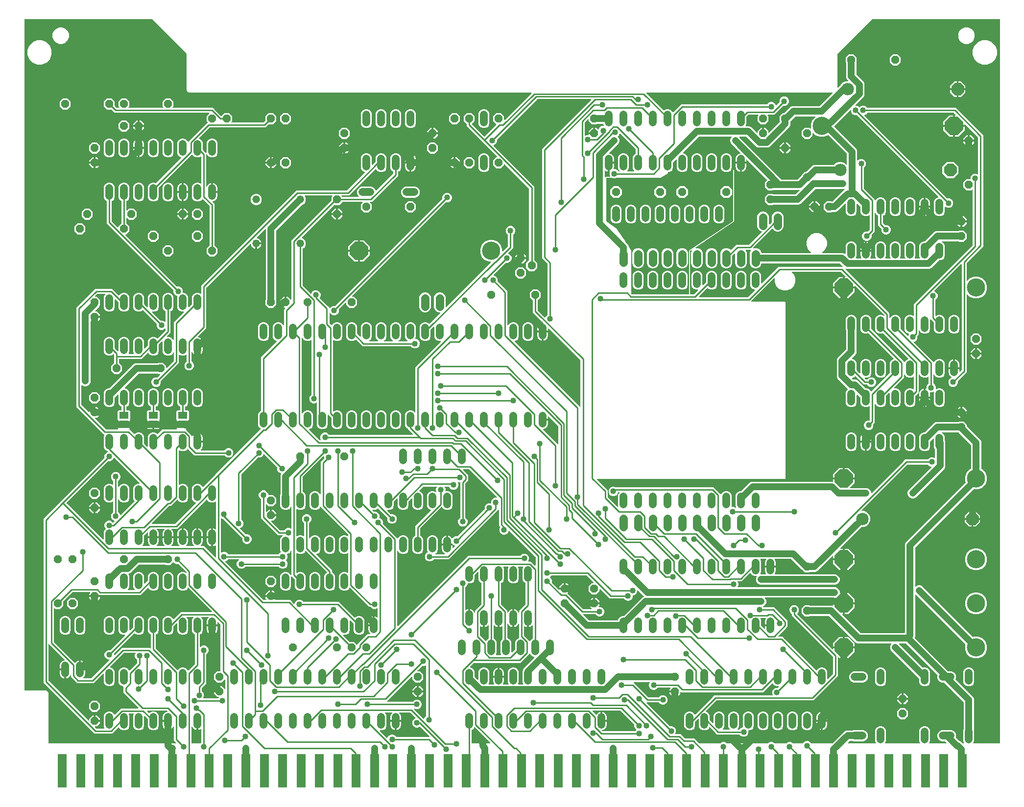
<source format=gbl>
G04 EAGLE Gerber RS-274X export*
G75*
%MOMM*%
%FSLAX34Y34*%
%LPD*%
%INBottom Copper*%
%IPPOS*%
%AMOC8*
5,1,8,0,0,1.08239X$1,22.5*%
G01*
%ADD10C,1.320800*%
%ADD11P,1.429621X8X112.500000*%
%ADD12P,1.429621X8X292.500000*%
%ADD13P,1.429621X8X22.500000*%
%ADD14C,1.422400*%
%ADD15P,1.539592X8X22.500000*%
%ADD16P,1.539592X8X202.500000*%
%ADD17P,1.429621X8X202.500000*%
%ADD18C,3.149600*%
%ADD19P,3.409096X8X202.500000*%
%ADD20C,1.320800*%
%ADD21P,3.409096X8X22.500000*%
%ADD22C,1.447800*%
%ADD23R,1.524000X5.842000*%
%ADD24C,2.159000*%
%ADD25P,2.336880X8X22.500000*%
%ADD26R,1.600200X1.168400*%
%ADD27C,1.168400*%
%ADD28C,1.016000*%
%ADD29C,0.254000*%

G36*
X-1688276Y-546850D02*
X-1688276Y-546850D01*
X-1688204Y-546848D01*
X-1688155Y-546830D01*
X-1688104Y-546822D01*
X-1688041Y-546788D01*
X-1687973Y-546763D01*
X-1687932Y-546731D01*
X-1687887Y-546706D01*
X-1687837Y-546655D01*
X-1687781Y-546610D01*
X-1687753Y-546566D01*
X-1687717Y-546528D01*
X-1687687Y-546463D01*
X-1687648Y-546403D01*
X-1687635Y-546352D01*
X-1687614Y-546305D01*
X-1687606Y-546234D01*
X-1687588Y-546164D01*
X-1687592Y-546112D01*
X-1687586Y-546061D01*
X-1687602Y-545990D01*
X-1687607Y-545919D01*
X-1687628Y-545871D01*
X-1687639Y-545820D01*
X-1687676Y-545759D01*
X-1687704Y-545693D01*
X-1687748Y-545637D01*
X-1687765Y-545609D01*
X-1687783Y-545594D01*
X-1687808Y-545562D01*
X-1691831Y-541539D01*
X-1691831Y-518261D01*
X-1691847Y-518165D01*
X-1691856Y-518068D01*
X-1691867Y-518044D01*
X-1691871Y-518018D01*
X-1691916Y-517932D01*
X-1691956Y-517843D01*
X-1691974Y-517824D01*
X-1691986Y-517801D01*
X-1692057Y-517734D01*
X-1692123Y-517662D01*
X-1692145Y-517649D01*
X-1692164Y-517631D01*
X-1692253Y-517590D01*
X-1692338Y-517543D01*
X-1692364Y-517539D01*
X-1692387Y-517528D01*
X-1692484Y-517517D01*
X-1692580Y-517499D01*
X-1692606Y-517503D01*
X-1692632Y-517500D01*
X-1692727Y-517521D01*
X-1692823Y-517535D01*
X-1692847Y-517547D01*
X-1692872Y-517553D01*
X-1692956Y-517603D01*
X-1693043Y-517647D01*
X-1693061Y-517665D01*
X-1693083Y-517679D01*
X-1693147Y-517753D01*
X-1693215Y-517822D01*
X-1693231Y-517851D01*
X-1693243Y-517866D01*
X-1693256Y-517897D01*
X-1693296Y-517969D01*
X-1693696Y-518936D01*
X-1694697Y-520434D01*
X-1695970Y-521707D01*
X-1697468Y-522708D01*
X-1699133Y-523397D01*
X-1700277Y-523625D01*
X-1700277Y-508762D01*
X-1700280Y-508742D01*
X-1700278Y-508723D01*
X-1700300Y-508621D01*
X-1700317Y-508519D01*
X-1700326Y-508502D01*
X-1700330Y-508482D01*
X-1700383Y-508393D01*
X-1700432Y-508302D01*
X-1700446Y-508288D01*
X-1700456Y-508271D01*
X-1700535Y-508204D01*
X-1700610Y-508133D01*
X-1700628Y-508124D01*
X-1700643Y-508111D01*
X-1700739Y-508073D01*
X-1700833Y-508029D01*
X-1700853Y-508027D01*
X-1700871Y-508019D01*
X-1701038Y-508001D01*
X-1701801Y-508001D01*
X-1701801Y-507238D01*
X-1701804Y-507218D01*
X-1701802Y-507199D01*
X-1701824Y-507097D01*
X-1701841Y-506995D01*
X-1701850Y-506978D01*
X-1701854Y-506958D01*
X-1701907Y-506869D01*
X-1701956Y-506778D01*
X-1701970Y-506764D01*
X-1701980Y-506747D01*
X-1702059Y-506680D01*
X-1702134Y-506609D01*
X-1702152Y-506600D01*
X-1702167Y-506587D01*
X-1702263Y-506548D01*
X-1702357Y-506505D01*
X-1702377Y-506503D01*
X-1702395Y-506495D01*
X-1702562Y-506477D01*
X-1710945Y-506477D01*
X-1710945Y-500495D01*
X-1710593Y-498729D01*
X-1709904Y-497064D01*
X-1708903Y-495566D01*
X-1707630Y-494293D01*
X-1706132Y-493292D01*
X-1704467Y-492603D01*
X-1703039Y-492319D01*
X-1702927Y-492276D01*
X-1702814Y-492235D01*
X-1702811Y-492233D01*
X-1702808Y-492232D01*
X-1702715Y-492156D01*
X-1702622Y-492082D01*
X-1702620Y-492079D01*
X-1702618Y-492077D01*
X-1702554Y-491976D01*
X-1702489Y-491875D01*
X-1702488Y-491872D01*
X-1702486Y-491869D01*
X-1702458Y-491752D01*
X-1702429Y-491636D01*
X-1702429Y-491633D01*
X-1702428Y-491630D01*
X-1702439Y-491510D01*
X-1702448Y-491391D01*
X-1702449Y-491388D01*
X-1702449Y-491385D01*
X-1702497Y-491275D01*
X-1702544Y-491165D01*
X-1702547Y-491162D01*
X-1702548Y-491159D01*
X-1702555Y-491151D01*
X-1702649Y-491034D01*
X-1703366Y-490317D01*
X-1703440Y-490264D01*
X-1703509Y-490204D01*
X-1703539Y-490192D01*
X-1703566Y-490173D01*
X-1703653Y-490146D01*
X-1703737Y-490112D01*
X-1703778Y-490108D01*
X-1703801Y-490101D01*
X-1703833Y-490102D01*
X-1703904Y-490094D01*
X-1737161Y-490094D01*
X-1737232Y-490105D01*
X-1737303Y-490107D01*
X-1737352Y-490125D01*
X-1737404Y-490133D01*
X-1737467Y-490167D01*
X-1737534Y-490192D01*
X-1737575Y-490224D01*
X-1737621Y-490249D01*
X-1737670Y-490300D01*
X-1737726Y-490345D01*
X-1737755Y-490389D01*
X-1737790Y-490427D01*
X-1737821Y-490492D01*
X-1737859Y-490552D01*
X-1737872Y-490603D01*
X-1737894Y-490650D01*
X-1737902Y-490721D01*
X-1737919Y-490791D01*
X-1737915Y-490843D01*
X-1737921Y-490894D01*
X-1737906Y-490965D01*
X-1737900Y-491036D01*
X-1737880Y-491084D01*
X-1737869Y-491135D01*
X-1737832Y-491196D01*
X-1737804Y-491262D01*
X-1737759Y-491318D01*
X-1737743Y-491346D01*
X-1737725Y-491361D01*
X-1737699Y-491393D01*
X-1734812Y-494280D01*
X-1734796Y-494292D01*
X-1734783Y-494308D01*
X-1734696Y-494364D01*
X-1734612Y-494424D01*
X-1734593Y-494430D01*
X-1734576Y-494441D01*
X-1734476Y-494466D01*
X-1734377Y-494496D01*
X-1734357Y-494496D01*
X-1734338Y-494501D01*
X-1734235Y-494493D01*
X-1734131Y-494490D01*
X-1734112Y-494483D01*
X-1734093Y-494482D01*
X-1733998Y-494441D01*
X-1733900Y-494406D01*
X-1733885Y-494393D01*
X-1733866Y-494385D01*
X-1733735Y-494280D01*
X-1732668Y-493213D01*
X-1729120Y-491743D01*
X-1725280Y-491743D01*
X-1721732Y-493213D01*
X-1719017Y-495928D01*
X-1717547Y-499476D01*
X-1717547Y-516524D01*
X-1719017Y-520072D01*
X-1721732Y-522787D01*
X-1725280Y-524257D01*
X-1729120Y-524257D01*
X-1732668Y-522787D01*
X-1735383Y-520072D01*
X-1736853Y-516524D01*
X-1736853Y-504770D01*
X-1736867Y-504680D01*
X-1736875Y-504589D01*
X-1736887Y-504559D01*
X-1736892Y-504527D01*
X-1736935Y-504447D01*
X-1736971Y-504363D01*
X-1736997Y-504331D01*
X-1737008Y-504310D01*
X-1737031Y-504288D01*
X-1737076Y-504232D01*
X-1741648Y-499660D01*
X-1741706Y-499618D01*
X-1741758Y-499569D01*
X-1741805Y-499547D01*
X-1741847Y-499516D01*
X-1741916Y-499495D01*
X-1741981Y-499465D01*
X-1742033Y-499459D01*
X-1742083Y-499444D01*
X-1742154Y-499446D01*
X-1742225Y-499438D01*
X-1742276Y-499449D01*
X-1742328Y-499450D01*
X-1742396Y-499475D01*
X-1742466Y-499490D01*
X-1742510Y-499517D01*
X-1742559Y-499535D01*
X-1742615Y-499580D01*
X-1742677Y-499616D01*
X-1742711Y-499656D01*
X-1742751Y-499688D01*
X-1742790Y-499749D01*
X-1742837Y-499803D01*
X-1742856Y-499852D01*
X-1742884Y-499895D01*
X-1742902Y-499965D01*
X-1742929Y-500031D01*
X-1742937Y-500103D01*
X-1742945Y-500134D01*
X-1742943Y-500157D01*
X-1742947Y-500198D01*
X-1742947Y-516524D01*
X-1744417Y-520072D01*
X-1747132Y-522787D01*
X-1750680Y-524257D01*
X-1754520Y-524257D01*
X-1758068Y-522787D01*
X-1760783Y-520072D01*
X-1762253Y-516524D01*
X-1762253Y-499476D01*
X-1760775Y-495909D01*
X-1760765Y-495864D01*
X-1760745Y-495822D01*
X-1760737Y-495745D01*
X-1760719Y-495669D01*
X-1760723Y-495624D01*
X-1760718Y-495578D01*
X-1760735Y-495502D01*
X-1760742Y-495424D01*
X-1760761Y-495383D01*
X-1760770Y-495338D01*
X-1760810Y-495271D01*
X-1760842Y-495200D01*
X-1760873Y-495166D01*
X-1760897Y-495127D01*
X-1760956Y-495076D01*
X-1761008Y-495019D01*
X-1761049Y-494996D01*
X-1761084Y-494967D01*
X-1761156Y-494938D01*
X-1761224Y-494900D01*
X-1761269Y-494892D01*
X-1761312Y-494875D01*
X-1761448Y-494860D01*
X-1761466Y-494856D01*
X-1761471Y-494857D01*
X-1761478Y-494856D01*
X-1769122Y-494856D01*
X-1769167Y-494864D01*
X-1769213Y-494862D01*
X-1769288Y-494883D01*
X-1769364Y-494896D01*
X-1769405Y-494917D01*
X-1769449Y-494930D01*
X-1769513Y-494975D01*
X-1769582Y-495011D01*
X-1769613Y-495044D01*
X-1769651Y-495070D01*
X-1769697Y-495133D01*
X-1769751Y-495189D01*
X-1769770Y-495231D01*
X-1769798Y-495268D01*
X-1769822Y-495342D01*
X-1769855Y-495412D01*
X-1769860Y-495458D01*
X-1769874Y-495502D01*
X-1769873Y-495580D01*
X-1769882Y-495657D01*
X-1769872Y-495702D01*
X-1769872Y-495748D01*
X-1769833Y-495879D01*
X-1769830Y-495897D01*
X-1769827Y-495902D01*
X-1769825Y-495909D01*
X-1768347Y-499476D01*
X-1768347Y-516524D01*
X-1769817Y-520072D01*
X-1772532Y-522787D01*
X-1776080Y-524257D01*
X-1779920Y-524257D01*
X-1783468Y-522787D01*
X-1786183Y-520072D01*
X-1786492Y-519326D01*
X-1786516Y-519287D01*
X-1786532Y-519244D01*
X-1786581Y-519183D01*
X-1786622Y-519117D01*
X-1786657Y-519087D01*
X-1786686Y-519052D01*
X-1786751Y-519010D01*
X-1786811Y-518960D01*
X-1786854Y-518943D01*
X-1786893Y-518919D01*
X-1786968Y-518900D01*
X-1787041Y-518872D01*
X-1787087Y-518870D01*
X-1787131Y-518859D01*
X-1787209Y-518865D01*
X-1787287Y-518861D01*
X-1787331Y-518874D01*
X-1787376Y-518878D01*
X-1787448Y-518908D01*
X-1787523Y-518930D01*
X-1787561Y-518956D01*
X-1787603Y-518974D01*
X-1787709Y-519059D01*
X-1787725Y-519070D01*
X-1787728Y-519074D01*
X-1787734Y-519079D01*
X-1795683Y-527028D01*
X-1798436Y-529781D01*
X-1829001Y-529781D01*
X-1917256Y-441526D01*
X-1917256Y-158549D01*
X-1811752Y-53044D01*
X-1811699Y-52970D01*
X-1811639Y-52901D01*
X-1811627Y-52871D01*
X-1811608Y-52844D01*
X-1811581Y-52757D01*
X-1811547Y-52673D01*
X-1811543Y-52632D01*
X-1811536Y-52609D01*
X-1811537Y-52577D01*
X-1811529Y-52506D01*
X-1811529Y-49183D01*
X-1810291Y-46195D01*
X-1808005Y-43909D01*
X-1806012Y-43084D01*
X-1805973Y-43059D01*
X-1805930Y-43044D01*
X-1805870Y-42995D01*
X-1805803Y-42954D01*
X-1805774Y-42919D01*
X-1805738Y-42890D01*
X-1805696Y-42825D01*
X-1805647Y-42765D01*
X-1805630Y-42722D01*
X-1805605Y-42683D01*
X-1805586Y-42608D01*
X-1805558Y-42535D01*
X-1805556Y-42489D01*
X-1805545Y-42445D01*
X-1805551Y-42367D01*
X-1805548Y-42289D01*
X-1805561Y-42245D01*
X-1805564Y-42199D01*
X-1805595Y-42128D01*
X-1805617Y-42053D01*
X-1805643Y-42015D01*
X-1805661Y-41973D01*
X-1805746Y-41866D01*
X-1805757Y-41851D01*
X-1805761Y-41848D01*
X-1805766Y-41842D01*
X-1806290Y-41318D01*
X-1806343Y-41280D01*
X-1806390Y-41234D01*
X-1806463Y-41193D01*
X-1806490Y-41174D01*
X-1806508Y-41169D01*
X-1806537Y-41153D01*
X-1808868Y-40187D01*
X-1811583Y-37472D01*
X-1813053Y-33924D01*
X-1813053Y-16876D01*
X-1811575Y-13309D01*
X-1811565Y-13264D01*
X-1811545Y-13222D01*
X-1811537Y-13145D01*
X-1811519Y-13069D01*
X-1811523Y-13024D01*
X-1811518Y-12978D01*
X-1811535Y-12902D01*
X-1811542Y-12824D01*
X-1811561Y-12783D01*
X-1811570Y-12738D01*
X-1811610Y-12671D01*
X-1811642Y-12600D01*
X-1811673Y-12566D01*
X-1811697Y-12527D01*
X-1811756Y-12476D01*
X-1811808Y-12419D01*
X-1811849Y-12396D01*
X-1811884Y-12367D01*
X-1811956Y-12338D01*
X-1812024Y-12300D01*
X-1812069Y-12292D01*
X-1812112Y-12275D01*
X-1812248Y-12260D01*
X-1812266Y-12256D01*
X-1812271Y-12257D01*
X-1812278Y-12256D01*
X-1813126Y-12256D01*
X-1815879Y-9503D01*
X-1860106Y34724D01*
X-1860106Y206576D01*
X-1827414Y239269D01*
X-1798436Y239269D01*
X-1795683Y236516D01*
X-1787199Y228032D01*
X-1787183Y228020D01*
X-1787171Y228005D01*
X-1787084Y227949D01*
X-1787000Y227889D01*
X-1786981Y227883D01*
X-1786964Y227872D01*
X-1786863Y227847D01*
X-1786765Y227816D01*
X-1786745Y227817D01*
X-1786725Y227812D01*
X-1786622Y227820D01*
X-1786519Y227823D01*
X-1786500Y227829D01*
X-1786480Y227831D01*
X-1786385Y227871D01*
X-1786288Y227907D01*
X-1786272Y227919D01*
X-1786254Y227927D01*
X-1786123Y228032D01*
X-1783468Y230687D01*
X-1779920Y232157D01*
X-1776080Y232157D01*
X-1772532Y230687D01*
X-1769817Y227972D01*
X-1768347Y224424D01*
X-1768347Y207376D01*
X-1769817Y203828D01*
X-1772532Y201113D01*
X-1776080Y199643D01*
X-1779920Y199643D01*
X-1783468Y201113D01*
X-1786183Y203828D01*
X-1787653Y207376D01*
X-1787653Y215955D01*
X-1787667Y216045D01*
X-1787675Y216136D01*
X-1787687Y216166D01*
X-1787692Y216198D01*
X-1787735Y216278D01*
X-1787771Y216362D01*
X-1787797Y216394D01*
X-1787808Y216415D01*
X-1787831Y216437D01*
X-1787876Y216493D01*
X-1792448Y221065D01*
X-1792506Y221107D01*
X-1792558Y221156D01*
X-1792605Y221178D01*
X-1792647Y221209D01*
X-1792716Y221230D01*
X-1792781Y221260D01*
X-1792833Y221266D01*
X-1792883Y221281D01*
X-1792954Y221279D01*
X-1793025Y221287D01*
X-1793076Y221276D01*
X-1793128Y221275D01*
X-1793196Y221250D01*
X-1793266Y221235D01*
X-1793310Y221208D01*
X-1793359Y221190D01*
X-1793415Y221145D01*
X-1793477Y221109D01*
X-1793511Y221069D01*
X-1793551Y221037D01*
X-1793590Y220976D01*
X-1793637Y220922D01*
X-1793656Y220873D01*
X-1793684Y220830D01*
X-1793702Y220760D01*
X-1793729Y220694D01*
X-1793737Y220622D01*
X-1793745Y220591D01*
X-1793743Y220568D01*
X-1793747Y220527D01*
X-1793747Y207376D01*
X-1795217Y203828D01*
X-1797932Y201113D01*
X-1801480Y199643D01*
X-1805320Y199643D01*
X-1808868Y201113D01*
X-1811583Y203828D01*
X-1813053Y207376D01*
X-1813053Y224424D01*
X-1811583Y227972D01*
X-1810223Y229332D01*
X-1810181Y229390D01*
X-1810132Y229442D01*
X-1810110Y229489D01*
X-1810080Y229531D01*
X-1810059Y229600D01*
X-1810028Y229665D01*
X-1810023Y229717D01*
X-1810007Y229767D01*
X-1810009Y229838D01*
X-1810001Y229909D01*
X-1810012Y229960D01*
X-1810014Y230012D01*
X-1810038Y230080D01*
X-1810054Y230150D01*
X-1810080Y230195D01*
X-1810098Y230243D01*
X-1810143Y230299D01*
X-1810180Y230361D01*
X-1810219Y230395D01*
X-1810252Y230435D01*
X-1810312Y230474D01*
X-1810367Y230521D01*
X-1810415Y230540D01*
X-1810459Y230568D01*
X-1810528Y230586D01*
X-1810595Y230613D01*
X-1810666Y230621D01*
X-1810697Y230629D01*
X-1810721Y230627D01*
X-1810762Y230631D01*
X-1823521Y230631D01*
X-1823611Y230617D01*
X-1823702Y230609D01*
X-1823732Y230597D01*
X-1823764Y230592D01*
X-1823844Y230549D01*
X-1823928Y230513D01*
X-1823960Y230487D01*
X-1823981Y230476D01*
X-1824003Y230453D01*
X-1824059Y230408D01*
X-1827615Y226852D01*
X-1827657Y226794D01*
X-1827706Y226742D01*
X-1827728Y226695D01*
X-1827759Y226653D01*
X-1827780Y226584D01*
X-1827810Y226519D01*
X-1827816Y226467D01*
X-1827831Y226417D01*
X-1827829Y226346D01*
X-1827837Y226275D01*
X-1827826Y226224D01*
X-1827825Y226172D01*
X-1827800Y226104D01*
X-1827785Y226034D01*
X-1827758Y225989D01*
X-1827740Y225941D01*
X-1827695Y225885D01*
X-1827659Y225823D01*
X-1827619Y225789D01*
X-1827587Y225749D01*
X-1827526Y225710D01*
X-1827472Y225663D01*
X-1827423Y225644D01*
X-1827380Y225616D01*
X-1827310Y225598D01*
X-1827244Y225571D01*
X-1827172Y225563D01*
X-1827141Y225555D01*
X-1827118Y225557D01*
X-1827077Y225553D01*
X-1824802Y225553D01*
X-1819147Y219898D01*
X-1819147Y211902D01*
X-1819686Y211363D01*
X-1819739Y211289D01*
X-1819799Y211219D01*
X-1819811Y211189D01*
X-1819830Y211163D01*
X-1819849Y211101D01*
X-1819851Y211096D01*
X-1821263Y207689D01*
X-1828007Y200944D01*
X-1828049Y200886D01*
X-1828099Y200834D01*
X-1828121Y200787D01*
X-1828151Y200745D01*
X-1828172Y200676D01*
X-1828202Y200611D01*
X-1828208Y200559D01*
X-1828223Y200509D01*
X-1828221Y200438D01*
X-1828229Y200367D01*
X-1828218Y200316D01*
X-1828217Y200264D01*
X-1828192Y200196D01*
X-1828177Y200126D01*
X-1828150Y200081D01*
X-1828132Y200033D01*
X-1828088Y199977D01*
X-1828051Y199915D01*
X-1828011Y199881D01*
X-1827979Y199841D01*
X-1827918Y199802D01*
X-1827864Y199755D01*
X-1827816Y199736D01*
X-1827772Y199708D01*
X-1827702Y199690D01*
X-1827636Y199663D01*
X-1827564Y199655D01*
X-1827533Y199647D01*
X-1827510Y199649D01*
X-1827469Y199645D01*
X-1825012Y199645D01*
X-1819655Y194288D01*
X-1819655Y192023D01*
X-1828038Y192023D01*
X-1828058Y192020D01*
X-1828077Y192022D01*
X-1828179Y192000D01*
X-1828281Y191983D01*
X-1828298Y191974D01*
X-1828318Y191970D01*
X-1828407Y191917D01*
X-1828498Y191868D01*
X-1828512Y191854D01*
X-1828529Y191844D01*
X-1828596Y191765D01*
X-1828667Y191690D01*
X-1828676Y191672D01*
X-1828689Y191657D01*
X-1828727Y191561D01*
X-1828771Y191467D01*
X-1828773Y191447D01*
X-1828781Y191429D01*
X-1828799Y191262D01*
X-1828799Y190499D01*
X-1829562Y190499D01*
X-1829582Y190496D01*
X-1829601Y190498D01*
X-1829703Y190476D01*
X-1829805Y190459D01*
X-1829822Y190450D01*
X-1829842Y190446D01*
X-1829931Y190393D01*
X-1830022Y190344D01*
X-1830036Y190330D01*
X-1830053Y190320D01*
X-1830120Y190241D01*
X-1830191Y190166D01*
X-1830200Y190148D01*
X-1830213Y190133D01*
X-1830252Y190037D01*
X-1830295Y189943D01*
X-1830297Y189923D01*
X-1830305Y189905D01*
X-1830323Y189738D01*
X-1830323Y181355D01*
X-1832588Y181355D01*
X-1834485Y183252D01*
X-1834543Y183294D01*
X-1834595Y183343D01*
X-1834642Y183365D01*
X-1834684Y183396D01*
X-1834753Y183417D01*
X-1834818Y183447D01*
X-1834870Y183453D01*
X-1834920Y183468D01*
X-1834991Y183466D01*
X-1835062Y183474D01*
X-1835113Y183463D01*
X-1835165Y183462D01*
X-1835233Y183437D01*
X-1835303Y183422D01*
X-1835348Y183395D01*
X-1835396Y183377D01*
X-1835452Y183332D01*
X-1835514Y183296D01*
X-1835548Y183256D01*
X-1835588Y183224D01*
X-1835627Y183163D01*
X-1835674Y183109D01*
X-1835693Y183060D01*
X-1835721Y183017D01*
X-1835739Y182947D01*
X-1835766Y182881D01*
X-1835774Y182809D01*
X-1835782Y182778D01*
X-1835780Y182755D01*
X-1835784Y182714D01*
X-1835784Y77607D01*
X-1837138Y74339D01*
X-1839639Y71838D01*
X-1842907Y70484D01*
X-1846443Y70484D01*
X-1849711Y71838D01*
X-1850169Y72296D01*
X-1850228Y72338D01*
X-1850279Y72387D01*
X-1850327Y72409D01*
X-1850369Y72439D01*
X-1850437Y72460D01*
X-1850503Y72491D01*
X-1850554Y72496D01*
X-1850604Y72512D01*
X-1850676Y72510D01*
X-1850747Y72518D01*
X-1850798Y72507D01*
X-1850850Y72505D01*
X-1850917Y72481D01*
X-1850987Y72466D01*
X-1851032Y72439D01*
X-1851081Y72421D01*
X-1851137Y72376D01*
X-1851198Y72339D01*
X-1851232Y72300D01*
X-1851273Y72267D01*
X-1851312Y72207D01*
X-1851358Y72152D01*
X-1851378Y72104D01*
X-1851406Y72060D01*
X-1851423Y71991D01*
X-1851450Y71924D01*
X-1851458Y71853D01*
X-1851466Y71822D01*
X-1851464Y71799D01*
X-1851469Y71758D01*
X-1851469Y38617D01*
X-1851454Y38527D01*
X-1851447Y38436D01*
X-1851434Y38406D01*
X-1851429Y38374D01*
X-1851386Y38293D01*
X-1851351Y38209D01*
X-1851325Y38177D01*
X-1851314Y38157D01*
X-1851291Y38134D01*
X-1851246Y38078D01*
X-1839244Y26077D01*
X-1839186Y26035D01*
X-1839134Y25986D01*
X-1839087Y25964D01*
X-1839045Y25933D01*
X-1838976Y25912D01*
X-1838911Y25882D01*
X-1838859Y25876D01*
X-1838809Y25861D01*
X-1838738Y25863D01*
X-1838667Y25855D01*
X-1838616Y25866D01*
X-1838564Y25867D01*
X-1838496Y25892D01*
X-1838426Y25907D01*
X-1838381Y25934D01*
X-1838333Y25952D01*
X-1838277Y25997D01*
X-1838215Y26033D01*
X-1838181Y26073D01*
X-1838141Y26105D01*
X-1838102Y26166D01*
X-1838055Y26220D01*
X-1838036Y26269D01*
X-1838008Y26312D01*
X-1837990Y26382D01*
X-1837963Y26448D01*
X-1837955Y26520D01*
X-1837947Y26551D01*
X-1837949Y26574D01*
X-1837945Y26615D01*
X-1837945Y29188D01*
X-1832588Y34545D01*
X-1830323Y34545D01*
X-1830323Y26162D01*
X-1830320Y26142D01*
X-1830322Y26123D01*
X-1830300Y26021D01*
X-1830283Y25919D01*
X-1830274Y25902D01*
X-1830270Y25882D01*
X-1830217Y25793D01*
X-1830168Y25702D01*
X-1830154Y25688D01*
X-1830144Y25671D01*
X-1830065Y25604D01*
X-1829990Y25533D01*
X-1829972Y25524D01*
X-1829957Y25511D01*
X-1829861Y25473D01*
X-1829767Y25429D01*
X-1829747Y25427D01*
X-1829729Y25419D01*
X-1829562Y25401D01*
X-1828799Y25401D01*
X-1828799Y24638D01*
X-1828796Y24618D01*
X-1828798Y24599D01*
X-1828776Y24497D01*
X-1828759Y24395D01*
X-1828750Y24378D01*
X-1828746Y24358D01*
X-1828693Y24269D01*
X-1828644Y24178D01*
X-1828630Y24164D01*
X-1828620Y24147D01*
X-1828541Y24080D01*
X-1828466Y24009D01*
X-1828448Y24000D01*
X-1828433Y23987D01*
X-1828337Y23948D01*
X-1828243Y23905D01*
X-1828223Y23903D01*
X-1828205Y23895D01*
X-1828038Y23877D01*
X-1819655Y23877D01*
X-1819655Y21612D01*
X-1825012Y16255D01*
X-1827585Y16255D01*
X-1827656Y16244D01*
X-1827727Y16242D01*
X-1827776Y16224D01*
X-1827828Y16216D01*
X-1827891Y16182D01*
X-1827958Y16157D01*
X-1827999Y16125D01*
X-1828045Y16100D01*
X-1828094Y16048D01*
X-1828150Y16004D01*
X-1828179Y15960D01*
X-1828214Y15922D01*
X-1828245Y15857D01*
X-1828283Y15797D01*
X-1828296Y15746D01*
X-1828318Y15699D01*
X-1828326Y15628D01*
X-1828343Y15558D01*
X-1828339Y15506D01*
X-1828345Y15455D01*
X-1828330Y15384D01*
X-1828324Y15313D01*
X-1828304Y15265D01*
X-1828293Y15214D01*
X-1828256Y15153D01*
X-1828228Y15087D01*
X-1828183Y15031D01*
X-1828167Y15003D01*
X-1828149Y14988D01*
X-1828123Y14956D01*
X-1809772Y-3396D01*
X-1809698Y-3449D01*
X-1809628Y-3508D01*
X-1809598Y-3521D01*
X-1809572Y-3539D01*
X-1809485Y-3566D01*
X-1809400Y-3600D01*
X-1809359Y-3605D01*
X-1809337Y-3612D01*
X-1809305Y-3611D01*
X-1809233Y-3619D01*
X-1788575Y-3619D01*
X-1788504Y-3607D01*
X-1788433Y-3605D01*
X-1788384Y-3587D01*
X-1788332Y-3579D01*
X-1788269Y-3545D01*
X-1788202Y-3521D01*
X-1788161Y-3488D01*
X-1788115Y-3464D01*
X-1788066Y-3412D01*
X-1788010Y-3367D01*
X-1787981Y-3323D01*
X-1787946Y-3286D01*
X-1787915Y-3221D01*
X-1787877Y-3160D01*
X-1787864Y-3110D01*
X-1787842Y-3063D01*
X-1787834Y-2991D01*
X-1787817Y-2922D01*
X-1787821Y-2870D01*
X-1787815Y-2818D01*
X-1787830Y-2748D01*
X-1787836Y-2676D01*
X-1787856Y-2629D01*
X-1787867Y-2578D01*
X-1787904Y-2516D01*
X-1787932Y-2450D01*
X-1787977Y-2394D01*
X-1787993Y-2367D01*
X-1788011Y-2351D01*
X-1788033Y-2325D01*
X-1788369Y-1743D01*
X-1788542Y-1096D01*
X-1788542Y3557D01*
X-1778762Y3557D01*
X-1778742Y3560D01*
X-1778723Y3558D01*
X-1778621Y3580D01*
X-1778519Y3597D01*
X-1778502Y3606D01*
X-1778482Y3610D01*
X-1778393Y3663D01*
X-1778302Y3712D01*
X-1778288Y3726D01*
X-1778271Y3736D01*
X-1778204Y3815D01*
X-1778133Y3890D01*
X-1778124Y3908D01*
X-1778111Y3923D01*
X-1778072Y4019D01*
X-1778029Y4113D01*
X-1778027Y4133D01*
X-1778019Y4151D01*
X-1778001Y4318D01*
X-1778001Y5842D01*
X-1778004Y5862D01*
X-1778002Y5881D01*
X-1778024Y5983D01*
X-1778041Y6085D01*
X-1778050Y6102D01*
X-1778054Y6122D01*
X-1778107Y6211D01*
X-1778156Y6302D01*
X-1778170Y6316D01*
X-1778180Y6333D01*
X-1778259Y6400D01*
X-1778334Y6471D01*
X-1778352Y6480D01*
X-1778367Y6493D01*
X-1778463Y6532D01*
X-1778557Y6575D01*
X-1778577Y6577D01*
X-1778595Y6585D01*
X-1778762Y6603D01*
X-1788542Y6603D01*
X-1788542Y11256D01*
X-1788349Y11976D01*
X-1788342Y12043D01*
X-1788326Y12109D01*
X-1788330Y12165D01*
X-1788324Y12221D01*
X-1788340Y12287D01*
X-1788345Y12354D01*
X-1788367Y12406D01*
X-1788379Y12461D01*
X-1788415Y12518D01*
X-1788441Y12580D01*
X-1788491Y12642D01*
X-1788508Y12670D01*
X-1788524Y12684D01*
X-1788546Y12711D01*
X-1789050Y13215D01*
X-1789050Y27425D01*
X-1787264Y29211D01*
X-1783080Y29211D01*
X-1783060Y29214D01*
X-1783041Y29212D01*
X-1782939Y29234D01*
X-1782837Y29250D01*
X-1782820Y29260D01*
X-1782800Y29264D01*
X-1782711Y29317D01*
X-1782620Y29366D01*
X-1782606Y29380D01*
X-1782589Y29390D01*
X-1782522Y29469D01*
X-1782450Y29544D01*
X-1782442Y29562D01*
X-1782429Y29577D01*
X-1782390Y29673D01*
X-1782347Y29767D01*
X-1782345Y29787D01*
X-1782337Y29805D01*
X-1782319Y29972D01*
X-1782319Y35028D01*
X-1782338Y35143D01*
X-1782355Y35259D01*
X-1782357Y35265D01*
X-1782358Y35271D01*
X-1782413Y35373D01*
X-1782466Y35478D01*
X-1782471Y35483D01*
X-1782474Y35488D01*
X-1782558Y35568D01*
X-1782642Y35651D01*
X-1782648Y35654D01*
X-1782652Y35658D01*
X-1782669Y35666D01*
X-1782789Y35732D01*
X-1783468Y36013D01*
X-1786183Y38728D01*
X-1787653Y42276D01*
X-1787653Y55311D01*
X-1787654Y55321D01*
X-1787654Y55327D01*
X-1787660Y55356D01*
X-1787664Y55382D01*
X-1787666Y55454D01*
X-1787684Y55502D01*
X-1787692Y55554D01*
X-1787726Y55617D01*
X-1787751Y55685D01*
X-1787783Y55725D01*
X-1787808Y55771D01*
X-1787860Y55821D01*
X-1787904Y55877D01*
X-1787948Y55905D01*
X-1787986Y55941D01*
X-1788051Y55971D01*
X-1788111Y56010D01*
X-1788162Y56022D01*
X-1788209Y56044D01*
X-1788280Y56052D01*
X-1788350Y56070D01*
X-1788402Y56066D01*
X-1788453Y56071D01*
X-1788524Y56056D01*
X-1788595Y56050D01*
X-1788643Y56030D01*
X-1788694Y56019D01*
X-1788755Y55982D01*
X-1788821Y55954D01*
X-1788877Y55909D01*
X-1788905Y55893D01*
X-1788920Y55875D01*
X-1788952Y55849D01*
X-1793524Y51277D01*
X-1793577Y51203D01*
X-1793637Y51134D01*
X-1793649Y51104D01*
X-1793668Y51078D01*
X-1793695Y50990D01*
X-1793729Y50906D01*
X-1793733Y50865D01*
X-1793740Y50842D01*
X-1793739Y50810D01*
X-1793747Y50739D01*
X-1793747Y42276D01*
X-1795217Y38728D01*
X-1797932Y36013D01*
X-1801480Y34543D01*
X-1805320Y34543D01*
X-1808868Y36013D01*
X-1811583Y38728D01*
X-1813053Y42276D01*
X-1813053Y59324D01*
X-1811583Y62872D01*
X-1808868Y65587D01*
X-1805320Y67057D01*
X-1803207Y67057D01*
X-1803117Y67071D01*
X-1803026Y67079D01*
X-1802996Y67091D01*
X-1802964Y67096D01*
X-1802884Y67139D01*
X-1802800Y67175D01*
X-1802768Y67201D01*
X-1802747Y67212D01*
X-1802725Y67235D01*
X-1802669Y67280D01*
X-1760811Y109137D01*
X-1757543Y110491D01*
X-1719576Y110491D01*
X-1719486Y110505D01*
X-1719395Y110513D01*
X-1719365Y110525D01*
X-1719333Y110530D01*
X-1719252Y110573D01*
X-1719168Y110609D01*
X-1719136Y110635D01*
X-1719115Y110646D01*
X-1719093Y110669D01*
X-1719037Y110714D01*
X-1718498Y111253D01*
X-1710502Y111253D01*
X-1704847Y105598D01*
X-1704847Y103323D01*
X-1704836Y103252D01*
X-1704834Y103181D01*
X-1704816Y103132D01*
X-1704808Y103080D01*
X-1704774Y103017D01*
X-1704749Y102950D01*
X-1704717Y102909D01*
X-1704692Y102863D01*
X-1704640Y102814D01*
X-1704596Y102758D01*
X-1704552Y102729D01*
X-1704514Y102694D01*
X-1704449Y102663D01*
X-1704389Y102625D01*
X-1704338Y102612D01*
X-1704291Y102590D01*
X-1704220Y102582D01*
X-1704150Y102565D01*
X-1704098Y102569D01*
X-1704047Y102563D01*
X-1703976Y102578D01*
X-1703905Y102584D01*
X-1703857Y102604D01*
X-1703806Y102615D01*
X-1703745Y102652D01*
X-1703679Y102680D01*
X-1703623Y102725D01*
X-1703595Y102741D01*
X-1703580Y102759D01*
X-1703548Y102785D01*
X-1692054Y114278D01*
X-1692001Y114352D01*
X-1691942Y114422D01*
X-1691929Y114452D01*
X-1691911Y114478D01*
X-1691884Y114565D01*
X-1691850Y114650D01*
X-1691845Y114691D01*
X-1691838Y114713D01*
X-1691839Y114745D01*
X-1691831Y114817D01*
X-1691831Y128112D01*
X-1691847Y128208D01*
X-1691856Y128305D01*
X-1691867Y128329D01*
X-1691871Y128355D01*
X-1691916Y128441D01*
X-1691956Y128530D01*
X-1691974Y128549D01*
X-1691986Y128572D01*
X-1692057Y128639D01*
X-1692123Y128711D01*
X-1692145Y128723D01*
X-1692164Y128741D01*
X-1692253Y128782D01*
X-1692338Y128829D01*
X-1692364Y128834D01*
X-1692387Y128845D01*
X-1692484Y128856D01*
X-1692580Y128873D01*
X-1692606Y128869D01*
X-1692632Y128872D01*
X-1692727Y128851D01*
X-1692823Y128837D01*
X-1692847Y128825D01*
X-1692872Y128820D01*
X-1692956Y128770D01*
X-1693043Y128726D01*
X-1693061Y128707D01*
X-1693083Y128694D01*
X-1693147Y128620D01*
X-1693215Y128550D01*
X-1693231Y128522D01*
X-1693243Y128507D01*
X-1693256Y128476D01*
X-1693296Y128403D01*
X-1693617Y127628D01*
X-1696332Y124913D01*
X-1699880Y123443D01*
X-1703720Y123443D01*
X-1707268Y124913D01*
X-1709983Y127628D01*
X-1711453Y131176D01*
X-1711453Y147502D01*
X-1711464Y147573D01*
X-1711466Y147644D01*
X-1711484Y147693D01*
X-1711492Y147745D01*
X-1711526Y147808D01*
X-1711551Y147875D01*
X-1711583Y147916D01*
X-1711608Y147962D01*
X-1711659Y148011D01*
X-1711704Y148067D01*
X-1711748Y148096D01*
X-1711786Y148131D01*
X-1711851Y148162D01*
X-1711911Y148200D01*
X-1711962Y148213D01*
X-1712009Y148235D01*
X-1712080Y148243D01*
X-1712150Y148260D01*
X-1712202Y148256D01*
X-1712253Y148262D01*
X-1712324Y148247D01*
X-1712395Y148241D01*
X-1712443Y148221D01*
X-1712494Y148210D01*
X-1712555Y148173D01*
X-1712621Y148145D01*
X-1712677Y148100D01*
X-1712705Y148084D01*
X-1712720Y148066D01*
X-1712752Y148040D01*
X-1717324Y143468D01*
X-1717377Y143394D01*
X-1717437Y143325D01*
X-1717449Y143295D01*
X-1717468Y143268D01*
X-1717495Y143181D01*
X-1717529Y143097D01*
X-1717533Y143056D01*
X-1717540Y143033D01*
X-1717539Y143001D01*
X-1717547Y142930D01*
X-1717547Y131176D01*
X-1719017Y127628D01*
X-1721732Y124913D01*
X-1725280Y123443D01*
X-1729120Y123443D01*
X-1732668Y124913D01*
X-1735383Y127628D01*
X-1735692Y128374D01*
X-1735716Y128413D01*
X-1735732Y128456D01*
X-1735781Y128517D01*
X-1735822Y128583D01*
X-1735857Y128613D01*
X-1735886Y128648D01*
X-1735951Y128690D01*
X-1736011Y128740D01*
X-1736054Y128757D01*
X-1736093Y128781D01*
X-1736168Y128800D01*
X-1736241Y128828D01*
X-1736287Y128830D01*
X-1736331Y128841D01*
X-1736409Y128835D01*
X-1736487Y128839D01*
X-1736531Y128826D01*
X-1736576Y128822D01*
X-1736648Y128792D01*
X-1736723Y128770D01*
X-1736761Y128744D01*
X-1736803Y128726D01*
X-1736909Y128641D01*
X-1736925Y128630D01*
X-1736928Y128626D01*
X-1736934Y128621D01*
X-1744883Y120672D01*
X-1747636Y117919D01*
X-1785620Y117919D01*
X-1785640Y117916D01*
X-1785659Y117918D01*
X-1785761Y117896D01*
X-1785863Y117879D01*
X-1785880Y117870D01*
X-1785900Y117865D01*
X-1785989Y117812D01*
X-1786080Y117764D01*
X-1786094Y117750D01*
X-1786111Y117739D01*
X-1786178Y117661D01*
X-1786250Y117586D01*
X-1786258Y117568D01*
X-1786271Y117552D01*
X-1786310Y117456D01*
X-1786353Y117363D01*
X-1786355Y117343D01*
X-1786363Y117324D01*
X-1786381Y117158D01*
X-1786381Y111248D01*
X-1786367Y111158D01*
X-1786359Y111067D01*
X-1786347Y111037D01*
X-1786342Y111005D01*
X-1786299Y110924D01*
X-1786263Y110840D01*
X-1786237Y110808D01*
X-1786226Y110787D01*
X-1786203Y110765D01*
X-1786158Y110709D01*
X-1781047Y105598D01*
X-1781047Y97602D01*
X-1786702Y91947D01*
X-1794698Y91947D01*
X-1800353Y97602D01*
X-1800353Y105598D01*
X-1795242Y110709D01*
X-1795189Y110783D01*
X-1795129Y110853D01*
X-1795117Y110883D01*
X-1795098Y110909D01*
X-1795071Y110996D01*
X-1795037Y111081D01*
X-1795033Y111122D01*
X-1795026Y111144D01*
X-1795027Y111176D01*
X-1795019Y111248D01*
X-1795019Y124896D01*
X-1795033Y124986D01*
X-1795041Y125077D01*
X-1795053Y125107D01*
X-1795058Y125139D01*
X-1795101Y125219D01*
X-1795137Y125303D01*
X-1795163Y125335D01*
X-1795174Y125356D01*
X-1795197Y125378D01*
X-1795242Y125434D01*
X-1795788Y125980D01*
X-1795804Y125992D01*
X-1795817Y126008D01*
X-1795904Y126064D01*
X-1795988Y126124D01*
X-1796007Y126130D01*
X-1796024Y126141D01*
X-1796124Y126166D01*
X-1796223Y126196D01*
X-1796243Y126196D01*
X-1796262Y126201D01*
X-1796365Y126193D01*
X-1796469Y126190D01*
X-1796487Y126183D01*
X-1796507Y126182D01*
X-1796602Y126141D01*
X-1796700Y126106D01*
X-1796715Y126093D01*
X-1796734Y126085D01*
X-1796865Y125980D01*
X-1797932Y124913D01*
X-1801480Y123443D01*
X-1805320Y123443D01*
X-1808868Y124913D01*
X-1811583Y127628D01*
X-1813053Y131176D01*
X-1813053Y148224D01*
X-1811583Y151772D01*
X-1808868Y154487D01*
X-1805320Y155957D01*
X-1801480Y155957D01*
X-1797932Y154487D01*
X-1795217Y151772D01*
X-1793747Y148224D01*
X-1793747Y136470D01*
X-1793733Y136380D01*
X-1793725Y136289D01*
X-1793713Y136259D01*
X-1793708Y136227D01*
X-1793665Y136147D01*
X-1793629Y136063D01*
X-1793603Y136031D01*
X-1793592Y136010D01*
X-1793569Y135988D01*
X-1793524Y135932D01*
X-1788952Y131360D01*
X-1788894Y131318D01*
X-1788842Y131269D01*
X-1788795Y131247D01*
X-1788753Y131216D01*
X-1788684Y131195D01*
X-1788619Y131165D01*
X-1788567Y131159D01*
X-1788517Y131144D01*
X-1788446Y131146D01*
X-1788375Y131138D01*
X-1788324Y131149D01*
X-1788272Y131150D01*
X-1788204Y131175D01*
X-1788134Y131190D01*
X-1788089Y131217D01*
X-1788041Y131235D01*
X-1787985Y131280D01*
X-1787923Y131316D01*
X-1787889Y131356D01*
X-1787849Y131388D01*
X-1787810Y131449D01*
X-1787763Y131503D01*
X-1787744Y131552D01*
X-1787716Y131595D01*
X-1787698Y131665D01*
X-1787671Y131731D01*
X-1787663Y131803D01*
X-1787655Y131834D01*
X-1787657Y131857D01*
X-1787653Y131898D01*
X-1787653Y148224D01*
X-1786183Y151772D01*
X-1783468Y154487D01*
X-1779920Y155957D01*
X-1776080Y155957D01*
X-1772532Y154487D01*
X-1769817Y151772D01*
X-1768347Y148224D01*
X-1768347Y131176D01*
X-1769825Y127609D01*
X-1769835Y127564D01*
X-1769855Y127522D01*
X-1769863Y127445D01*
X-1769881Y127369D01*
X-1769877Y127324D01*
X-1769882Y127278D01*
X-1769865Y127202D01*
X-1769858Y127124D01*
X-1769839Y127083D01*
X-1769830Y127038D01*
X-1769790Y126971D01*
X-1769758Y126900D01*
X-1769727Y126866D01*
X-1769703Y126827D01*
X-1769644Y126776D01*
X-1769592Y126719D01*
X-1769551Y126696D01*
X-1769516Y126667D01*
X-1769444Y126638D01*
X-1769376Y126600D01*
X-1769331Y126592D01*
X-1769288Y126575D01*
X-1769152Y126560D01*
X-1769134Y126556D01*
X-1769129Y126557D01*
X-1769122Y126556D01*
X-1761478Y126556D01*
X-1761433Y126564D01*
X-1761387Y126562D01*
X-1761312Y126583D01*
X-1761236Y126596D01*
X-1761195Y126617D01*
X-1761151Y126630D01*
X-1761087Y126675D01*
X-1761018Y126711D01*
X-1760987Y126744D01*
X-1760949Y126770D01*
X-1760903Y126833D01*
X-1760849Y126889D01*
X-1760830Y126931D01*
X-1760802Y126968D01*
X-1760778Y127042D01*
X-1760745Y127112D01*
X-1760740Y127158D01*
X-1760726Y127202D01*
X-1760727Y127280D01*
X-1760718Y127357D01*
X-1760728Y127402D01*
X-1760728Y127448D01*
X-1760767Y127579D01*
X-1760770Y127597D01*
X-1760773Y127602D01*
X-1760775Y127609D01*
X-1762253Y131176D01*
X-1762253Y148224D01*
X-1760783Y151772D01*
X-1758068Y154487D01*
X-1754520Y155957D01*
X-1750680Y155957D01*
X-1747132Y154487D01*
X-1744417Y151772D01*
X-1742947Y148224D01*
X-1742947Y136661D01*
X-1742936Y136590D01*
X-1742934Y136518D01*
X-1742916Y136469D01*
X-1742908Y136418D01*
X-1742874Y136355D01*
X-1742849Y136287D01*
X-1742817Y136247D01*
X-1742792Y136201D01*
X-1742740Y136151D01*
X-1742696Y136095D01*
X-1742652Y136067D01*
X-1742614Y136031D01*
X-1742549Y136001D01*
X-1742489Y135962D01*
X-1742438Y135949D01*
X-1742391Y135928D01*
X-1742320Y135920D01*
X-1742250Y135902D01*
X-1742198Y135906D01*
X-1742147Y135900D01*
X-1742076Y135916D01*
X-1742005Y135921D01*
X-1741957Y135942D01*
X-1741906Y135953D01*
X-1741845Y135990D01*
X-1741779Y136018D01*
X-1741723Y136062D01*
X-1741695Y136079D01*
X-1741680Y136097D01*
X-1741648Y136122D01*
X-1737076Y140694D01*
X-1737023Y140768D01*
X-1736963Y140838D01*
X-1736951Y140868D01*
X-1736932Y140894D01*
X-1736905Y140981D01*
X-1736871Y141066D01*
X-1736867Y141107D01*
X-1736860Y141129D01*
X-1736861Y141161D01*
X-1736853Y141233D01*
X-1736853Y148224D01*
X-1735383Y151772D01*
X-1732668Y154487D01*
X-1729120Y155957D01*
X-1725280Y155957D01*
X-1721732Y154487D01*
X-1720665Y153420D01*
X-1720648Y153408D01*
X-1720636Y153392D01*
X-1720549Y153336D01*
X-1720465Y153276D01*
X-1720446Y153270D01*
X-1720429Y153259D01*
X-1720329Y153234D01*
X-1720230Y153204D01*
X-1720210Y153204D01*
X-1720191Y153199D01*
X-1720088Y153207D01*
X-1719984Y153210D01*
X-1719965Y153217D01*
X-1719945Y153218D01*
X-1719850Y153259D01*
X-1719753Y153294D01*
X-1719737Y153307D01*
X-1719719Y153315D01*
X-1719588Y153420D01*
X-1706342Y166666D01*
X-1706298Y166727D01*
X-1706263Y166763D01*
X-1706257Y166777D01*
X-1706229Y166809D01*
X-1706217Y166839D01*
X-1706198Y166866D01*
X-1706171Y166953D01*
X-1706137Y167037D01*
X-1706133Y167078D01*
X-1706126Y167101D01*
X-1706127Y167133D01*
X-1706119Y167204D01*
X-1706119Y169673D01*
X-1706130Y169743D01*
X-1706132Y169815D01*
X-1706150Y169864D01*
X-1706158Y169915D01*
X-1706192Y169979D01*
X-1706217Y170046D01*
X-1706249Y170087D01*
X-1706274Y170133D01*
X-1706326Y170182D01*
X-1706370Y170238D01*
X-1706414Y170266D01*
X-1706452Y170302D01*
X-1706517Y170332D01*
X-1706577Y170371D01*
X-1706628Y170384D01*
X-1706675Y170406D01*
X-1706746Y170414D01*
X-1706816Y170431D01*
X-1706868Y170427D01*
X-1706919Y170433D01*
X-1706990Y170418D01*
X-1707061Y170412D01*
X-1707109Y170392D01*
X-1707160Y170381D01*
X-1707221Y170344D01*
X-1707287Y170316D01*
X-1707343Y170271D01*
X-1707371Y170254D01*
X-1707386Y170237D01*
X-1707418Y170211D01*
X-1708308Y169321D01*
X-1711296Y168084D01*
X-1714529Y168084D01*
X-1717517Y169321D01*
X-1719804Y171608D01*
X-1721041Y174596D01*
X-1721041Y177918D01*
X-1721056Y178008D01*
X-1721063Y178099D01*
X-1721076Y178129D01*
X-1721081Y178161D01*
X-1721124Y178242D01*
X-1721159Y178326D01*
X-1721185Y178358D01*
X-1721196Y178378D01*
X-1721219Y178401D01*
X-1721264Y178457D01*
X-1744988Y202180D01*
X-1745004Y202192D01*
X-1745017Y202208D01*
X-1745104Y202264D01*
X-1745188Y202324D01*
X-1745207Y202330D01*
X-1745224Y202341D01*
X-1745324Y202366D01*
X-1745423Y202396D01*
X-1745443Y202396D01*
X-1745462Y202401D01*
X-1745565Y202393D01*
X-1745669Y202390D01*
X-1745687Y202383D01*
X-1745707Y202382D01*
X-1745802Y202341D01*
X-1745900Y202306D01*
X-1745915Y202293D01*
X-1745934Y202285D01*
X-1746065Y202180D01*
X-1747132Y201113D01*
X-1750680Y199643D01*
X-1754520Y199643D01*
X-1758068Y201113D01*
X-1760783Y203828D01*
X-1762253Y207376D01*
X-1762253Y224424D01*
X-1760783Y227972D01*
X-1758068Y230687D01*
X-1754520Y232157D01*
X-1750680Y232157D01*
X-1747132Y230687D01*
X-1744417Y227972D01*
X-1742947Y224424D01*
X-1742947Y212670D01*
X-1742933Y212580D01*
X-1742925Y212489D01*
X-1742913Y212459D01*
X-1742908Y212427D01*
X-1742865Y212347D01*
X-1742829Y212263D01*
X-1742803Y212231D01*
X-1742792Y212210D01*
X-1742769Y212188D01*
X-1742724Y212132D01*
X-1738152Y207560D01*
X-1738094Y207518D01*
X-1738042Y207469D01*
X-1737995Y207447D01*
X-1737953Y207416D01*
X-1737884Y207395D01*
X-1737819Y207365D01*
X-1737767Y207359D01*
X-1737717Y207344D01*
X-1737646Y207346D01*
X-1737575Y207338D01*
X-1737524Y207349D01*
X-1737472Y207350D01*
X-1737404Y207375D01*
X-1737334Y207390D01*
X-1737289Y207417D01*
X-1737241Y207435D01*
X-1737185Y207480D01*
X-1737123Y207516D01*
X-1737089Y207556D01*
X-1737049Y207588D01*
X-1737010Y207649D01*
X-1736963Y207703D01*
X-1736944Y207752D01*
X-1736916Y207795D01*
X-1736898Y207865D01*
X-1736871Y207931D01*
X-1736863Y208003D01*
X-1736855Y208034D01*
X-1736857Y208057D01*
X-1736853Y208098D01*
X-1736853Y224424D01*
X-1735383Y227972D01*
X-1732668Y230687D01*
X-1729120Y232157D01*
X-1725280Y232157D01*
X-1721732Y230687D01*
X-1719017Y227972D01*
X-1717547Y224424D01*
X-1717547Y207376D01*
X-1719017Y203828D01*
X-1721732Y201113D01*
X-1725280Y199643D01*
X-1728398Y199643D01*
X-1728469Y199632D01*
X-1728540Y199630D01*
X-1728589Y199612D01*
X-1728641Y199604D01*
X-1728704Y199570D01*
X-1728771Y199545D01*
X-1728812Y199513D01*
X-1728858Y199488D01*
X-1728907Y199436D01*
X-1728963Y199392D01*
X-1728992Y199348D01*
X-1729027Y199310D01*
X-1729058Y199245D01*
X-1729096Y199185D01*
X-1729109Y199134D01*
X-1729131Y199087D01*
X-1729139Y199016D01*
X-1729156Y198946D01*
X-1729152Y198894D01*
X-1729158Y198843D01*
X-1729143Y198772D01*
X-1729137Y198701D01*
X-1729117Y198653D01*
X-1729106Y198602D01*
X-1729069Y198541D01*
X-1729041Y198475D01*
X-1728996Y198419D01*
X-1728980Y198391D01*
X-1728962Y198376D01*
X-1728936Y198344D01*
X-1715157Y184564D01*
X-1715083Y184511D01*
X-1715013Y184452D01*
X-1714983Y184439D01*
X-1714957Y184421D01*
X-1714870Y184394D01*
X-1714785Y184360D01*
X-1714744Y184355D01*
X-1714722Y184348D01*
X-1714690Y184349D01*
X-1714618Y184341D01*
X-1711296Y184341D01*
X-1708308Y183104D01*
X-1707418Y182214D01*
X-1707360Y182172D01*
X-1707308Y182123D01*
X-1707261Y182101D01*
X-1707219Y182070D01*
X-1707150Y182049D01*
X-1707085Y182019D01*
X-1707033Y182013D01*
X-1706983Y181998D01*
X-1706912Y182000D01*
X-1706841Y181992D01*
X-1706790Y182003D01*
X-1706738Y182004D01*
X-1706670Y182029D01*
X-1706600Y182044D01*
X-1706555Y182071D01*
X-1706507Y182089D01*
X-1706451Y182134D01*
X-1706389Y182171D01*
X-1706355Y182210D01*
X-1706315Y182243D01*
X-1706276Y182303D01*
X-1706229Y182357D01*
X-1706210Y182406D01*
X-1706182Y182450D01*
X-1706164Y182519D01*
X-1706137Y182586D01*
X-1706129Y182657D01*
X-1706121Y182688D01*
X-1706123Y182711D01*
X-1706119Y182752D01*
X-1706119Y200128D01*
X-1706138Y200243D01*
X-1706155Y200359D01*
X-1706157Y200365D01*
X-1706158Y200371D01*
X-1706213Y200473D01*
X-1706266Y200578D01*
X-1706271Y200583D01*
X-1706274Y200588D01*
X-1706358Y200668D01*
X-1706442Y200751D01*
X-1706448Y200754D01*
X-1706452Y200758D01*
X-1706469Y200766D01*
X-1706589Y200832D01*
X-1707268Y201113D01*
X-1709983Y203828D01*
X-1711453Y207376D01*
X-1711453Y224424D01*
X-1709983Y227972D01*
X-1707268Y230687D01*
X-1703720Y232157D01*
X-1699880Y232157D01*
X-1696332Y230687D01*
X-1693617Y227972D01*
X-1692147Y224424D01*
X-1692147Y207376D01*
X-1693617Y203828D01*
X-1696332Y201113D01*
X-1697011Y200832D01*
X-1697111Y200770D01*
X-1697211Y200710D01*
X-1697215Y200705D01*
X-1697220Y200702D01*
X-1697296Y200611D01*
X-1697371Y200523D01*
X-1697373Y200517D01*
X-1697377Y200512D01*
X-1697419Y200403D01*
X-1697463Y200295D01*
X-1697464Y200287D01*
X-1697465Y200283D01*
X-1697466Y200265D01*
X-1697481Y200128D01*
X-1697481Y163311D01*
X-1703536Y157256D01*
X-1703578Y157198D01*
X-1703627Y157146D01*
X-1703649Y157099D01*
X-1703680Y157057D01*
X-1703701Y156988D01*
X-1703731Y156923D01*
X-1703737Y156871D01*
X-1703752Y156821D01*
X-1703750Y156750D01*
X-1703758Y156679D01*
X-1703747Y156628D01*
X-1703746Y156576D01*
X-1703721Y156508D01*
X-1703706Y156438D01*
X-1703679Y156393D01*
X-1703661Y156345D01*
X-1703616Y156289D01*
X-1703580Y156227D01*
X-1703540Y156193D01*
X-1703508Y156153D01*
X-1703447Y156114D01*
X-1703393Y156067D01*
X-1703344Y156048D01*
X-1703301Y156020D01*
X-1703231Y156002D01*
X-1703165Y155975D01*
X-1703093Y155967D01*
X-1703062Y155959D01*
X-1703039Y155961D01*
X-1702998Y155957D01*
X-1699880Y155957D01*
X-1696332Y154487D01*
X-1693617Y151772D01*
X-1693296Y150997D01*
X-1693244Y150914D01*
X-1693199Y150828D01*
X-1693180Y150810D01*
X-1693166Y150788D01*
X-1693091Y150725D01*
X-1693021Y150659D01*
X-1692997Y150648D01*
X-1692977Y150631D01*
X-1692886Y150596D01*
X-1692797Y150555D01*
X-1692771Y150552D01*
X-1692747Y150543D01*
X-1692650Y150539D01*
X-1692553Y150528D01*
X-1692528Y150533D01*
X-1692501Y150532D01*
X-1692408Y150559D01*
X-1692313Y150580D01*
X-1692290Y150594D01*
X-1692265Y150601D01*
X-1692185Y150656D01*
X-1692102Y150706D01*
X-1692085Y150726D01*
X-1692063Y150741D01*
X-1692005Y150819D01*
X-1691942Y150893D01*
X-1691932Y150918D01*
X-1691916Y150938D01*
X-1691886Y151031D01*
X-1691850Y151121D01*
X-1691846Y151154D01*
X-1691840Y151172D01*
X-1691840Y151205D01*
X-1691831Y151288D01*
X-1691831Y181176D01*
X-1689079Y183929D01*
X-1689078Y183929D01*
X-1674664Y198344D01*
X-1674622Y198402D01*
X-1674573Y198454D01*
X-1674551Y198501D01*
X-1674520Y198543D01*
X-1674499Y198612D01*
X-1674469Y198677D01*
X-1674463Y198729D01*
X-1674448Y198779D01*
X-1674450Y198850D01*
X-1674442Y198921D01*
X-1674453Y198972D01*
X-1674454Y199024D01*
X-1674479Y199092D01*
X-1674494Y199162D01*
X-1674521Y199206D01*
X-1674539Y199255D01*
X-1674584Y199311D01*
X-1674620Y199373D01*
X-1674660Y199407D01*
X-1674692Y199447D01*
X-1674753Y199486D01*
X-1674807Y199533D01*
X-1674856Y199552D01*
X-1674899Y199580D01*
X-1674969Y199598D01*
X-1675035Y199625D01*
X-1675107Y199633D01*
X-1675138Y199641D01*
X-1675161Y199639D01*
X-1675202Y199643D01*
X-1678320Y199643D01*
X-1681868Y201113D01*
X-1684583Y203828D01*
X-1686053Y207376D01*
X-1686053Y224424D01*
X-1685482Y225802D01*
X-1685478Y225821D01*
X-1685468Y225839D01*
X-1685450Y225941D01*
X-1685426Y226041D01*
X-1685428Y226061D01*
X-1685424Y226081D01*
X-1685439Y226183D01*
X-1685449Y226286D01*
X-1685457Y226304D01*
X-1685460Y226324D01*
X-1685507Y226416D01*
X-1685549Y226511D01*
X-1685562Y226525D01*
X-1685572Y226543D01*
X-1685645Y226616D01*
X-1685715Y226692D01*
X-1685733Y226701D01*
X-1685747Y226715D01*
X-1685894Y226796D01*
X-1688942Y228059D01*
X-1691229Y230345D01*
X-1692466Y233333D01*
X-1692466Y236656D01*
X-1692481Y236746D01*
X-1692488Y236837D01*
X-1692501Y236867D01*
X-1692506Y236899D01*
X-1692549Y236979D01*
X-1692584Y237063D01*
X-1692610Y237095D01*
X-1692621Y237116D01*
X-1692644Y237138D01*
X-1692689Y237194D01*
X-1807719Y352224D01*
X-1807719Y390628D01*
X-1807738Y390743D01*
X-1807755Y390859D01*
X-1807757Y390865D01*
X-1807758Y390871D01*
X-1807813Y390973D01*
X-1807866Y391078D01*
X-1807871Y391083D01*
X-1807874Y391088D01*
X-1807958Y391168D01*
X-1808042Y391251D01*
X-1808048Y391254D01*
X-1808052Y391258D01*
X-1808069Y391266D01*
X-1808189Y391332D01*
X-1808868Y391613D01*
X-1811583Y394328D01*
X-1813053Y397876D01*
X-1813053Y414924D01*
X-1811583Y418472D01*
X-1808868Y421187D01*
X-1805320Y422657D01*
X-1801480Y422657D01*
X-1797932Y421187D01*
X-1795217Y418472D01*
X-1793747Y414924D01*
X-1793747Y397876D01*
X-1795217Y394328D01*
X-1797932Y391613D01*
X-1798611Y391332D01*
X-1798711Y391270D01*
X-1798811Y391210D01*
X-1798815Y391205D01*
X-1798820Y391202D01*
X-1798896Y391111D01*
X-1798971Y391023D01*
X-1798973Y391017D01*
X-1798977Y391012D01*
X-1799019Y390903D01*
X-1799063Y390795D01*
X-1799064Y390787D01*
X-1799065Y390783D01*
X-1799066Y390765D01*
X-1799081Y390628D01*
X-1799081Y356117D01*
X-1799067Y356027D01*
X-1799059Y355936D01*
X-1799047Y355906D01*
X-1799042Y355874D01*
X-1798999Y355793D01*
X-1798963Y355709D01*
X-1798937Y355677D01*
X-1798926Y355657D01*
X-1798903Y355634D01*
X-1798858Y355578D01*
X-1788952Y345672D01*
X-1788894Y345631D01*
X-1788842Y345581D01*
X-1788795Y345559D01*
X-1788753Y345529D01*
X-1788684Y345508D01*
X-1788619Y345478D01*
X-1788567Y345472D01*
X-1788517Y345456D01*
X-1788446Y345458D01*
X-1788375Y345450D01*
X-1788324Y345461D01*
X-1788272Y345463D01*
X-1788204Y345487D01*
X-1788134Y345503D01*
X-1788089Y345529D01*
X-1788041Y345547D01*
X-1787985Y345592D01*
X-1787923Y345629D01*
X-1787889Y345668D01*
X-1787849Y345701D01*
X-1787810Y345761D01*
X-1787763Y345816D01*
X-1787744Y345864D01*
X-1787716Y345908D01*
X-1787698Y345977D01*
X-1787671Y346044D01*
X-1787663Y346115D01*
X-1787655Y346146D01*
X-1787657Y346170D01*
X-1787653Y346211D01*
X-1787653Y346898D01*
X-1782542Y352009D01*
X-1782489Y352083D01*
X-1782429Y352153D01*
X-1782417Y352183D01*
X-1782398Y352209D01*
X-1782371Y352296D01*
X-1782337Y352381D01*
X-1782333Y352422D01*
X-1782326Y352444D01*
X-1782327Y352476D01*
X-1782319Y352548D01*
X-1782319Y390628D01*
X-1782338Y390743D01*
X-1782355Y390859D01*
X-1782357Y390865D01*
X-1782358Y390871D01*
X-1782413Y390973D01*
X-1782466Y391078D01*
X-1782471Y391083D01*
X-1782474Y391088D01*
X-1782558Y391168D01*
X-1782642Y391251D01*
X-1782648Y391254D01*
X-1782652Y391258D01*
X-1782669Y391266D01*
X-1782789Y391332D01*
X-1783468Y391613D01*
X-1786183Y394328D01*
X-1787653Y397876D01*
X-1787653Y414924D01*
X-1786183Y418472D01*
X-1783468Y421187D01*
X-1779920Y422657D01*
X-1776080Y422657D01*
X-1772532Y421187D01*
X-1769817Y418472D01*
X-1768347Y414924D01*
X-1768347Y397876D01*
X-1769817Y394328D01*
X-1772532Y391613D01*
X-1773211Y391332D01*
X-1773311Y391270D01*
X-1773411Y391210D01*
X-1773415Y391205D01*
X-1773420Y391202D01*
X-1773496Y391111D01*
X-1773571Y391023D01*
X-1773573Y391017D01*
X-1773577Y391012D01*
X-1773619Y390903D01*
X-1773663Y390795D01*
X-1773664Y390787D01*
X-1773665Y390783D01*
X-1773666Y390765D01*
X-1773681Y390628D01*
X-1773681Y375408D01*
X-1773670Y375337D01*
X-1773668Y375265D01*
X-1773650Y375216D01*
X-1773642Y375165D01*
X-1773608Y375101D01*
X-1773583Y375034D01*
X-1773551Y374993D01*
X-1773526Y374947D01*
X-1773474Y374898D01*
X-1773430Y374842D01*
X-1773386Y374814D01*
X-1773348Y374778D01*
X-1773283Y374748D01*
X-1773223Y374709D01*
X-1773172Y374696D01*
X-1773125Y374674D01*
X-1773054Y374667D01*
X-1772984Y374649D01*
X-1772932Y374653D01*
X-1772881Y374647D01*
X-1772810Y374663D01*
X-1772739Y374668D01*
X-1772691Y374688D01*
X-1772640Y374700D01*
X-1772579Y374736D01*
X-1772513Y374764D01*
X-1772457Y374809D01*
X-1772429Y374826D01*
X-1772414Y374844D01*
X-1772382Y374869D01*
X-1769298Y377953D01*
X-1761302Y377953D01*
X-1755647Y372298D01*
X-1755647Y364302D01*
X-1761302Y358647D01*
X-1769298Y358647D01*
X-1772382Y361731D01*
X-1772440Y361773D01*
X-1772492Y361822D01*
X-1772539Y361844D01*
X-1772581Y361874D01*
X-1772650Y361895D01*
X-1772715Y361926D01*
X-1772767Y361931D01*
X-1772817Y361947D01*
X-1772888Y361945D01*
X-1772959Y361953D01*
X-1773010Y361942D01*
X-1773062Y361940D01*
X-1773130Y361916D01*
X-1773200Y361900D01*
X-1773245Y361874D01*
X-1773293Y361856D01*
X-1773349Y361811D01*
X-1773411Y361774D01*
X-1773445Y361735D01*
X-1773485Y361702D01*
X-1773524Y361642D01*
X-1773571Y361587D01*
X-1773590Y361539D01*
X-1773618Y361495D01*
X-1773636Y361426D01*
X-1773663Y361359D01*
X-1773671Y361288D01*
X-1773679Y361257D01*
X-1773677Y361233D01*
X-1773681Y361192D01*
X-1773681Y352548D01*
X-1773667Y352458D01*
X-1773659Y352367D01*
X-1773647Y352337D01*
X-1773642Y352305D01*
X-1773599Y352224D01*
X-1773563Y352140D01*
X-1773537Y352108D01*
X-1773526Y352087D01*
X-1773503Y352065D01*
X-1773458Y352009D01*
X-1768347Y346898D01*
X-1768347Y338902D01*
X-1774002Y333247D01*
X-1774689Y333247D01*
X-1774760Y333236D01*
X-1774832Y333234D01*
X-1774881Y333216D01*
X-1774932Y333208D01*
X-1774995Y333174D01*
X-1775063Y333149D01*
X-1775104Y333117D01*
X-1775149Y333092D01*
X-1775199Y333041D01*
X-1775255Y332996D01*
X-1775283Y332952D01*
X-1775319Y332914D01*
X-1775349Y332849D01*
X-1775388Y332789D01*
X-1775401Y332738D01*
X-1775422Y332691D01*
X-1775430Y332620D01*
X-1775448Y332550D01*
X-1775444Y332498D01*
X-1775450Y332447D01*
X-1775434Y332376D01*
X-1775429Y332305D01*
X-1775408Y332257D01*
X-1775397Y332206D01*
X-1775360Y332145D01*
X-1775332Y332079D01*
X-1775288Y332023D01*
X-1775271Y331995D01*
X-1775253Y331980D01*
X-1775228Y331948D01*
X-1686582Y243302D01*
X-1686508Y243249D01*
X-1686438Y243189D01*
X-1686408Y243177D01*
X-1686382Y243158D01*
X-1686295Y243131D01*
X-1686210Y243097D01*
X-1686169Y243093D01*
X-1686147Y243086D01*
X-1686115Y243087D01*
X-1686043Y243079D01*
X-1682721Y243079D01*
X-1679733Y241841D01*
X-1677446Y239555D01*
X-1676209Y236567D01*
X-1676209Y233333D01*
X-1676260Y233209D01*
X-1676271Y233165D01*
X-1676290Y233123D01*
X-1676298Y233046D01*
X-1676316Y232970D01*
X-1676312Y232924D01*
X-1676317Y232879D01*
X-1676300Y232802D01*
X-1676293Y232725D01*
X-1676274Y232683D01*
X-1676265Y232638D01*
X-1676225Y232571D01*
X-1676193Y232500D01*
X-1676162Y232466D01*
X-1676139Y232427D01*
X-1676079Y232376D01*
X-1676027Y232319D01*
X-1675987Y232297D01*
X-1675952Y232267D01*
X-1675879Y232238D01*
X-1675811Y232201D01*
X-1675766Y232192D01*
X-1675723Y232175D01*
X-1675588Y232160D01*
X-1675569Y232157D01*
X-1675564Y232158D01*
X-1675557Y232157D01*
X-1674480Y232157D01*
X-1670932Y230687D01*
X-1668217Y227972D01*
X-1666747Y224424D01*
X-1666747Y208098D01*
X-1666736Y208027D01*
X-1666734Y207956D01*
X-1666716Y207907D01*
X-1666708Y207855D01*
X-1666674Y207792D01*
X-1666649Y207725D01*
X-1666617Y207684D01*
X-1666592Y207638D01*
X-1666541Y207589D01*
X-1666496Y207533D01*
X-1666452Y207504D01*
X-1666414Y207469D01*
X-1666349Y207438D01*
X-1666289Y207400D01*
X-1666238Y207387D01*
X-1666191Y207365D01*
X-1666120Y207357D01*
X-1666050Y207340D01*
X-1665998Y207344D01*
X-1665947Y207338D01*
X-1665876Y207353D01*
X-1665805Y207359D01*
X-1665757Y207379D01*
X-1665706Y207390D01*
X-1665645Y207427D01*
X-1665579Y207455D01*
X-1665523Y207500D01*
X-1665495Y207516D01*
X-1665480Y207534D01*
X-1665448Y207560D01*
X-1660876Y212132D01*
X-1660823Y212206D01*
X-1660763Y212275D01*
X-1660751Y212305D01*
X-1660732Y212332D01*
X-1660705Y212419D01*
X-1660671Y212503D01*
X-1660667Y212544D01*
X-1660660Y212567D01*
X-1660661Y212599D01*
X-1660653Y212670D01*
X-1660653Y224424D01*
X-1659183Y227972D01*
X-1656468Y230687D01*
X-1652920Y232157D01*
X-1649080Y232157D01*
X-1645532Y230687D01*
X-1645506Y230661D01*
X-1645448Y230619D01*
X-1645396Y230570D01*
X-1645348Y230548D01*
X-1645306Y230517D01*
X-1645238Y230496D01*
X-1645172Y230466D01*
X-1645121Y230460D01*
X-1645071Y230445D01*
X-1644999Y230447D01*
X-1644928Y230439D01*
X-1644877Y230450D01*
X-1644825Y230451D01*
X-1644758Y230476D01*
X-1644688Y230491D01*
X-1644643Y230518D01*
X-1644594Y230536D01*
X-1644538Y230581D01*
X-1644477Y230617D01*
X-1644443Y230657D01*
X-1644402Y230689D01*
X-1644363Y230750D01*
X-1644317Y230804D01*
X-1644297Y230852D01*
X-1644269Y230896D01*
X-1644252Y230966D01*
X-1644225Y231032D01*
X-1644217Y231104D01*
X-1644209Y231135D01*
X-1644211Y231158D01*
X-1644206Y231199D01*
X-1644206Y244676D01*
X-1479751Y409131D01*
X-1392754Y409131D01*
X-1392664Y409146D01*
X-1392573Y409153D01*
X-1392543Y409166D01*
X-1392511Y409171D01*
X-1392431Y409214D01*
X-1392347Y409249D01*
X-1392315Y409275D01*
X-1392294Y409286D01*
X-1392272Y409309D01*
X-1392216Y409354D01*
X-1361489Y440081D01*
X-1361462Y440118D01*
X-1361428Y440149D01*
X-1361391Y440218D01*
X-1361345Y440281D01*
X-1361332Y440325D01*
X-1361310Y440365D01*
X-1361296Y440442D01*
X-1361273Y440516D01*
X-1361274Y440562D01*
X-1361266Y440607D01*
X-1361277Y440684D01*
X-1361279Y440762D01*
X-1361295Y440805D01*
X-1361302Y440850D01*
X-1361337Y440920D01*
X-1361364Y440993D01*
X-1361393Y441029D01*
X-1361413Y441070D01*
X-1361469Y441124D01*
X-1361518Y441185D01*
X-1361556Y441210D01*
X-1361589Y441242D01*
X-1361709Y441308D01*
X-1361725Y441318D01*
X-1361729Y441319D01*
X-1361736Y441323D01*
X-1364368Y442413D01*
X-1367083Y445128D01*
X-1368553Y448676D01*
X-1368553Y465724D01*
X-1367083Y469272D01*
X-1364368Y471987D01*
X-1360820Y473457D01*
X-1356980Y473457D01*
X-1353432Y471987D01*
X-1350717Y469272D01*
X-1349247Y465724D01*
X-1349247Y454161D01*
X-1349245Y454150D01*
X-1349246Y454143D01*
X-1349239Y454109D01*
X-1349236Y454090D01*
X-1349234Y454018D01*
X-1349216Y453969D01*
X-1349208Y453918D01*
X-1349174Y453855D01*
X-1349149Y453787D01*
X-1349117Y453747D01*
X-1349092Y453701D01*
X-1349040Y453651D01*
X-1348996Y453595D01*
X-1348952Y453567D01*
X-1348914Y453531D01*
X-1348849Y453501D01*
X-1348789Y453462D01*
X-1348738Y453449D01*
X-1348691Y453428D01*
X-1348620Y453420D01*
X-1348550Y453402D01*
X-1348498Y453406D01*
X-1348447Y453400D01*
X-1348376Y453416D01*
X-1348305Y453421D01*
X-1348257Y453442D01*
X-1348206Y453453D01*
X-1348145Y453490D01*
X-1348079Y453518D01*
X-1348023Y453562D01*
X-1347995Y453579D01*
X-1347980Y453597D01*
X-1347948Y453622D01*
X-1343376Y458194D01*
X-1343323Y458268D01*
X-1343263Y458338D01*
X-1343251Y458368D01*
X-1343232Y458394D01*
X-1343205Y458481D01*
X-1343171Y458566D01*
X-1343167Y458607D01*
X-1343160Y458629D01*
X-1343161Y458661D01*
X-1343153Y458733D01*
X-1343153Y465724D01*
X-1341683Y469272D01*
X-1338968Y471987D01*
X-1335420Y473457D01*
X-1331580Y473457D01*
X-1328032Y471987D01*
X-1325317Y469272D01*
X-1323847Y465724D01*
X-1323847Y448676D01*
X-1325317Y445128D01*
X-1328032Y442413D01*
X-1331580Y440943D01*
X-1335420Y440943D01*
X-1338968Y442413D01*
X-1341683Y445128D01*
X-1341992Y445874D01*
X-1342016Y445913D01*
X-1342032Y445956D01*
X-1342081Y446017D01*
X-1342122Y446083D01*
X-1342157Y446112D01*
X-1342186Y446148D01*
X-1342251Y446190D01*
X-1342311Y446240D01*
X-1342354Y446256D01*
X-1342393Y446281D01*
X-1342468Y446300D01*
X-1342541Y446328D01*
X-1342587Y446330D01*
X-1342631Y446341D01*
X-1342709Y446335D01*
X-1342787Y446339D01*
X-1342831Y446326D01*
X-1342876Y446322D01*
X-1342948Y446292D01*
X-1343023Y446270D01*
X-1343061Y446244D01*
X-1343103Y446226D01*
X-1343209Y446141D01*
X-1343225Y446130D01*
X-1343228Y446126D01*
X-1343234Y446121D01*
X-1388861Y400494D01*
X-1401005Y400494D01*
X-1401076Y400482D01*
X-1401147Y400480D01*
X-1401196Y400462D01*
X-1401248Y400454D01*
X-1401311Y400420D01*
X-1401378Y400396D01*
X-1401419Y400363D01*
X-1401465Y400339D01*
X-1401514Y400287D01*
X-1401570Y400242D01*
X-1401599Y400198D01*
X-1401634Y400161D01*
X-1401665Y400096D01*
X-1401703Y400035D01*
X-1401716Y399985D01*
X-1401738Y399938D01*
X-1401746Y399866D01*
X-1401763Y399797D01*
X-1401759Y399745D01*
X-1401765Y399693D01*
X-1401750Y399623D01*
X-1401744Y399552D01*
X-1401724Y399504D01*
X-1401713Y399453D01*
X-1401676Y399391D01*
X-1401648Y399325D01*
X-1401603Y399269D01*
X-1401587Y399242D01*
X-1401569Y399226D01*
X-1401543Y399194D01*
X-1400591Y398242D01*
X-1400517Y398189D01*
X-1400447Y398129D01*
X-1400417Y398117D01*
X-1400391Y398098D01*
X-1400304Y398071D01*
X-1400219Y398037D01*
X-1400178Y398033D01*
X-1400156Y398026D01*
X-1400124Y398027D01*
X-1400052Y398019D01*
X-1372612Y398019D01*
X-1372541Y398030D01*
X-1372469Y398032D01*
X-1372420Y398050D01*
X-1372369Y398058D01*
X-1372305Y398092D01*
X-1372238Y398117D01*
X-1372197Y398149D01*
X-1372151Y398174D01*
X-1372102Y398226D01*
X-1372046Y398270D01*
X-1372018Y398314D01*
X-1371982Y398352D01*
X-1371952Y398417D01*
X-1371913Y398477D01*
X-1371900Y398528D01*
X-1371878Y398575D01*
X-1371871Y398646D01*
X-1371853Y398716D01*
X-1371857Y398768D01*
X-1371851Y398819D01*
X-1371867Y398890D01*
X-1371872Y398961D01*
X-1371892Y399009D01*
X-1371904Y399060D01*
X-1371940Y399121D01*
X-1371968Y399187D01*
X-1372013Y399243D01*
X-1372030Y399271D01*
X-1372048Y399286D01*
X-1372073Y399318D01*
X-1373687Y400932D01*
X-1375157Y404480D01*
X-1375157Y408320D01*
X-1373687Y411868D01*
X-1370972Y414583D01*
X-1367424Y416053D01*
X-1350376Y416053D01*
X-1346828Y414583D01*
X-1344113Y411868D01*
X-1343023Y409236D01*
X-1342998Y409197D01*
X-1342983Y409154D01*
X-1342934Y409093D01*
X-1342893Y409027D01*
X-1342858Y408998D01*
X-1342829Y408962D01*
X-1342763Y408920D01*
X-1342704Y408870D01*
X-1342661Y408854D01*
X-1342622Y408829D01*
X-1342547Y408810D01*
X-1342474Y408782D01*
X-1342428Y408780D01*
X-1342384Y408769D01*
X-1342306Y408775D01*
X-1342228Y408772D01*
X-1342184Y408784D01*
X-1342138Y408788D01*
X-1342067Y408818D01*
X-1341992Y408840D01*
X-1341954Y408866D01*
X-1341912Y408884D01*
X-1341805Y408970D01*
X-1341790Y408980D01*
X-1341787Y408984D01*
X-1341781Y408989D01*
X-1312642Y438128D01*
X-1312589Y438202D01*
X-1312529Y438272D01*
X-1312517Y438302D01*
X-1312498Y438328D01*
X-1312471Y438415D01*
X-1312437Y438500D01*
X-1312433Y438541D01*
X-1312426Y438563D01*
X-1312427Y438595D01*
X-1312419Y438667D01*
X-1312419Y441428D01*
X-1312438Y441543D01*
X-1312455Y441659D01*
X-1312457Y441665D01*
X-1312458Y441671D01*
X-1312513Y441773D01*
X-1312566Y441878D01*
X-1312571Y441883D01*
X-1312574Y441888D01*
X-1312658Y441968D01*
X-1312742Y442051D01*
X-1312748Y442054D01*
X-1312752Y442058D01*
X-1312769Y442066D01*
X-1312889Y442132D01*
X-1313568Y442413D01*
X-1316283Y445128D01*
X-1317753Y448676D01*
X-1317753Y465724D01*
X-1316283Y469272D01*
X-1313568Y471987D01*
X-1310020Y473457D01*
X-1306180Y473457D01*
X-1302632Y471987D01*
X-1299917Y469272D01*
X-1298447Y465724D01*
X-1298447Y448676D01*
X-1299917Y445128D01*
X-1302632Y442413D01*
X-1303311Y442132D01*
X-1303411Y442070D01*
X-1303511Y442010D01*
X-1303515Y442005D01*
X-1303520Y442002D01*
X-1303595Y441911D01*
X-1303671Y441823D01*
X-1303673Y441817D01*
X-1303677Y441812D01*
X-1303719Y441703D01*
X-1303763Y441595D01*
X-1303764Y441587D01*
X-1303765Y441583D01*
X-1303766Y441565D01*
X-1303781Y441428D01*
X-1303781Y434774D01*
X-1349174Y389381D01*
X-1351792Y389381D01*
X-1351863Y389370D01*
X-1351935Y389368D01*
X-1351984Y389350D01*
X-1352035Y389342D01*
X-1352099Y389308D01*
X-1352166Y389283D01*
X-1352207Y389251D01*
X-1352253Y389226D01*
X-1352302Y389174D01*
X-1352358Y389130D01*
X-1352386Y389086D01*
X-1352422Y389048D01*
X-1352452Y388983D01*
X-1352491Y388923D01*
X-1352504Y388872D01*
X-1352526Y388825D01*
X-1352533Y388754D01*
X-1352551Y388684D01*
X-1352547Y388632D01*
X-1352553Y388581D01*
X-1352537Y388510D01*
X-1352532Y388439D01*
X-1352512Y388391D01*
X-1352500Y388340D01*
X-1352464Y388279D01*
X-1352436Y388213D01*
X-1352391Y388157D01*
X-1352374Y388129D01*
X-1352356Y388114D01*
X-1352331Y388082D01*
X-1349247Y384998D01*
X-1349247Y377002D01*
X-1354902Y371347D01*
X-1362898Y371347D01*
X-1368553Y377002D01*
X-1368553Y384998D01*
X-1365469Y388082D01*
X-1365427Y388140D01*
X-1365378Y388192D01*
X-1365356Y388239D01*
X-1365326Y388281D01*
X-1365305Y388350D01*
X-1365274Y388415D01*
X-1365269Y388467D01*
X-1365253Y388517D01*
X-1365255Y388588D01*
X-1365247Y388659D01*
X-1365258Y388710D01*
X-1365260Y388762D01*
X-1365284Y388830D01*
X-1365300Y388900D01*
X-1365326Y388945D01*
X-1365344Y388993D01*
X-1365389Y389049D01*
X-1365426Y389111D01*
X-1365465Y389145D01*
X-1365498Y389185D01*
X-1365558Y389224D01*
X-1365613Y389271D01*
X-1365661Y389290D01*
X-1365705Y389318D01*
X-1365774Y389336D01*
X-1365841Y389363D01*
X-1365912Y389371D01*
X-1365943Y389379D01*
X-1365967Y389377D01*
X-1366008Y389381D01*
X-1400052Y389381D01*
X-1400142Y389367D01*
X-1400233Y389359D01*
X-1400263Y389347D01*
X-1400295Y389342D01*
X-1400376Y389299D01*
X-1400460Y389263D01*
X-1400492Y389237D01*
X-1400513Y389226D01*
X-1400535Y389203D01*
X-1400591Y389158D01*
X-1405702Y384047D01*
X-1413698Y384047D01*
X-1413727Y384076D01*
X-1413743Y384088D01*
X-1413756Y384103D01*
X-1413843Y384159D01*
X-1413927Y384220D01*
X-1413946Y384226D01*
X-1413963Y384236D01*
X-1414063Y384262D01*
X-1414162Y384292D01*
X-1414182Y384292D01*
X-1414201Y384296D01*
X-1414304Y384288D01*
X-1414408Y384286D01*
X-1414427Y384279D01*
X-1414446Y384277D01*
X-1414541Y384237D01*
X-1414639Y384201D01*
X-1414654Y384189D01*
X-1414673Y384181D01*
X-1414804Y384076D01*
X-1470791Y328089D01*
X-1470817Y328052D01*
X-1470851Y328021D01*
X-1470889Y327953D01*
X-1470934Y327890D01*
X-1470948Y327846D01*
X-1470970Y327805D01*
X-1470984Y327729D01*
X-1471007Y327654D01*
X-1471005Y327609D01*
X-1471013Y327563D01*
X-1471002Y327486D01*
X-1471000Y327409D01*
X-1470984Y327365D01*
X-1470978Y327320D01*
X-1470942Y327251D01*
X-1470916Y327178D01*
X-1470887Y327142D01*
X-1470866Y327101D01*
X-1470811Y327046D01*
X-1470762Y326986D01*
X-1470723Y326961D01*
X-1470691Y326929D01*
X-1470571Y326863D01*
X-1470555Y326853D01*
X-1470550Y326851D01*
X-1470544Y326848D01*
X-1467732Y325683D01*
X-1465017Y322968D01*
X-1463547Y319420D01*
X-1463547Y315580D01*
X-1465017Y312032D01*
X-1467732Y309317D01*
X-1468411Y309036D01*
X-1468511Y308974D01*
X-1468611Y308914D01*
X-1468615Y308909D01*
X-1468620Y308906D01*
X-1468695Y308815D01*
X-1468771Y308727D01*
X-1468773Y308721D01*
X-1468777Y308716D01*
X-1468819Y308608D01*
X-1468863Y308499D01*
X-1468864Y308491D01*
X-1468865Y308487D01*
X-1468866Y308469D01*
X-1468881Y308332D01*
X-1468881Y244992D01*
X-1468867Y244902D01*
X-1468859Y244811D01*
X-1468847Y244781D01*
X-1468842Y244749D01*
X-1468799Y244668D01*
X-1468763Y244584D01*
X-1468737Y244552D01*
X-1468726Y244532D01*
X-1468703Y244509D01*
X-1468658Y244453D01*
X-1455170Y230966D01*
X-1455133Y230939D01*
X-1455102Y230905D01*
X-1455034Y230867D01*
X-1454971Y230822D01*
X-1454927Y230809D01*
X-1454887Y230786D01*
X-1454810Y230772D01*
X-1454736Y230750D01*
X-1454690Y230751D01*
X-1454645Y230743D01*
X-1454568Y230754D01*
X-1454490Y230756D01*
X-1454447Y230772D01*
X-1454401Y230778D01*
X-1454332Y230814D01*
X-1454259Y230840D01*
X-1454223Y230869D01*
X-1454182Y230890D01*
X-1454127Y230946D01*
X-1454067Y230994D01*
X-1454042Y231033D01*
X-1454010Y231066D01*
X-1453944Y231185D01*
X-1453934Y231201D01*
X-1453932Y231206D01*
X-1453929Y231212D01*
X-1453104Y233205D01*
X-1450817Y235491D01*
X-1447829Y236729D01*
X-1444596Y236729D01*
X-1441608Y235491D01*
X-1439321Y233205D01*
X-1438084Y230217D01*
X-1438084Y226983D01*
X-1439336Y223961D01*
X-1439344Y223952D01*
X-1439363Y223911D01*
X-1439397Y223863D01*
X-1439403Y223844D01*
X-1439414Y223827D01*
X-1439428Y223770D01*
X-1439448Y223729D01*
X-1439453Y223683D01*
X-1439470Y223628D01*
X-1439469Y223608D01*
X-1439474Y223589D01*
X-1439470Y223531D01*
X-1439475Y223484D01*
X-1439465Y223438D01*
X-1439463Y223383D01*
X-1439456Y223364D01*
X-1439455Y223344D01*
X-1439433Y223292D01*
X-1439423Y223244D01*
X-1439397Y223202D01*
X-1439379Y223151D01*
X-1439366Y223136D01*
X-1439359Y223117D01*
X-1439312Y223059D01*
X-1439296Y223033D01*
X-1439279Y223018D01*
X-1439254Y222986D01*
X-1425597Y209329D01*
X-1422844Y206576D01*
X-1422844Y206447D01*
X-1422828Y206351D01*
X-1422819Y206254D01*
X-1422808Y206230D01*
X-1422804Y206204D01*
X-1422759Y206118D01*
X-1422719Y206029D01*
X-1422701Y206010D01*
X-1422689Y205987D01*
X-1422618Y205920D01*
X-1422552Y205848D01*
X-1422530Y205835D01*
X-1422511Y205817D01*
X-1422422Y205776D01*
X-1422337Y205729D01*
X-1422311Y205725D01*
X-1422288Y205714D01*
X-1422191Y205703D01*
X-1422095Y205686D01*
X-1422069Y205689D01*
X-1422043Y205687D01*
X-1421948Y205707D01*
X-1421851Y205721D01*
X-1421828Y205733D01*
X-1421803Y205739D01*
X-1421719Y205789D01*
X-1421632Y205833D01*
X-1421614Y205852D01*
X-1421592Y205865D01*
X-1421528Y205939D01*
X-1421460Y206009D01*
X-1421444Y206037D01*
X-1421432Y206052D01*
X-1421419Y206083D01*
X-1421379Y206156D01*
X-1421354Y206217D01*
X-1419067Y208504D01*
X-1416079Y209741D01*
X-1412757Y209741D01*
X-1412667Y209756D01*
X-1412576Y209763D01*
X-1412546Y209776D01*
X-1412514Y209781D01*
X-1412433Y209824D01*
X-1412349Y209859D01*
X-1412317Y209885D01*
X-1412297Y209896D01*
X-1412274Y209919D01*
X-1412218Y209964D01*
X-1227552Y394631D01*
X-1227499Y394705D01*
X-1227439Y394774D01*
X-1227427Y394804D01*
X-1227408Y394831D01*
X-1227381Y394918D01*
X-1227347Y395002D01*
X-1227343Y395043D01*
X-1227336Y395066D01*
X-1227337Y395098D01*
X-1227329Y395169D01*
X-1227329Y398492D01*
X-1226091Y401480D01*
X-1223805Y403766D01*
X-1220817Y405004D01*
X-1217583Y405004D01*
X-1214595Y403766D01*
X-1212309Y401480D01*
X-1211071Y398492D01*
X-1211071Y395258D01*
X-1212309Y392270D01*
X-1214595Y389984D01*
X-1217583Y388746D01*
X-1220906Y388746D01*
X-1220996Y388732D01*
X-1221087Y388724D01*
X-1221117Y388712D01*
X-1221149Y388707D01*
X-1221229Y388664D01*
X-1221313Y388628D01*
X-1221345Y388602D01*
X-1221366Y388591D01*
X-1221388Y388568D01*
X-1221444Y388523D01*
X-1383115Y226852D01*
X-1383157Y226794D01*
X-1383206Y226742D01*
X-1383228Y226695D01*
X-1383259Y226653D01*
X-1383280Y226584D01*
X-1383310Y226519D01*
X-1383316Y226467D01*
X-1383331Y226417D01*
X-1383329Y226346D01*
X-1383337Y226275D01*
X-1383326Y226224D01*
X-1383325Y226172D01*
X-1383300Y226104D01*
X-1383285Y226034D01*
X-1383258Y225990D01*
X-1383240Y225941D01*
X-1383195Y225885D01*
X-1383159Y225823D01*
X-1383119Y225789D01*
X-1383087Y225749D01*
X-1383026Y225710D01*
X-1382972Y225663D01*
X-1382923Y225644D01*
X-1382880Y225616D01*
X-1382810Y225598D01*
X-1382744Y225571D01*
X-1382672Y225563D01*
X-1382641Y225555D01*
X-1382618Y225557D01*
X-1382577Y225553D01*
X-1380302Y225553D01*
X-1374647Y219898D01*
X-1374647Y211902D01*
X-1380302Y206247D01*
X-1388298Y206247D01*
X-1393953Y211902D01*
X-1393953Y214177D01*
X-1393964Y214248D01*
X-1393966Y214319D01*
X-1393984Y214368D01*
X-1393992Y214420D01*
X-1394026Y214483D01*
X-1394051Y214550D01*
X-1394083Y214591D01*
X-1394108Y214637D01*
X-1394160Y214686D01*
X-1394204Y214742D01*
X-1394248Y214771D01*
X-1394286Y214806D01*
X-1394351Y214837D01*
X-1394411Y214875D01*
X-1394462Y214888D01*
X-1394509Y214910D01*
X-1394580Y214918D01*
X-1394650Y214935D01*
X-1394702Y214931D01*
X-1394753Y214937D01*
X-1394824Y214922D01*
X-1394895Y214916D01*
X-1394943Y214896D01*
X-1394994Y214885D01*
X-1395055Y214848D01*
X-1395121Y214820D01*
X-1395177Y214775D01*
X-1395205Y214759D01*
X-1395220Y214741D01*
X-1395252Y214715D01*
X-1406111Y203857D01*
X-1406164Y203783D01*
X-1406223Y203713D01*
X-1406236Y203683D01*
X-1406254Y203657D01*
X-1406281Y203570D01*
X-1406315Y203485D01*
X-1406320Y203444D01*
X-1406327Y203422D01*
X-1406326Y203390D01*
X-1406334Y203318D01*
X-1406334Y199996D01*
X-1407571Y197008D01*
X-1409858Y194721D01*
X-1412846Y193484D01*
X-1416079Y193484D01*
X-1419067Y194721D01*
X-1421354Y197008D01*
X-1421379Y197069D01*
X-1421431Y197152D01*
X-1421476Y197238D01*
X-1421495Y197256D01*
X-1421509Y197279D01*
X-1421584Y197341D01*
X-1421654Y197408D01*
X-1421678Y197419D01*
X-1421698Y197435D01*
X-1421789Y197470D01*
X-1421878Y197511D01*
X-1421903Y197514D01*
X-1421928Y197524D01*
X-1422025Y197528D01*
X-1422122Y197538D01*
X-1422147Y197533D01*
X-1422174Y197534D01*
X-1422267Y197507D01*
X-1422362Y197486D01*
X-1422385Y197473D01*
X-1422410Y197466D01*
X-1422490Y197410D01*
X-1422573Y197360D01*
X-1422590Y197340D01*
X-1422612Y197325D01*
X-1422670Y197247D01*
X-1422733Y197173D01*
X-1422743Y197149D01*
X-1422759Y197128D01*
X-1422789Y197035D01*
X-1422825Y196945D01*
X-1422829Y196912D01*
X-1422835Y196894D01*
X-1422835Y196861D01*
X-1422844Y196778D01*
X-1422844Y179904D01*
X-1422829Y179814D01*
X-1422822Y179723D01*
X-1422809Y179693D01*
X-1422804Y179661D01*
X-1422761Y179581D01*
X-1422726Y179497D01*
X-1422700Y179465D01*
X-1422689Y179444D01*
X-1422666Y179422D01*
X-1422621Y179366D01*
X-1419434Y176179D01*
X-1419396Y176152D01*
X-1419365Y176118D01*
X-1419297Y176081D01*
X-1419234Y176035D01*
X-1419190Y176022D01*
X-1419150Y176000D01*
X-1419073Y175986D01*
X-1418999Y175963D01*
X-1418953Y175964D01*
X-1418908Y175956D01*
X-1418831Y175967D01*
X-1418753Y175969D01*
X-1418710Y175985D01*
X-1418665Y175992D01*
X-1418595Y176027D01*
X-1418522Y176054D01*
X-1418486Y176082D01*
X-1418445Y176103D01*
X-1418391Y176159D01*
X-1418330Y176207D01*
X-1418305Y176246D01*
X-1418273Y176279D01*
X-1418207Y176399D01*
X-1418197Y176414D01*
X-1418196Y176419D01*
X-1418192Y176426D01*
X-1417883Y177172D01*
X-1415168Y179887D01*
X-1411620Y181357D01*
X-1407780Y181357D01*
X-1404232Y179887D01*
X-1401517Y177172D01*
X-1400047Y173624D01*
X-1400047Y156576D01*
X-1401517Y153028D01*
X-1404232Y150313D01*
X-1407780Y148843D01*
X-1411620Y148843D01*
X-1415168Y150313D01*
X-1415194Y150339D01*
X-1415252Y150381D01*
X-1415304Y150430D01*
X-1415352Y150452D01*
X-1415394Y150483D01*
X-1415462Y150504D01*
X-1415528Y150534D01*
X-1415579Y150540D01*
X-1415629Y150555D01*
X-1415701Y150553D01*
X-1415772Y150561D01*
X-1415823Y150550D01*
X-1415875Y150549D01*
X-1415942Y150524D01*
X-1416012Y150509D01*
X-1416057Y150482D01*
X-1416106Y150464D01*
X-1416162Y150419D01*
X-1416223Y150383D01*
X-1416257Y150343D01*
X-1416298Y150311D01*
X-1416337Y150250D01*
X-1416383Y150196D01*
X-1416403Y150148D01*
X-1416431Y150104D01*
X-1416448Y150034D01*
X-1416475Y149968D01*
X-1416483Y149896D01*
X-1416491Y149865D01*
X-1416489Y149842D01*
X-1416494Y149801D01*
X-1416494Y27999D01*
X-1416482Y27928D01*
X-1416480Y27857D01*
X-1416462Y27808D01*
X-1416454Y27756D01*
X-1416420Y27693D01*
X-1416396Y27626D01*
X-1416363Y27585D01*
X-1416339Y27539D01*
X-1416287Y27490D01*
X-1416242Y27434D01*
X-1416198Y27405D01*
X-1416161Y27370D01*
X-1416096Y27339D01*
X-1416035Y27301D01*
X-1415985Y27288D01*
X-1415938Y27266D01*
X-1415866Y27258D01*
X-1415797Y27241D01*
X-1415745Y27245D01*
X-1415693Y27239D01*
X-1415623Y27254D01*
X-1415551Y27260D01*
X-1415504Y27280D01*
X-1415453Y27291D01*
X-1415391Y27328D01*
X-1415325Y27356D01*
X-1415269Y27401D01*
X-1415242Y27417D01*
X-1415226Y27435D01*
X-1415194Y27461D01*
X-1415168Y27487D01*
X-1411620Y28957D01*
X-1407780Y28957D01*
X-1404232Y27487D01*
X-1401517Y24772D01*
X-1400047Y21224D01*
X-1400047Y4176D01*
X-1401517Y628D01*
X-1404232Y-2087D01*
X-1407780Y-3557D01*
X-1411620Y-3557D01*
X-1415168Y-2087D01*
X-1417883Y628D01*
X-1419353Y4176D01*
X-1419353Y15930D01*
X-1419367Y16020D01*
X-1419375Y16111D01*
X-1419387Y16141D01*
X-1419392Y16173D01*
X-1419435Y16253D01*
X-1419471Y16337D01*
X-1419497Y16369D01*
X-1419508Y16390D01*
X-1419531Y16412D01*
X-1419576Y16468D01*
X-1424148Y21040D01*
X-1424206Y21082D01*
X-1424258Y21131D01*
X-1424305Y21153D01*
X-1424347Y21184D01*
X-1424416Y21205D01*
X-1424481Y21235D01*
X-1424533Y21241D01*
X-1424583Y21256D01*
X-1424654Y21254D01*
X-1424725Y21262D01*
X-1424776Y21251D01*
X-1424828Y21250D01*
X-1424896Y21225D01*
X-1424966Y21210D01*
X-1425010Y21183D01*
X-1425059Y21165D01*
X-1425115Y21120D01*
X-1425177Y21084D01*
X-1425211Y21044D01*
X-1425251Y21012D01*
X-1425290Y20951D01*
X-1425337Y20897D01*
X-1425356Y20848D01*
X-1425384Y20805D01*
X-1425402Y20735D01*
X-1425429Y20669D01*
X-1425437Y20597D01*
X-1425445Y20566D01*
X-1425443Y20543D01*
X-1425447Y20502D01*
X-1425447Y4176D01*
X-1426917Y628D01*
X-1429632Y-2087D01*
X-1433180Y-3557D01*
X-1437020Y-3557D01*
X-1440568Y-2087D01*
X-1443283Y628D01*
X-1444753Y4176D01*
X-1444753Y21224D01*
X-1444239Y22464D01*
X-1444224Y22528D01*
X-1444200Y22588D01*
X-1444191Y22671D01*
X-1444183Y22703D01*
X-1444185Y22723D01*
X-1444181Y22755D01*
X-1444181Y41431D01*
X-1444189Y41477D01*
X-1444187Y41522D01*
X-1444208Y41597D01*
X-1444221Y41674D01*
X-1444242Y41715D01*
X-1444255Y41759D01*
X-1444300Y41823D01*
X-1444336Y41891D01*
X-1444369Y41923D01*
X-1444396Y41961D01*
X-1444458Y42007D01*
X-1444514Y42061D01*
X-1444556Y42080D01*
X-1444593Y42107D01*
X-1444667Y42132D01*
X-1444737Y42164D01*
X-1444783Y42169D01*
X-1444827Y42184D01*
X-1444905Y42183D01*
X-1444982Y42191D01*
X-1445027Y42182D01*
X-1445073Y42181D01*
X-1445204Y42143D01*
X-1445222Y42139D01*
X-1445227Y42137D01*
X-1445234Y42135D01*
X-1447771Y41084D01*
X-1451004Y41084D01*
X-1453992Y42321D01*
X-1456279Y44608D01*
X-1457516Y47596D01*
X-1457516Y50829D01*
X-1456279Y53817D01*
X-1453929Y56167D01*
X-1453876Y56241D01*
X-1453817Y56310D01*
X-1453805Y56340D01*
X-1453786Y56366D01*
X-1453759Y56453D01*
X-1453725Y56538D01*
X-1453720Y56579D01*
X-1453713Y56601D01*
X-1453714Y56634D01*
X-1453706Y56705D01*
X-1453706Y149801D01*
X-1453718Y149872D01*
X-1453720Y149943D01*
X-1453738Y149992D01*
X-1453746Y150044D01*
X-1453780Y150107D01*
X-1453804Y150174D01*
X-1453837Y150215D01*
X-1453861Y150261D01*
X-1453913Y150310D01*
X-1453958Y150366D01*
X-1454002Y150395D01*
X-1454039Y150430D01*
X-1454104Y150461D01*
X-1454165Y150499D01*
X-1454215Y150512D01*
X-1454262Y150534D01*
X-1454334Y150542D01*
X-1454403Y150559D01*
X-1454455Y150555D01*
X-1454507Y150561D01*
X-1454577Y150546D01*
X-1454649Y150540D01*
X-1454696Y150520D01*
X-1454747Y150509D01*
X-1454809Y150472D01*
X-1454875Y150444D01*
X-1454931Y150399D01*
X-1454958Y150383D01*
X-1454974Y150365D01*
X-1455006Y150339D01*
X-1455032Y150313D01*
X-1458580Y148843D01*
X-1462420Y148843D01*
X-1465968Y150313D01*
X-1468683Y153028D01*
X-1469004Y153803D01*
X-1469056Y153886D01*
X-1469101Y153972D01*
X-1469120Y153990D01*
X-1469134Y154012D01*
X-1469209Y154074D01*
X-1469279Y154141D01*
X-1469303Y154152D01*
X-1469323Y154169D01*
X-1469414Y154204D01*
X-1469503Y154245D01*
X-1469528Y154248D01*
X-1469553Y154257D01*
X-1469650Y154261D01*
X-1469747Y154272D01*
X-1469772Y154267D01*
X-1469799Y154268D01*
X-1469892Y154241D01*
X-1469987Y154220D01*
X-1470010Y154206D01*
X-1470035Y154199D01*
X-1470115Y154144D01*
X-1470198Y154094D01*
X-1470215Y154074D01*
X-1470237Y154059D01*
X-1470295Y153981D01*
X-1470358Y153907D01*
X-1470368Y153883D01*
X-1470384Y153862D01*
X-1470414Y153769D01*
X-1470450Y153679D01*
X-1470454Y153646D01*
X-1470460Y153628D01*
X-1470460Y153595D01*
X-1470469Y153512D01*
X-1470469Y24288D01*
X-1470453Y24192D01*
X-1470444Y24095D01*
X-1470433Y24071D01*
X-1470429Y24045D01*
X-1470384Y23959D01*
X-1470344Y23870D01*
X-1470326Y23851D01*
X-1470314Y23828D01*
X-1470243Y23761D01*
X-1470177Y23689D01*
X-1470155Y23677D01*
X-1470136Y23659D01*
X-1470047Y23618D01*
X-1469962Y23571D01*
X-1469936Y23566D01*
X-1469913Y23555D01*
X-1469816Y23544D01*
X-1469720Y23527D01*
X-1469694Y23531D01*
X-1469668Y23528D01*
X-1469573Y23549D01*
X-1469477Y23563D01*
X-1469453Y23575D01*
X-1469428Y23580D01*
X-1469344Y23630D01*
X-1469257Y23674D01*
X-1469239Y23693D01*
X-1469217Y23706D01*
X-1469153Y23780D01*
X-1469085Y23850D01*
X-1469069Y23878D01*
X-1469057Y23893D01*
X-1469044Y23924D01*
X-1469004Y23997D01*
X-1468683Y24772D01*
X-1465968Y27487D01*
X-1462420Y28957D01*
X-1458580Y28957D01*
X-1455032Y27487D01*
X-1452317Y24772D01*
X-1450847Y21224D01*
X-1450847Y4176D01*
X-1452317Y628D01*
X-1455032Y-2087D01*
X-1457664Y-3177D01*
X-1457703Y-3202D01*
X-1457746Y-3217D01*
X-1457807Y-3266D01*
X-1457873Y-3307D01*
X-1457902Y-3342D01*
X-1457938Y-3371D01*
X-1457980Y-3437D01*
X-1458030Y-3496D01*
X-1458046Y-3539D01*
X-1458071Y-3578D01*
X-1458090Y-3653D01*
X-1458118Y-3726D01*
X-1458120Y-3772D01*
X-1458131Y-3816D01*
X-1458125Y-3894D01*
X-1458128Y-3972D01*
X-1458116Y-4016D01*
X-1458112Y-4062D01*
X-1458082Y-4133D01*
X-1458060Y-4208D01*
X-1458034Y-4246D01*
X-1458016Y-4288D01*
X-1457930Y-4395D01*
X-1457920Y-4410D01*
X-1457916Y-4413D01*
X-1457911Y-4419D01*
X-1439884Y-22446D01*
X-1439810Y-22499D01*
X-1439741Y-22558D01*
X-1439711Y-22571D01*
X-1439684Y-22589D01*
X-1439597Y-22616D01*
X-1439513Y-22650D01*
X-1439472Y-22655D01*
X-1439449Y-22662D01*
X-1439417Y-22661D01*
X-1439346Y-22669D01*
X-1438119Y-22669D01*
X-1438073Y-22661D01*
X-1438028Y-22663D01*
X-1437953Y-22642D01*
X-1437876Y-22629D01*
X-1437835Y-22608D01*
X-1437791Y-22595D01*
X-1437727Y-22550D01*
X-1437659Y-22514D01*
X-1437627Y-22481D01*
X-1437589Y-22454D01*
X-1437543Y-22392D01*
X-1437489Y-22336D01*
X-1437470Y-22294D01*
X-1437443Y-22257D01*
X-1437418Y-22183D01*
X-1437386Y-22113D01*
X-1437381Y-22067D01*
X-1437366Y-22023D01*
X-1437367Y-21945D01*
X-1437359Y-21868D01*
X-1437368Y-21823D01*
X-1437369Y-21777D01*
X-1437407Y-21646D01*
X-1437411Y-21628D01*
X-1437413Y-21623D01*
X-1437415Y-21616D01*
X-1438466Y-19079D01*
X-1438466Y-15846D01*
X-1437229Y-12858D01*
X-1434942Y-10571D01*
X-1431954Y-9334D01*
X-1428721Y-9334D01*
X-1425733Y-10571D01*
X-1423383Y-12921D01*
X-1423309Y-12974D01*
X-1423240Y-13033D01*
X-1423210Y-13046D01*
X-1423184Y-13064D01*
X-1423097Y-13091D01*
X-1423012Y-13125D01*
X-1422971Y-13130D01*
X-1422949Y-13137D01*
X-1422916Y-13136D01*
X-1422845Y-13144D01*
X-1279089Y-13144D01*
X-1279018Y-13132D01*
X-1278947Y-13130D01*
X-1278898Y-13112D01*
X-1278846Y-13104D01*
X-1278783Y-13071D01*
X-1278716Y-13046D01*
X-1278675Y-13013D01*
X-1278629Y-12989D01*
X-1278580Y-12937D01*
X-1278524Y-12892D01*
X-1278495Y-12848D01*
X-1278460Y-12811D01*
X-1278429Y-12746D01*
X-1278391Y-12685D01*
X-1278378Y-12635D01*
X-1278356Y-12588D01*
X-1278348Y-12516D01*
X-1278331Y-12447D01*
X-1278335Y-12395D01*
X-1278329Y-12343D01*
X-1278344Y-12273D01*
X-1278350Y-12202D01*
X-1278370Y-12154D01*
X-1278381Y-12103D01*
X-1278418Y-12041D01*
X-1278446Y-11975D01*
X-1278491Y-11919D01*
X-1278507Y-11892D01*
X-1278525Y-11876D01*
X-1278551Y-11844D01*
X-1284266Y-6129D01*
X-1287019Y-3376D01*
X-1287019Y-3072D01*
X-1287038Y-2957D01*
X-1287055Y-2841D01*
X-1287057Y-2835D01*
X-1287058Y-2829D01*
X-1287113Y-2727D01*
X-1287166Y-2622D01*
X-1287171Y-2617D01*
X-1287174Y-2612D01*
X-1287258Y-2532D01*
X-1287342Y-2449D01*
X-1287348Y-2446D01*
X-1287352Y-2442D01*
X-1287369Y-2434D01*
X-1287489Y-2368D01*
X-1288168Y-2087D01*
X-1290883Y628D01*
X-1292353Y4176D01*
X-1292353Y21224D01*
X-1290883Y24772D01*
X-1288168Y27487D01*
X-1284620Y28957D01*
X-1280780Y28957D01*
X-1277232Y27487D01*
X-1275618Y25873D01*
X-1275560Y25831D01*
X-1275508Y25782D01*
X-1275461Y25760D01*
X-1275419Y25730D01*
X-1275350Y25709D01*
X-1275285Y25678D01*
X-1275233Y25673D01*
X-1275183Y25657D01*
X-1275112Y25659D01*
X-1275041Y25651D01*
X-1274990Y25662D01*
X-1274938Y25664D01*
X-1274870Y25688D01*
X-1274800Y25704D01*
X-1274755Y25730D01*
X-1274707Y25748D01*
X-1274651Y25793D01*
X-1274589Y25830D01*
X-1274555Y25869D01*
X-1274515Y25902D01*
X-1274476Y25962D01*
X-1274429Y26017D01*
X-1274410Y26065D01*
X-1274382Y26109D01*
X-1274364Y26178D01*
X-1274337Y26245D01*
X-1274329Y26316D01*
X-1274321Y26347D01*
X-1274323Y26371D01*
X-1274319Y26412D01*
X-1274319Y103389D01*
X-1230164Y147544D01*
X-1230122Y147602D01*
X-1230073Y147654D01*
X-1230051Y147701D01*
X-1230020Y147743D01*
X-1229999Y147812D01*
X-1229969Y147877D01*
X-1229963Y147929D01*
X-1229948Y147979D01*
X-1229950Y148050D01*
X-1229942Y148121D01*
X-1229953Y148172D01*
X-1229954Y148224D01*
X-1229979Y148292D01*
X-1229994Y148362D01*
X-1230021Y148407D01*
X-1230039Y148455D01*
X-1230084Y148511D01*
X-1230120Y148573D01*
X-1230160Y148607D01*
X-1230192Y148647D01*
X-1230253Y148686D01*
X-1230307Y148733D01*
X-1230356Y148752D01*
X-1230399Y148780D01*
X-1230469Y148798D01*
X-1230535Y148825D01*
X-1230607Y148833D01*
X-1230638Y148841D01*
X-1230661Y148839D01*
X-1230702Y148843D01*
X-1233820Y148843D01*
X-1237368Y150313D01*
X-1240083Y153028D01*
X-1241553Y156576D01*
X-1241553Y172902D01*
X-1241564Y172973D01*
X-1241566Y173044D01*
X-1241584Y173093D01*
X-1241592Y173145D01*
X-1241626Y173208D01*
X-1241651Y173275D01*
X-1241683Y173316D01*
X-1241708Y173362D01*
X-1241760Y173411D01*
X-1241804Y173467D01*
X-1241848Y173496D01*
X-1241886Y173531D01*
X-1241951Y173562D01*
X-1242011Y173600D01*
X-1242062Y173613D01*
X-1242109Y173635D01*
X-1242180Y173643D01*
X-1242250Y173660D01*
X-1242302Y173656D01*
X-1242353Y173662D01*
X-1242424Y173647D01*
X-1242495Y173641D01*
X-1242543Y173621D01*
X-1242594Y173610D01*
X-1242655Y173573D01*
X-1242721Y173545D01*
X-1242777Y173500D01*
X-1242805Y173484D01*
X-1242820Y173466D01*
X-1242852Y173440D01*
X-1247424Y168868D01*
X-1247477Y168794D01*
X-1247537Y168725D01*
X-1247549Y168695D01*
X-1247568Y168668D01*
X-1247595Y168581D01*
X-1247629Y168497D01*
X-1247633Y168456D01*
X-1247640Y168433D01*
X-1247639Y168401D01*
X-1247647Y168330D01*
X-1247647Y156576D01*
X-1249117Y153028D01*
X-1251832Y150313D01*
X-1255380Y148843D01*
X-1259220Y148843D01*
X-1262768Y150313D01*
X-1265483Y153028D01*
X-1266953Y156576D01*
X-1266953Y173624D01*
X-1265483Y177172D01*
X-1262768Y179887D01*
X-1259220Y181357D01*
X-1255380Y181357D01*
X-1251832Y179887D01*
X-1250765Y178820D01*
X-1250748Y178808D01*
X-1250736Y178792D01*
X-1250666Y178748D01*
X-1250635Y178720D01*
X-1250616Y178713D01*
X-1250565Y178676D01*
X-1250546Y178670D01*
X-1250529Y178659D01*
X-1250429Y178634D01*
X-1250330Y178604D01*
X-1250310Y178604D01*
X-1250291Y178599D01*
X-1250188Y178607D01*
X-1250084Y178610D01*
X-1250065Y178617D01*
X-1250045Y178618D01*
X-1249973Y178649D01*
X-1249970Y178650D01*
X-1249964Y178653D01*
X-1249950Y178659D01*
X-1249853Y178694D01*
X-1249837Y178707D01*
X-1249819Y178715D01*
X-1249764Y178759D01*
X-1249753Y178765D01*
X-1249741Y178777D01*
X-1249688Y178820D01*
X-1231180Y197328D01*
X-1231138Y197386D01*
X-1231089Y197438D01*
X-1231067Y197485D01*
X-1231036Y197527D01*
X-1231015Y197596D01*
X-1230985Y197661D01*
X-1230979Y197713D01*
X-1230964Y197763D01*
X-1230966Y197834D01*
X-1230958Y197905D01*
X-1230969Y197956D01*
X-1230970Y198008D01*
X-1230995Y198076D01*
X-1231010Y198146D01*
X-1231037Y198190D01*
X-1231055Y198239D01*
X-1231100Y198295D01*
X-1231136Y198357D01*
X-1231176Y198391D01*
X-1231208Y198431D01*
X-1231269Y198470D01*
X-1231323Y198517D01*
X-1231372Y198536D01*
X-1231415Y198564D01*
X-1231485Y198582D01*
X-1231551Y198609D01*
X-1231623Y198617D01*
X-1231654Y198625D01*
X-1231677Y198623D01*
X-1231718Y198627D01*
X-1233921Y198627D01*
X-1237656Y200174D01*
X-1240514Y203032D01*
X-1242061Y206767D01*
X-1242061Y225033D01*
X-1240514Y228768D01*
X-1237656Y231626D01*
X-1233921Y233173D01*
X-1229879Y233173D01*
X-1226144Y231626D01*
X-1223286Y228768D01*
X-1221739Y225033D01*
X-1221739Y208606D01*
X-1221728Y208535D01*
X-1221726Y208464D01*
X-1221708Y208415D01*
X-1221700Y208363D01*
X-1221666Y208300D01*
X-1221641Y208233D01*
X-1221609Y208192D01*
X-1221584Y208146D01*
X-1221533Y208097D01*
X-1221488Y208041D01*
X-1221444Y208012D01*
X-1221406Y207977D01*
X-1221341Y207946D01*
X-1221281Y207908D01*
X-1221230Y207895D01*
X-1221183Y207873D01*
X-1221112Y207865D01*
X-1221042Y207848D01*
X-1220990Y207852D01*
X-1220939Y207846D01*
X-1220868Y207861D01*
X-1220797Y207867D01*
X-1220749Y207887D01*
X-1220698Y207898D01*
X-1220637Y207935D01*
X-1220571Y207963D01*
X-1220515Y208008D01*
X-1220487Y208024D01*
X-1220472Y208042D01*
X-1220440Y208068D01*
X-1143804Y284704D01*
X-1143762Y284762D01*
X-1143713Y284814D01*
X-1143691Y284861D01*
X-1143660Y284903D01*
X-1143639Y284972D01*
X-1143609Y285037D01*
X-1143603Y285089D01*
X-1143588Y285139D01*
X-1143590Y285210D01*
X-1143582Y285281D01*
X-1143593Y285332D01*
X-1143594Y285384D01*
X-1143619Y285452D01*
X-1143634Y285522D01*
X-1143661Y285566D01*
X-1143679Y285615D01*
X-1143724Y285671D01*
X-1143760Y285733D01*
X-1143800Y285767D01*
X-1143832Y285807D01*
X-1143893Y285846D01*
X-1143947Y285893D01*
X-1143996Y285912D01*
X-1144039Y285940D01*
X-1144109Y285958D01*
X-1144175Y285985D01*
X-1144247Y285993D01*
X-1144278Y286001D01*
X-1144301Y285999D01*
X-1144342Y286003D01*
X-1146739Y286003D01*
X-1153648Y288865D01*
X-1158935Y294152D01*
X-1161797Y301061D01*
X-1161797Y308539D01*
X-1158935Y315448D01*
X-1153648Y320735D01*
X-1146739Y323597D01*
X-1139261Y323597D01*
X-1132352Y320735D01*
X-1127065Y315448D01*
X-1124203Y308539D01*
X-1124203Y304555D01*
X-1124192Y304484D01*
X-1124190Y304412D01*
X-1124172Y304363D01*
X-1124164Y304312D01*
X-1124130Y304249D01*
X-1124105Y304181D01*
X-1124073Y304141D01*
X-1124048Y304095D01*
X-1123996Y304045D01*
X-1123952Y303989D01*
X-1123908Y303961D01*
X-1123870Y303925D01*
X-1123805Y303895D01*
X-1123745Y303856D01*
X-1123694Y303843D01*
X-1123647Y303822D01*
X-1123576Y303814D01*
X-1123506Y303796D01*
X-1123454Y303800D01*
X-1123403Y303794D01*
X-1123332Y303810D01*
X-1123261Y303815D01*
X-1123213Y303836D01*
X-1123162Y303847D01*
X-1123101Y303884D01*
X-1123035Y303912D01*
X-1122979Y303956D01*
X-1122951Y303973D01*
X-1122936Y303991D01*
X-1122904Y304016D01*
X-1114204Y312716D01*
X-1114151Y312790D01*
X-1114092Y312859D01*
X-1114079Y312889D01*
X-1114061Y312916D01*
X-1114034Y313003D01*
X-1114000Y313087D01*
X-1113995Y313128D01*
X-1113988Y313151D01*
X-1113989Y313183D01*
X-1113981Y313254D01*
X-1113981Y332233D01*
X-1113996Y332323D01*
X-1114003Y332414D01*
X-1114016Y332443D01*
X-1114021Y332475D01*
X-1114064Y332556D01*
X-1114099Y332640D01*
X-1114125Y332672D01*
X-1114136Y332693D01*
X-1114159Y332715D01*
X-1114204Y332771D01*
X-1116554Y335120D01*
X-1117791Y338108D01*
X-1117791Y341342D01*
X-1116554Y344330D01*
X-1114267Y346616D01*
X-1111279Y347854D01*
X-1108046Y347854D01*
X-1105058Y346616D01*
X-1102771Y344330D01*
X-1101534Y341342D01*
X-1101534Y338108D01*
X-1102771Y335120D01*
X-1105121Y332771D01*
X-1105174Y332697D01*
X-1105233Y332628D01*
X-1105246Y332597D01*
X-1105264Y332571D01*
X-1105291Y332484D01*
X-1105325Y332399D01*
X-1105330Y332358D01*
X-1105337Y332336D01*
X-1105336Y332304D01*
X-1105344Y332233D01*
X-1105344Y309361D01*
X-1108097Y306608D01*
X-1113647Y301058D01*
X-1113674Y301021D01*
X-1113708Y300990D01*
X-1113745Y300921D01*
X-1113791Y300858D01*
X-1113804Y300814D01*
X-1113826Y300774D01*
X-1113840Y300697D01*
X-1113863Y300623D01*
X-1113862Y300577D01*
X-1113870Y300532D01*
X-1113859Y300455D01*
X-1113857Y300377D01*
X-1113841Y300334D01*
X-1113834Y300289D01*
X-1113799Y300219D01*
X-1113772Y300146D01*
X-1113743Y300110D01*
X-1113723Y300069D01*
X-1113667Y300015D01*
X-1113618Y299954D01*
X-1113580Y299929D01*
X-1113547Y299897D01*
X-1113427Y299831D01*
X-1113411Y299821D01*
X-1113407Y299820D01*
X-1113400Y299816D01*
X-1111408Y298991D01*
X-1109121Y296705D01*
X-1107884Y293717D01*
X-1107884Y290483D01*
X-1109121Y287495D01*
X-1111408Y285209D01*
X-1114396Y283971D01*
X-1117718Y283971D01*
X-1117808Y283957D01*
X-1117899Y283949D01*
X-1117929Y283937D01*
X-1117961Y283932D01*
X-1118042Y283889D01*
X-1118126Y283853D01*
X-1118158Y283827D01*
X-1118178Y283816D01*
X-1118201Y283793D01*
X-1118257Y283748D01*
X-1138582Y263423D01*
X-1138609Y263386D01*
X-1138643Y263355D01*
X-1138680Y263286D01*
X-1138726Y263223D01*
X-1138739Y263179D01*
X-1138761Y263139D01*
X-1138775Y263062D01*
X-1138798Y262988D01*
X-1138797Y262942D01*
X-1138805Y262897D01*
X-1138794Y262820D01*
X-1138792Y262742D01*
X-1138776Y262699D01*
X-1138769Y262654D01*
X-1138734Y262584D01*
X-1138707Y262511D01*
X-1138678Y262475D01*
X-1138658Y262434D01*
X-1138602Y262380D01*
X-1138553Y262319D01*
X-1138515Y262294D01*
X-1138482Y262262D01*
X-1138362Y262196D01*
X-1138346Y262186D01*
X-1138342Y262185D01*
X-1138335Y262181D01*
X-1135220Y260891D01*
X-1132934Y258605D01*
X-1131696Y255617D01*
X-1131696Y252294D01*
X-1131682Y252204D01*
X-1131674Y252113D01*
X-1131662Y252083D01*
X-1131657Y252051D01*
X-1131614Y251971D01*
X-1131578Y251887D01*
X-1131552Y251855D01*
X-1131541Y251834D01*
X-1131518Y251812D01*
X-1131473Y251756D01*
X-1114869Y235151D01*
X-1114869Y176688D01*
X-1114853Y176592D01*
X-1114844Y176495D01*
X-1114833Y176471D01*
X-1114829Y176445D01*
X-1114784Y176359D01*
X-1114744Y176270D01*
X-1114726Y176251D01*
X-1114714Y176228D01*
X-1114643Y176161D01*
X-1114577Y176089D01*
X-1114555Y176077D01*
X-1114536Y176059D01*
X-1114447Y176018D01*
X-1114362Y175971D01*
X-1114336Y175966D01*
X-1114313Y175955D01*
X-1114216Y175944D01*
X-1114120Y175927D01*
X-1114094Y175931D01*
X-1114068Y175928D01*
X-1113973Y175949D01*
X-1113877Y175963D01*
X-1113853Y175975D01*
X-1113828Y175980D01*
X-1113744Y176030D01*
X-1113657Y176074D01*
X-1113639Y176093D01*
X-1113617Y176106D01*
X-1113553Y176180D01*
X-1113485Y176250D01*
X-1113469Y176278D01*
X-1113457Y176293D01*
X-1113444Y176324D01*
X-1113404Y176397D01*
X-1113083Y177172D01*
X-1110368Y179887D01*
X-1106820Y181357D01*
X-1102980Y181357D01*
X-1099432Y179887D01*
X-1096717Y177172D01*
X-1095247Y173624D01*
X-1095247Y156576D01*
X-1096717Y153028D01*
X-1099432Y150313D01*
X-1102064Y149223D01*
X-1102103Y149199D01*
X-1102146Y149183D01*
X-1102207Y149134D01*
X-1102273Y149093D01*
X-1102302Y149058D01*
X-1102338Y149029D01*
X-1102380Y148963D01*
X-1102430Y148904D01*
X-1102446Y148861D01*
X-1102471Y148822D01*
X-1102490Y148747D01*
X-1102518Y148674D01*
X-1102520Y148628D01*
X-1102531Y148584D01*
X-1102525Y148506D01*
X-1102528Y148428D01*
X-1102516Y148384D01*
X-1102512Y148338D01*
X-1102482Y148267D01*
X-1102460Y148192D01*
X-1102434Y148154D01*
X-1102416Y148112D01*
X-1102330Y148005D01*
X-1102320Y147990D01*
X-1102316Y147987D01*
X-1102311Y147981D01*
X-989868Y35538D01*
X-989810Y35497D01*
X-989758Y35447D01*
X-989711Y35425D01*
X-989669Y35395D01*
X-989600Y35374D01*
X-989535Y35344D01*
X-989483Y35338D01*
X-989433Y35322D01*
X-989362Y35324D01*
X-989291Y35316D01*
X-989240Y35327D01*
X-989188Y35329D01*
X-989120Y35353D01*
X-989050Y35369D01*
X-989006Y35395D01*
X-988957Y35413D01*
X-988901Y35458D01*
X-988839Y35495D01*
X-988805Y35534D01*
X-988765Y35567D01*
X-988726Y35627D01*
X-988679Y35682D01*
X-988660Y35730D01*
X-988632Y35774D01*
X-988614Y35843D01*
X-988587Y35910D01*
X-988579Y35981D01*
X-988571Y36012D01*
X-988573Y36036D01*
X-988569Y36077D01*
X-988569Y115371D01*
X-988583Y115461D01*
X-988591Y115552D01*
X-988603Y115582D01*
X-988608Y115614D01*
X-988651Y115694D01*
X-988687Y115778D01*
X-988713Y115810D01*
X-988724Y115831D01*
X-988747Y115853D01*
X-988792Y115909D01*
X-1043656Y170773D01*
X-1043714Y170815D01*
X-1043766Y170864D01*
X-1043813Y170886D01*
X-1043855Y170917D01*
X-1043924Y170938D01*
X-1043989Y170968D01*
X-1044041Y170974D01*
X-1044091Y170989D01*
X-1044162Y170987D01*
X-1044233Y170995D01*
X-1044284Y170984D01*
X-1044336Y170983D01*
X-1044404Y170958D01*
X-1044474Y170943D01*
X-1044519Y170916D01*
X-1044567Y170898D01*
X-1044623Y170853D01*
X-1044685Y170817D01*
X-1044719Y170777D01*
X-1044759Y170745D01*
X-1044798Y170684D01*
X-1044845Y170630D01*
X-1044864Y170581D01*
X-1044892Y170538D01*
X-1044910Y170468D01*
X-1044937Y170402D01*
X-1044945Y170330D01*
X-1044953Y170299D01*
X-1044951Y170276D01*
X-1044955Y170235D01*
X-1044955Y166623D01*
X-1052577Y166623D01*
X-1052577Y179379D01*
X-1052579Y179395D01*
X-1052578Y179411D01*
X-1052592Y179477D01*
X-1052599Y179560D01*
X-1052611Y179590D01*
X-1052617Y179622D01*
X-1052629Y179644D01*
X-1052630Y179651D01*
X-1052648Y179682D01*
X-1052659Y179702D01*
X-1052695Y179786D01*
X-1052721Y179818D01*
X-1052732Y179839D01*
X-1052755Y179861D01*
X-1052800Y179917D01*
X-1054324Y181441D01*
X-1054382Y181483D01*
X-1054434Y181532D01*
X-1054455Y181542D01*
X-1054458Y181545D01*
X-1054476Y181552D01*
X-1054481Y181554D01*
X-1054523Y181585D01*
X-1054592Y181606D01*
X-1054657Y181636D01*
X-1054709Y181642D01*
X-1054743Y181652D01*
X-1054748Y181709D01*
X-1054749Y181712D01*
X-1054749Y181715D01*
X-1054797Y181826D01*
X-1054844Y181935D01*
X-1054846Y181938D01*
X-1054848Y181941D01*
X-1054855Y181949D01*
X-1054949Y182066D01*
X-1071119Y198236D01*
X-1071119Y218952D01*
X-1071125Y218988D01*
X-1071124Y218996D01*
X-1071133Y219037D01*
X-1071133Y219042D01*
X-1071141Y219133D01*
X-1071153Y219163D01*
X-1071158Y219195D01*
X-1071173Y219222D01*
X-1071176Y219236D01*
X-1071205Y219285D01*
X-1071237Y219360D01*
X-1071263Y219392D01*
X-1071274Y219413D01*
X-1071292Y219430D01*
X-1071302Y219447D01*
X-1071317Y219460D01*
X-1071342Y219491D01*
X-1076453Y224602D01*
X-1076453Y232598D01*
X-1070798Y238253D01*
X-1062802Y238253D01*
X-1057147Y232598D01*
X-1057147Y224602D01*
X-1062258Y219491D01*
X-1062301Y219432D01*
X-1062346Y219384D01*
X-1062353Y219368D01*
X-1062371Y219347D01*
X-1062383Y219317D01*
X-1062402Y219291D01*
X-1062427Y219209D01*
X-1062449Y219161D01*
X-1062451Y219149D01*
X-1062463Y219119D01*
X-1062467Y219078D01*
X-1062474Y219056D01*
X-1062473Y219024D01*
X-1062481Y218952D01*
X-1062481Y202129D01*
X-1062467Y202039D01*
X-1062459Y201948D01*
X-1062447Y201918D01*
X-1062442Y201886D01*
X-1062399Y201806D01*
X-1062363Y201722D01*
X-1062337Y201690D01*
X-1062326Y201669D01*
X-1062303Y201647D01*
X-1062258Y201591D01*
X-1050358Y189691D01*
X-1050321Y189664D01*
X-1050290Y189630D01*
X-1050221Y189592D01*
X-1050158Y189547D01*
X-1050114Y189533D01*
X-1050074Y189511D01*
X-1049997Y189497D01*
X-1049923Y189475D01*
X-1049877Y189476D01*
X-1049832Y189468D01*
X-1049755Y189479D01*
X-1049677Y189481D01*
X-1049634Y189497D01*
X-1049589Y189503D01*
X-1049519Y189539D01*
X-1049446Y189565D01*
X-1049410Y189594D01*
X-1049369Y189615D01*
X-1049315Y189671D01*
X-1049254Y189719D01*
X-1049229Y189758D01*
X-1049197Y189791D01*
X-1049131Y189910D01*
X-1049121Y189926D01*
X-1049120Y189931D01*
X-1049116Y189937D01*
X-1048291Y191930D01*
X-1045942Y194279D01*
X-1045889Y194353D01*
X-1045829Y194422D01*
X-1045817Y194453D01*
X-1045798Y194479D01*
X-1045771Y194566D01*
X-1045737Y194651D01*
X-1045733Y194692D01*
X-1045726Y194714D01*
X-1045727Y194746D01*
X-1045719Y194817D01*
X-1045719Y282058D01*
X-1045733Y282148D01*
X-1045741Y282239D01*
X-1045753Y282269D01*
X-1045758Y282301D01*
X-1045801Y282382D01*
X-1045837Y282466D01*
X-1045863Y282498D01*
X-1045874Y282518D01*
X-1045897Y282541D01*
X-1045942Y282597D01*
X-1055244Y291899D01*
X-1055244Y481214D01*
X-970576Y565882D01*
X-970534Y565940D01*
X-970485Y565992D01*
X-970463Y566039D01*
X-970432Y566081D01*
X-970411Y566150D01*
X-970381Y566215D01*
X-970375Y566267D01*
X-970360Y566317D01*
X-970362Y566388D01*
X-970354Y566459D01*
X-970365Y566510D01*
X-970366Y566562D01*
X-970391Y566630D01*
X-970406Y566700D01*
X-970433Y566744D01*
X-970451Y566793D01*
X-970496Y566849D01*
X-970532Y566911D01*
X-970572Y566945D01*
X-970604Y566985D01*
X-970665Y567024D01*
X-970719Y567071D01*
X-970768Y567090D01*
X-970811Y567118D01*
X-970881Y567136D01*
X-970947Y567163D01*
X-971019Y567171D01*
X-971050Y567179D01*
X-971073Y567177D01*
X-971114Y567181D01*
X-1063108Y567181D01*
X-1063198Y567167D01*
X-1063289Y567159D01*
X-1063319Y567147D01*
X-1063351Y567142D01*
X-1063432Y567099D01*
X-1063516Y567063D01*
X-1063548Y567037D01*
X-1063568Y567026D01*
X-1063591Y567003D01*
X-1063647Y566958D01*
X-1133061Y497544D01*
X-1133114Y497470D01*
X-1133173Y497401D01*
X-1133186Y497371D01*
X-1133204Y497344D01*
X-1133231Y497257D01*
X-1133265Y497173D01*
X-1133270Y497132D01*
X-1133277Y497109D01*
X-1133276Y497077D01*
X-1133284Y497006D01*
X-1133284Y493683D01*
X-1134521Y490695D01*
X-1136808Y488409D01*
X-1138800Y487584D01*
X-1138839Y487559D01*
X-1138882Y487544D01*
X-1138943Y487495D01*
X-1139009Y487454D01*
X-1139038Y487419D01*
X-1139074Y487390D01*
X-1139116Y487325D01*
X-1139166Y487265D01*
X-1139182Y487222D01*
X-1139207Y487183D01*
X-1139226Y487108D01*
X-1139254Y487035D01*
X-1139256Y486989D01*
X-1139267Y486945D01*
X-1139261Y486867D01*
X-1139264Y486789D01*
X-1139252Y486745D01*
X-1139248Y486699D01*
X-1139218Y486628D01*
X-1139196Y486553D01*
X-1139170Y486515D01*
X-1139152Y486473D01*
X-1139066Y486366D01*
X-1139056Y486351D01*
X-1139052Y486348D01*
X-1139047Y486342D01*
X-1071584Y418879D01*
X-1068831Y416126D01*
X-1068831Y289048D01*
X-1068817Y288957D01*
X-1068809Y288867D01*
X-1068797Y288837D01*
X-1068792Y288805D01*
X-1068749Y288724D01*
X-1068713Y288640D01*
X-1068687Y288608D01*
X-1068676Y288587D01*
X-1068653Y288565D01*
X-1068608Y288509D01*
X-1063497Y283398D01*
X-1063497Y275402D01*
X-1069152Y269747D01*
X-1077148Y269747D01*
X-1082803Y275402D01*
X-1082803Y283398D01*
X-1077692Y288509D01*
X-1077639Y288583D01*
X-1077579Y288653D01*
X-1077567Y288683D01*
X-1077548Y288709D01*
X-1077521Y288796D01*
X-1077487Y288881D01*
X-1077483Y288922D01*
X-1077476Y288944D01*
X-1077477Y288976D01*
X-1077469Y289048D01*
X-1077469Y412233D01*
X-1077483Y412323D01*
X-1077491Y412414D01*
X-1077503Y412444D01*
X-1077508Y412476D01*
X-1077551Y412557D01*
X-1077587Y412641D01*
X-1077613Y412673D01*
X-1077624Y412693D01*
X-1077647Y412716D01*
X-1077692Y412772D01*
X-1119348Y454428D01*
X-1119406Y454469D01*
X-1119458Y454519D01*
X-1119505Y454541D01*
X-1119547Y454571D01*
X-1119616Y454592D01*
X-1119681Y454622D01*
X-1119733Y454628D01*
X-1119783Y454644D01*
X-1119854Y454642D01*
X-1119925Y454650D01*
X-1119976Y454639D01*
X-1120028Y454637D01*
X-1120096Y454613D01*
X-1120166Y454597D01*
X-1120211Y454571D01*
X-1120259Y454553D01*
X-1120315Y454508D01*
X-1120377Y454471D01*
X-1120411Y454432D01*
X-1120451Y454399D01*
X-1120490Y454339D01*
X-1120537Y454284D01*
X-1120556Y454236D01*
X-1120584Y454192D01*
X-1120602Y454123D01*
X-1120629Y454056D01*
X-1120637Y453985D01*
X-1120645Y453954D01*
X-1120643Y453930D01*
X-1120647Y453889D01*
X-1120647Y453202D01*
X-1126302Y447547D01*
X-1134298Y447547D01*
X-1139953Y453202D01*
X-1139953Y461198D01*
X-1134298Y466853D01*
X-1133611Y466853D01*
X-1133540Y466864D01*
X-1133468Y466866D01*
X-1133419Y466884D01*
X-1133368Y466892D01*
X-1133305Y466926D01*
X-1133237Y466951D01*
X-1133197Y466983D01*
X-1133151Y467008D01*
X-1133101Y467060D01*
X-1133045Y467104D01*
X-1133017Y467148D01*
X-1132981Y467186D01*
X-1132951Y467251D01*
X-1132912Y467311D01*
X-1132899Y467362D01*
X-1132878Y467409D01*
X-1132870Y467480D01*
X-1132852Y467550D01*
X-1132856Y467602D01*
X-1132850Y467653D01*
X-1132866Y467724D01*
X-1132871Y467795D01*
X-1132892Y467843D01*
X-1132903Y467894D01*
X-1132940Y467955D01*
X-1132968Y468021D01*
X-1133012Y468077D01*
X-1133029Y468105D01*
X-1133047Y468120D01*
X-1133072Y468152D01*
X-1156472Y491552D01*
X-1185419Y520499D01*
X-1185419Y523752D01*
X-1185433Y523842D01*
X-1185441Y523933D01*
X-1185453Y523963D01*
X-1185458Y523995D01*
X-1185501Y524076D01*
X-1185537Y524160D01*
X-1185563Y524192D01*
X-1185574Y524213D01*
X-1185597Y524235D01*
X-1185642Y524291D01*
X-1190753Y529402D01*
X-1190753Y537398D01*
X-1185098Y543053D01*
X-1177102Y543053D01*
X-1171447Y537398D01*
X-1171447Y529402D01*
X-1176239Y524610D01*
X-1176250Y524594D01*
X-1176266Y524582D01*
X-1176322Y524494D01*
X-1176382Y524411D01*
X-1176388Y524392D01*
X-1176399Y524375D01*
X-1176424Y524274D01*
X-1176455Y524176D01*
X-1176454Y524156D01*
X-1176459Y524136D01*
X-1176451Y524033D01*
X-1176448Y523930D01*
X-1176441Y523911D01*
X-1176440Y523891D01*
X-1176399Y523796D01*
X-1176364Y523699D01*
X-1176351Y523683D01*
X-1176343Y523665D01*
X-1176239Y523534D01*
X-1155445Y502740D01*
X-1155428Y502728D01*
X-1155416Y502712D01*
X-1155329Y502656D01*
X-1155245Y502596D01*
X-1155226Y502590D01*
X-1155209Y502579D01*
X-1155108Y502554D01*
X-1155010Y502524D01*
X-1154990Y502524D01*
X-1154970Y502519D01*
X-1154868Y502527D01*
X-1154764Y502530D01*
X-1154745Y502537D01*
X-1154725Y502539D01*
X-1154631Y502579D01*
X-1154533Y502615D01*
X-1154517Y502627D01*
X-1154499Y502635D01*
X-1154368Y502740D01*
X-1134368Y522740D01*
X-1134356Y522756D01*
X-1134340Y522769D01*
X-1134284Y522856D01*
X-1134224Y522940D01*
X-1134218Y522959D01*
X-1134207Y522976D01*
X-1134182Y523076D01*
X-1134152Y523175D01*
X-1134152Y523195D01*
X-1134147Y523214D01*
X-1134155Y523317D01*
X-1134158Y523421D01*
X-1134165Y523439D01*
X-1134166Y523459D01*
X-1134207Y523554D01*
X-1134242Y523652D01*
X-1134255Y523667D01*
X-1134263Y523686D01*
X-1134368Y523817D01*
X-1139953Y529402D01*
X-1139953Y537398D01*
X-1134298Y543053D01*
X-1126302Y543053D01*
X-1120647Y537398D01*
X-1120647Y531948D01*
X-1120636Y531877D01*
X-1120634Y531806D01*
X-1120616Y531757D01*
X-1120608Y531705D01*
X-1120574Y531642D01*
X-1120549Y531575D01*
X-1120517Y531534D01*
X-1120492Y531488D01*
X-1120441Y531439D01*
X-1120396Y531383D01*
X-1120352Y531354D01*
X-1120314Y531319D01*
X-1120249Y531288D01*
X-1120189Y531250D01*
X-1120138Y531237D01*
X-1120091Y531215D01*
X-1120020Y531207D01*
X-1119950Y531190D01*
X-1119898Y531194D01*
X-1119847Y531188D01*
X-1119776Y531203D01*
X-1119705Y531209D01*
X-1119657Y531229D01*
X-1119606Y531240D01*
X-1119545Y531277D01*
X-1119479Y531305D01*
X-1119423Y531350D01*
X-1119395Y531366D01*
X-1119380Y531384D01*
X-1119348Y531410D01*
X-1073573Y577185D01*
X-1073531Y577243D01*
X-1073482Y577295D01*
X-1073460Y577342D01*
X-1073429Y577384D01*
X-1073408Y577453D01*
X-1073378Y577518D01*
X-1073372Y577570D01*
X-1073357Y577620D01*
X-1073359Y577691D01*
X-1073351Y577762D01*
X-1073362Y577813D01*
X-1073363Y577865D01*
X-1073388Y577933D01*
X-1073403Y578003D01*
X-1073430Y578047D01*
X-1073448Y578096D01*
X-1073493Y578152D01*
X-1073529Y578214D01*
X-1073569Y578248D01*
X-1073601Y578288D01*
X-1073662Y578327D01*
X-1073716Y578374D01*
X-1073765Y578393D01*
X-1073808Y578421D01*
X-1073878Y578439D01*
X-1073944Y578466D01*
X-1074016Y578474D01*
X-1074047Y578482D01*
X-1074070Y578480D01*
X-1074111Y578484D01*
X-1664837Y578484D01*
X-1666938Y579354D01*
X-1668546Y580962D01*
X-1669416Y583063D01*
X-1669416Y645017D01*
X-1669430Y645107D01*
X-1669438Y645198D01*
X-1669450Y645228D01*
X-1669455Y645260D01*
X-1669498Y645341D01*
X-1669534Y645424D01*
X-1669560Y645457D01*
X-1669571Y645477D01*
X-1669594Y645499D01*
X-1669639Y645555D01*
X-1729345Y705261D01*
X-1729419Y705314D01*
X-1729488Y705374D01*
X-1729518Y705386D01*
X-1729544Y705405D01*
X-1729631Y705432D01*
X-1729716Y705466D01*
X-1729757Y705470D01*
X-1729779Y705477D01*
X-1729812Y705476D01*
X-1729883Y705484D01*
X-1949323Y705484D01*
X-1949343Y705481D01*
X-1949362Y705483D01*
X-1949464Y705461D01*
X-1949566Y705445D01*
X-1949583Y705435D01*
X-1949603Y705431D01*
X-1949692Y705378D01*
X-1949783Y705329D01*
X-1949797Y705315D01*
X-1949814Y705305D01*
X-1949881Y705226D01*
X-1949953Y705151D01*
X-1949961Y705133D01*
X-1949974Y705118D01*
X-1950013Y705022D01*
X-1950056Y704928D01*
X-1950058Y704908D01*
X-1950066Y704890D01*
X-1950084Y704723D01*
X-1950084Y-454533D01*
X-1950081Y-454553D01*
X-1950083Y-454572D01*
X-1950061Y-454674D01*
X-1950045Y-454776D01*
X-1950035Y-454793D01*
X-1950031Y-454813D01*
X-1949978Y-454902D01*
X-1949929Y-454993D01*
X-1949915Y-455007D01*
X-1949905Y-455024D01*
X-1949826Y-455091D01*
X-1949751Y-455163D01*
X-1949733Y-455171D01*
X-1949718Y-455184D01*
X-1949622Y-455223D01*
X-1949528Y-455266D01*
X-1949508Y-455268D01*
X-1949490Y-455276D01*
X-1949323Y-455294D01*
X-1912753Y-455294D01*
X-1910652Y-456164D01*
X-1909044Y-457772D01*
X-1908174Y-459873D01*
X-1908174Y-546100D01*
X-1908171Y-546120D01*
X-1908173Y-546139D01*
X-1908151Y-546241D01*
X-1908135Y-546343D01*
X-1908125Y-546360D01*
X-1908121Y-546380D01*
X-1908068Y-546469D01*
X-1908019Y-546560D01*
X-1908005Y-546574D01*
X-1907995Y-546591D01*
X-1907916Y-546658D01*
X-1907841Y-546730D01*
X-1907823Y-546738D01*
X-1907808Y-546751D01*
X-1907712Y-546790D01*
X-1907618Y-546833D01*
X-1907598Y-546835D01*
X-1907580Y-546843D01*
X-1907413Y-546861D01*
X-1688347Y-546861D01*
X-1688276Y-546850D01*
G37*
G36*
X-264267Y-546858D02*
X-264267Y-546858D01*
X-264248Y-546860D01*
X-264146Y-546838D01*
X-264044Y-546822D01*
X-264027Y-546812D01*
X-264007Y-546808D01*
X-263918Y-546755D01*
X-263827Y-546706D01*
X-263813Y-546692D01*
X-263796Y-546682D01*
X-263729Y-546603D01*
X-263657Y-546528D01*
X-263649Y-546510D01*
X-263636Y-546495D01*
X-263597Y-546399D01*
X-263554Y-546305D01*
X-263552Y-546285D01*
X-263544Y-546267D01*
X-263526Y-546100D01*
X-263526Y704723D01*
X-263529Y704743D01*
X-263527Y704762D01*
X-263549Y704864D01*
X-263565Y704966D01*
X-263575Y704983D01*
X-263579Y705003D01*
X-263632Y705092D01*
X-263681Y705183D01*
X-263695Y705197D01*
X-263705Y705214D01*
X-263784Y705281D01*
X-263859Y705353D01*
X-263877Y705361D01*
X-263892Y705374D01*
X-263988Y705413D01*
X-264082Y705456D01*
X-264102Y705458D01*
X-264120Y705466D01*
X-264287Y705484D01*
X-483727Y705484D01*
X-483817Y705470D01*
X-483908Y705462D01*
X-483938Y705450D01*
X-483970Y705445D01*
X-484051Y705402D01*
X-484134Y705366D01*
X-484167Y705340D01*
X-484187Y705329D01*
X-484209Y705306D01*
X-484265Y705261D01*
X-543971Y645555D01*
X-544024Y645481D01*
X-544084Y645412D01*
X-544096Y645382D01*
X-544115Y645356D01*
X-544142Y645269D01*
X-544176Y645184D01*
X-544180Y645143D01*
X-544187Y645121D01*
X-544186Y645088D01*
X-544194Y645017D01*
X-544194Y587817D01*
X-544183Y587746D01*
X-544181Y587674D01*
X-544163Y587625D01*
X-544155Y587574D01*
X-544121Y587511D01*
X-544096Y587443D01*
X-544064Y587403D01*
X-544039Y587357D01*
X-543988Y587307D01*
X-543943Y587251D01*
X-543899Y587223D01*
X-543861Y587187D01*
X-543796Y587157D01*
X-543736Y587118D01*
X-543685Y587106D01*
X-543638Y587084D01*
X-543567Y587076D01*
X-543497Y587058D01*
X-543445Y587062D01*
X-543394Y587057D01*
X-543323Y587072D01*
X-543252Y587078D01*
X-543204Y587098D01*
X-543153Y587109D01*
X-543092Y587146D01*
X-543026Y587174D01*
X-542970Y587219D01*
X-542942Y587235D01*
X-542927Y587253D01*
X-542895Y587279D01*
X-539356Y590817D01*
X-539318Y590870D01*
X-539272Y590917D01*
X-539232Y590990D01*
X-539213Y591017D01*
X-539207Y591036D01*
X-539191Y591064D01*
X-538786Y592042D01*
X-534892Y595936D01*
X-529804Y598044D01*
X-526730Y598044D01*
X-526659Y598055D01*
X-526587Y598057D01*
X-526539Y598075D01*
X-526487Y598083D01*
X-526424Y598117D01*
X-526356Y598142D01*
X-526316Y598174D01*
X-526270Y598199D01*
X-526220Y598251D01*
X-526164Y598295D01*
X-526136Y598339D01*
X-526100Y598377D01*
X-526070Y598442D01*
X-526031Y598502D01*
X-526019Y598553D01*
X-525997Y598600D01*
X-525989Y598671D01*
X-525971Y598741D01*
X-525975Y598793D01*
X-525970Y598844D01*
X-525985Y598915D01*
X-525991Y598986D01*
X-526011Y599034D01*
X-526022Y599085D01*
X-526059Y599146D01*
X-526087Y599212D01*
X-526132Y599268D01*
X-526148Y599296D01*
X-526161Y599307D01*
X-526163Y599311D01*
X-526171Y599318D01*
X-526192Y599343D01*
X-528237Y601389D01*
X-529591Y604657D01*
X-529591Y629924D01*
X-529605Y630014D01*
X-529613Y630105D01*
X-529625Y630135D01*
X-529630Y630167D01*
X-529673Y630248D01*
X-529709Y630332D01*
X-529735Y630364D01*
X-529746Y630385D01*
X-529769Y630407D01*
X-529814Y630463D01*
X-530353Y631002D01*
X-530353Y638998D01*
X-524698Y644653D01*
X-516702Y644653D01*
X-511047Y638998D01*
X-511047Y631002D01*
X-511586Y630463D01*
X-511639Y630389D01*
X-511699Y630319D01*
X-511711Y630289D01*
X-511730Y630263D01*
X-511757Y630176D01*
X-511791Y630091D01*
X-511795Y630050D01*
X-511802Y630028D01*
X-511801Y629996D01*
X-511809Y629924D01*
X-511809Y610423D01*
X-511795Y610333D01*
X-511787Y610242D01*
X-511775Y610212D01*
X-511770Y610180D01*
X-511727Y610100D01*
X-511691Y610016D01*
X-511665Y609984D01*
X-511654Y609963D01*
X-511631Y609941D01*
X-511586Y609885D01*
X-498875Y597174D01*
X-497522Y593906D01*
X-497522Y574494D01*
X-498875Y571226D01*
X-512986Y557116D01*
X-513028Y557058D01*
X-513077Y557006D01*
X-513099Y556958D01*
X-513129Y556916D01*
X-513150Y556848D01*
X-513181Y556782D01*
X-513186Y556731D01*
X-513202Y556681D01*
X-513200Y556609D01*
X-513208Y556538D01*
X-513197Y556487D01*
X-513195Y556435D01*
X-513171Y556368D01*
X-513156Y556298D01*
X-513129Y556253D01*
X-513111Y556204D01*
X-513066Y556148D01*
X-513029Y556087D01*
X-512990Y556053D01*
X-512957Y556012D01*
X-512897Y555973D01*
X-512842Y555927D01*
X-512794Y555907D01*
X-512750Y555879D01*
X-512681Y555862D01*
X-512614Y555835D01*
X-512543Y555827D01*
X-512512Y555819D01*
X-512489Y555821D01*
X-512448Y555816D01*
X-511146Y555816D01*
X-508158Y554579D01*
X-506951Y553372D01*
X-506935Y553360D01*
X-506922Y553344D01*
X-506835Y553288D01*
X-506751Y553228D01*
X-506732Y553222D01*
X-506715Y553211D01*
X-506615Y553186D01*
X-506516Y553156D01*
X-506496Y553156D01*
X-506477Y553151D01*
X-506374Y553159D01*
X-506270Y553162D01*
X-506251Y553169D01*
X-506231Y553170D01*
X-506137Y553211D01*
X-506039Y553246D01*
X-506023Y553259D01*
X-506005Y553267D01*
X-505874Y553372D01*
X-504667Y554579D01*
X-501679Y555816D01*
X-498446Y555816D01*
X-495458Y554579D01*
X-493108Y552229D01*
X-493034Y552176D01*
X-492965Y552117D01*
X-492935Y552105D01*
X-492909Y552086D01*
X-492822Y552059D01*
X-492737Y552025D01*
X-492696Y552020D01*
X-492674Y552013D01*
X-492641Y552014D01*
X-492570Y552006D01*
X-339524Y552006D01*
X-292544Y505026D01*
X-292544Y312536D01*
X-320896Y284184D01*
X-320940Y284122D01*
X-320970Y284091D01*
X-320976Y284079D01*
X-321008Y284041D01*
X-321021Y284011D01*
X-321039Y283984D01*
X-321066Y283897D01*
X-321100Y283813D01*
X-321105Y283772D01*
X-321112Y283749D01*
X-321111Y283717D01*
X-321119Y283646D01*
X-321119Y253402D01*
X-321107Y253331D01*
X-321105Y253259D01*
X-321087Y253210D01*
X-321079Y253159D01*
X-321045Y253096D01*
X-321021Y253028D01*
X-320988Y252988D01*
X-320964Y252941D01*
X-320912Y252892D01*
X-320867Y252836D01*
X-320823Y252808D01*
X-320786Y252772D01*
X-320721Y252742D01*
X-320660Y252703D01*
X-320610Y252690D01*
X-320563Y252668D01*
X-320491Y252661D01*
X-320422Y252643D01*
X-320370Y252647D01*
X-320318Y252641D01*
X-320248Y252657D01*
X-320177Y252662D01*
X-320129Y252683D01*
X-320078Y252694D01*
X-320016Y252730D01*
X-319950Y252759D01*
X-319894Y252803D01*
X-319867Y252820D01*
X-319851Y252838D01*
X-319819Y252863D01*
X-315448Y257235D01*
X-308539Y260097D01*
X-301061Y260097D01*
X-294152Y257235D01*
X-288865Y251948D01*
X-286003Y245039D01*
X-286003Y237561D01*
X-288865Y230652D01*
X-294152Y225365D01*
X-301061Y222503D01*
X-308539Y222503D01*
X-315448Y225365D01*
X-319819Y229737D01*
X-319877Y229779D01*
X-319929Y229828D01*
X-319977Y229850D01*
X-320019Y229880D01*
X-320087Y229901D01*
X-320153Y229932D01*
X-320204Y229937D01*
X-320254Y229953D01*
X-320326Y229951D01*
X-320397Y229959D01*
X-320448Y229948D01*
X-320500Y229946D01*
X-320567Y229922D01*
X-320637Y229906D01*
X-320682Y229880D01*
X-320731Y229862D01*
X-320787Y229817D01*
X-320848Y229780D01*
X-320882Y229741D01*
X-320923Y229708D01*
X-320962Y229648D01*
X-321008Y229593D01*
X-321028Y229545D01*
X-321056Y229501D01*
X-321073Y229432D01*
X-321100Y229365D01*
X-321108Y229294D01*
X-321116Y229263D01*
X-321114Y229239D01*
X-321119Y229198D01*
X-321119Y95049D01*
X-336136Y80032D01*
X-336189Y79958D01*
X-336248Y79888D01*
X-336261Y79858D01*
X-336279Y79832D01*
X-336306Y79745D01*
X-336340Y79660D01*
X-336345Y79619D01*
X-336352Y79597D01*
X-336351Y79565D01*
X-336359Y79493D01*
X-336359Y76171D01*
X-337596Y73183D01*
X-339883Y70896D01*
X-342871Y69659D01*
X-346104Y69659D01*
X-349092Y70896D01*
X-351379Y73183D01*
X-352616Y76171D01*
X-352616Y79404D01*
X-351379Y82392D01*
X-349092Y84679D01*
X-347188Y85467D01*
X-347127Y85505D01*
X-347062Y85534D01*
X-347023Y85569D01*
X-346979Y85597D01*
X-346933Y85652D01*
X-346880Y85701D01*
X-346855Y85746D01*
X-346822Y85786D01*
X-346796Y85853D01*
X-346762Y85916D01*
X-346753Y85968D01*
X-346734Y86016D01*
X-346731Y86088D01*
X-346718Y86158D01*
X-346726Y86210D01*
X-346724Y86262D01*
X-346744Y86331D01*
X-346754Y86402D01*
X-346778Y86448D01*
X-346792Y86498D01*
X-346833Y86557D01*
X-346866Y86621D01*
X-346903Y86657D01*
X-346932Y86700D01*
X-346990Y86743D01*
X-347041Y86793D01*
X-347104Y86828D01*
X-347130Y86847D01*
X-347152Y86854D01*
X-347188Y86874D01*
X-347232Y86892D01*
X-348730Y87893D01*
X-350003Y89166D01*
X-351004Y90664D01*
X-351693Y92329D01*
X-352045Y94095D01*
X-352045Y100077D01*
X-343662Y100077D01*
X-343642Y100080D01*
X-343623Y100078D01*
X-343521Y100100D01*
X-343419Y100117D01*
X-343402Y100126D01*
X-343382Y100130D01*
X-343293Y100183D01*
X-343202Y100232D01*
X-343188Y100246D01*
X-343171Y100256D01*
X-343104Y100335D01*
X-343033Y100410D01*
X-343024Y100428D01*
X-343011Y100443D01*
X-342973Y100539D01*
X-342929Y100633D01*
X-342927Y100653D01*
X-342919Y100671D01*
X-342901Y100838D01*
X-342901Y101601D01*
X-342899Y101601D01*
X-342899Y100838D01*
X-342896Y100818D01*
X-342898Y100799D01*
X-342876Y100697D01*
X-342859Y100595D01*
X-342850Y100578D01*
X-342846Y100558D01*
X-342793Y100469D01*
X-342744Y100378D01*
X-342730Y100364D01*
X-342720Y100347D01*
X-342641Y100280D01*
X-342566Y100209D01*
X-342548Y100200D01*
X-342533Y100187D01*
X-342437Y100148D01*
X-342343Y100105D01*
X-342323Y100103D01*
X-342305Y100095D01*
X-342138Y100077D01*
X-333755Y100077D01*
X-333755Y96465D01*
X-333744Y96394D01*
X-333742Y96323D01*
X-333724Y96274D01*
X-333716Y96222D01*
X-333682Y96159D01*
X-333657Y96092D01*
X-333625Y96051D01*
X-333600Y96005D01*
X-333548Y95956D01*
X-333504Y95900D01*
X-333460Y95871D01*
X-333422Y95836D01*
X-333357Y95805D01*
X-333297Y95767D01*
X-333246Y95754D01*
X-333199Y95732D01*
X-333128Y95724D01*
X-333058Y95707D01*
X-333006Y95711D01*
X-332955Y95705D01*
X-332884Y95720D01*
X-332813Y95726D01*
X-332765Y95746D01*
X-332714Y95757D01*
X-332653Y95794D01*
X-332587Y95822D01*
X-332531Y95867D01*
X-332503Y95883D01*
X-332488Y95901D01*
X-332456Y95927D01*
X-329979Y98403D01*
X-329926Y98477D01*
X-329867Y98547D01*
X-329855Y98577D01*
X-329836Y98603D01*
X-329809Y98690D01*
X-329775Y98775D01*
X-329770Y98816D01*
X-329763Y98838D01*
X-329764Y98870D01*
X-329756Y98942D01*
X-329756Y281423D01*
X-329768Y281494D01*
X-329770Y281566D01*
X-329788Y281615D01*
X-329796Y281666D01*
X-329829Y281729D01*
X-329854Y281797D01*
X-329887Y281838D01*
X-329911Y281883D01*
X-329963Y281933D01*
X-330008Y281989D01*
X-330052Y282017D01*
X-330089Y282053D01*
X-330154Y282083D01*
X-330215Y282122D01*
X-330265Y282135D01*
X-330312Y282156D01*
X-330384Y282164D01*
X-330453Y282182D01*
X-330505Y282178D01*
X-330557Y282184D01*
X-330627Y282168D01*
X-330698Y282163D01*
X-330746Y282142D01*
X-330797Y282131D01*
X-330859Y282094D01*
X-330925Y282066D01*
X-330981Y282022D01*
X-331008Y282005D01*
X-331024Y281987D01*
X-331056Y281962D01*
X-377047Y235970D01*
X-377074Y235933D01*
X-377108Y235902D01*
X-377145Y235834D01*
X-377191Y235771D01*
X-377204Y235727D01*
X-377226Y235687D01*
X-377240Y235610D01*
X-377263Y235536D01*
X-377262Y235490D01*
X-377270Y235445D01*
X-377259Y235368D01*
X-377257Y235290D01*
X-377241Y235247D01*
X-377234Y235201D01*
X-377199Y235132D01*
X-377172Y235059D01*
X-377143Y235023D01*
X-377123Y234982D01*
X-377067Y234927D01*
X-377018Y234867D01*
X-376980Y234842D01*
X-376947Y234810D01*
X-376827Y234744D01*
X-376811Y234734D01*
X-376807Y234732D01*
X-376800Y234729D01*
X-374808Y233904D01*
X-372521Y231617D01*
X-371284Y228629D01*
X-371284Y225396D01*
X-372521Y222408D01*
X-374871Y220058D01*
X-374924Y219984D01*
X-374983Y219915D01*
X-374995Y219885D01*
X-375014Y219859D01*
X-375041Y219772D01*
X-375075Y219687D01*
X-375080Y219646D01*
X-375087Y219624D01*
X-375086Y219591D01*
X-375094Y219520D01*
X-375094Y193099D01*
X-375082Y193028D01*
X-375080Y192957D01*
X-375062Y192908D01*
X-375054Y192856D01*
X-375020Y192793D01*
X-374996Y192726D01*
X-374963Y192685D01*
X-374939Y192639D01*
X-374887Y192590D01*
X-374842Y192534D01*
X-374798Y192505D01*
X-374761Y192470D01*
X-374696Y192439D01*
X-374635Y192401D01*
X-374585Y192388D01*
X-374538Y192366D01*
X-374466Y192358D01*
X-374397Y192341D01*
X-374345Y192345D01*
X-374293Y192339D01*
X-374223Y192354D01*
X-374151Y192360D01*
X-374104Y192380D01*
X-374053Y192391D01*
X-373991Y192428D01*
X-373925Y192456D01*
X-373869Y192501D01*
X-373842Y192517D01*
X-373826Y192535D01*
X-373794Y192561D01*
X-373768Y192587D01*
X-370220Y194057D01*
X-366380Y194057D01*
X-362832Y192587D01*
X-360117Y189872D01*
X-358647Y186324D01*
X-358647Y169276D01*
X-360117Y165728D01*
X-362832Y163013D01*
X-366380Y161543D01*
X-370220Y161543D01*
X-373768Y163013D01*
X-376483Y165728D01*
X-377953Y169276D01*
X-377953Y181030D01*
X-377967Y181120D01*
X-377975Y181211D01*
X-377987Y181241D01*
X-377992Y181273D01*
X-378035Y181353D01*
X-378071Y181437D01*
X-378097Y181469D01*
X-378108Y181490D01*
X-378131Y181512D01*
X-378176Y181568D01*
X-380978Y184371D01*
X-380979Y184371D01*
X-382748Y186140D01*
X-382806Y186182D01*
X-382858Y186231D01*
X-382905Y186253D01*
X-382947Y186284D01*
X-383016Y186305D01*
X-383081Y186335D01*
X-383133Y186341D01*
X-383183Y186356D01*
X-383254Y186354D01*
X-383325Y186362D01*
X-383376Y186351D01*
X-383428Y186350D01*
X-383496Y186325D01*
X-383566Y186310D01*
X-383611Y186283D01*
X-383659Y186265D01*
X-383715Y186220D01*
X-383777Y186184D01*
X-383811Y186144D01*
X-383851Y186112D01*
X-383890Y186051D01*
X-383937Y185997D01*
X-383956Y185948D01*
X-383984Y185905D01*
X-384002Y185835D01*
X-384029Y185769D01*
X-384037Y185697D01*
X-384045Y185666D01*
X-384043Y185643D01*
X-384047Y185602D01*
X-384047Y169276D01*
X-385517Y165728D01*
X-388232Y163013D01*
X-391780Y161543D01*
X-395620Y161543D01*
X-399168Y163013D01*
X-401883Y165728D01*
X-402204Y166503D01*
X-402256Y166586D01*
X-402301Y166672D01*
X-402320Y166690D01*
X-402334Y166712D01*
X-402409Y166774D01*
X-402479Y166841D01*
X-402503Y166852D01*
X-402523Y166869D01*
X-402614Y166904D01*
X-402703Y166945D01*
X-402728Y166948D01*
X-402753Y166957D01*
X-402850Y166961D01*
X-402947Y166972D01*
X-402972Y166967D01*
X-402999Y166968D01*
X-403092Y166941D01*
X-403187Y166920D01*
X-403210Y166906D01*
X-403235Y166899D01*
X-403315Y166844D01*
X-403398Y166794D01*
X-403415Y166774D01*
X-403437Y166759D01*
X-403495Y166681D01*
X-403558Y166607D01*
X-403568Y166583D01*
X-403584Y166562D01*
X-403614Y166469D01*
X-403650Y166379D01*
X-403654Y166346D01*
X-403660Y166328D01*
X-403660Y166295D01*
X-403669Y166212D01*
X-403669Y160136D01*
X-405986Y157819D01*
X-406030Y157758D01*
X-406063Y157723D01*
X-406069Y157710D01*
X-406098Y157676D01*
X-406111Y157646D01*
X-406129Y157619D01*
X-406156Y157532D01*
X-406190Y157448D01*
X-406195Y157407D01*
X-406202Y157384D01*
X-406201Y157352D01*
X-406209Y157281D01*
X-406209Y153958D01*
X-407446Y150970D01*
X-409733Y148684D01*
X-411725Y147859D01*
X-411764Y147834D01*
X-411807Y147819D01*
X-411868Y147770D01*
X-411934Y147729D01*
X-411963Y147694D01*
X-411999Y147665D01*
X-412041Y147600D01*
X-412091Y147540D01*
X-412107Y147497D01*
X-412132Y147458D01*
X-412151Y147383D01*
X-412179Y147310D01*
X-412181Y147264D01*
X-412192Y147220D01*
X-412186Y147142D01*
X-412189Y147064D01*
X-412177Y147020D01*
X-412173Y146974D01*
X-412143Y146903D01*
X-412121Y146828D01*
X-412095Y146790D01*
X-412077Y146748D01*
X-411991Y146641D01*
X-411981Y146626D01*
X-411977Y146623D01*
X-411972Y146617D01*
X-381022Y115667D01*
X-378159Y112804D01*
X-378144Y112770D01*
X-378126Y112751D01*
X-378114Y112728D01*
X-378043Y112661D01*
X-377977Y112589D01*
X-377955Y112577D01*
X-377936Y112559D01*
X-377847Y112518D01*
X-377762Y112471D01*
X-377736Y112466D01*
X-377713Y112455D01*
X-377616Y112444D01*
X-377520Y112427D01*
X-377494Y112431D01*
X-377468Y112428D01*
X-377373Y112449D01*
X-377277Y112463D01*
X-377253Y112475D01*
X-377228Y112480D01*
X-377144Y112530D01*
X-377057Y112574D01*
X-377039Y112593D01*
X-377017Y112606D01*
X-376953Y112680D01*
X-376885Y112750D01*
X-376869Y112778D01*
X-376857Y112793D01*
X-376844Y112824D01*
X-376804Y112897D01*
X-376483Y113672D01*
X-373768Y116387D01*
X-370220Y117857D01*
X-366380Y117857D01*
X-362832Y116387D01*
X-360117Y113672D01*
X-358647Y110124D01*
X-358647Y93076D01*
X-360117Y89528D01*
X-362832Y86813D01*
X-366380Y85343D01*
X-370220Y85343D01*
X-373768Y86813D01*
X-376483Y89528D01*
X-376804Y90303D01*
X-376856Y90386D01*
X-376901Y90472D01*
X-376920Y90490D01*
X-376934Y90512D01*
X-377009Y90574D01*
X-377079Y90641D01*
X-377103Y90652D01*
X-377123Y90669D01*
X-377214Y90704D01*
X-377303Y90745D01*
X-377328Y90748D01*
X-377353Y90757D01*
X-377450Y90761D01*
X-377547Y90772D01*
X-377572Y90767D01*
X-377599Y90768D01*
X-377692Y90741D01*
X-377787Y90720D01*
X-377810Y90706D01*
X-377835Y90699D01*
X-377915Y90644D01*
X-377998Y90594D01*
X-378015Y90574D01*
X-378037Y90559D01*
X-378095Y90481D01*
X-378158Y90407D01*
X-378168Y90383D01*
X-378184Y90362D01*
X-378214Y90269D01*
X-378250Y90179D01*
X-378254Y90146D01*
X-378260Y90128D01*
X-378260Y90095D01*
X-378269Y90012D01*
X-378269Y75755D01*
X-378254Y75665D01*
X-378247Y75574D01*
X-378234Y75544D01*
X-378229Y75512D01*
X-378186Y75431D01*
X-378151Y75348D01*
X-378125Y75315D01*
X-378114Y75295D01*
X-378091Y75273D01*
X-378046Y75217D01*
X-375696Y72867D01*
X-374459Y69879D01*
X-374459Y66613D01*
X-374470Y66584D01*
X-374472Y66532D01*
X-374484Y66481D01*
X-374477Y66410D01*
X-374480Y66338D01*
X-374466Y66288D01*
X-374461Y66236D01*
X-374432Y66171D01*
X-374412Y66102D01*
X-374382Y66059D01*
X-374361Y66012D01*
X-374312Y65959D01*
X-374271Y65900D01*
X-374230Y65869D01*
X-374195Y65830D01*
X-374132Y65796D01*
X-374074Y65753D01*
X-374025Y65737D01*
X-373979Y65712D01*
X-373908Y65699D01*
X-373840Y65677D01*
X-373788Y65677D01*
X-373737Y65668D01*
X-373666Y65678D01*
X-373594Y65679D01*
X-373526Y65699D01*
X-373494Y65704D01*
X-373473Y65714D01*
X-373433Y65726D01*
X-370220Y67057D01*
X-366380Y67057D01*
X-362832Y65587D01*
X-360117Y62872D01*
X-358647Y59324D01*
X-358647Y42276D01*
X-360117Y38728D01*
X-362832Y36013D01*
X-366380Y34543D01*
X-370220Y34543D01*
X-373768Y36013D01*
X-376483Y38728D01*
X-377953Y42276D01*
X-377953Y59324D01*
X-377626Y60112D01*
X-377610Y60182D01*
X-377584Y60249D01*
X-377582Y60301D01*
X-377570Y60352D01*
X-377577Y60423D01*
X-377574Y60495D01*
X-377588Y60545D01*
X-377593Y60597D01*
X-377622Y60662D01*
X-377642Y60731D01*
X-377672Y60774D01*
X-377693Y60822D01*
X-377742Y60874D01*
X-377782Y60933D01*
X-377824Y60964D01*
X-377859Y61003D01*
X-377922Y61037D01*
X-377980Y61080D01*
X-378029Y61096D01*
X-378075Y61121D01*
X-378146Y61134D01*
X-378214Y61156D01*
X-378266Y61156D01*
X-378317Y61165D01*
X-378388Y61155D01*
X-378460Y61154D01*
X-378529Y61134D01*
X-378560Y61129D01*
X-378581Y61119D01*
X-378621Y61107D01*
X-380971Y60134D01*
X-383992Y60134D01*
X-384085Y60119D01*
X-384179Y60110D01*
X-384205Y60099D01*
X-384234Y60094D01*
X-384318Y60050D01*
X-384404Y60012D01*
X-384426Y59993D01*
X-384452Y59979D01*
X-384517Y59911D01*
X-384587Y59847D01*
X-384601Y59822D01*
X-384621Y59801D01*
X-384661Y59715D01*
X-384707Y59633D01*
X-384712Y59604D01*
X-384725Y59578D01*
X-384735Y59484D01*
X-384753Y59391D01*
X-384749Y59354D01*
X-384752Y59333D01*
X-384745Y59301D01*
X-384738Y59224D01*
X-384555Y58305D01*
X-384555Y52323D01*
X-392177Y52323D01*
X-392177Y66425D01*
X-391626Y66315D01*
X-391532Y66312D01*
X-391438Y66302D01*
X-391409Y66308D01*
X-391380Y66307D01*
X-391290Y66334D01*
X-391198Y66354D01*
X-391173Y66369D01*
X-391145Y66377D01*
X-391068Y66432D01*
X-390987Y66480D01*
X-390968Y66502D01*
X-390944Y66519D01*
X-390888Y66595D01*
X-390827Y66667D01*
X-390816Y66694D01*
X-390798Y66718D01*
X-390770Y66808D01*
X-390735Y66895D01*
X-390731Y66932D01*
X-390724Y66952D01*
X-390725Y66985D01*
X-390716Y67062D01*
X-390716Y69879D01*
X-389479Y72867D01*
X-387129Y75217D01*
X-387076Y75291D01*
X-387017Y75360D01*
X-387004Y75390D01*
X-386986Y75416D01*
X-386959Y75503D01*
X-386925Y75588D01*
X-386920Y75629D01*
X-386913Y75651D01*
X-386914Y75684D01*
X-386906Y75755D01*
X-386906Y86301D01*
X-386918Y86372D01*
X-386920Y86443D01*
X-386938Y86492D01*
X-386946Y86544D01*
X-386980Y86607D01*
X-387004Y86674D01*
X-387037Y86715D01*
X-387061Y86761D01*
X-387113Y86810D01*
X-387158Y86866D01*
X-387202Y86895D01*
X-387239Y86930D01*
X-387304Y86961D01*
X-387365Y86999D01*
X-387415Y87012D01*
X-387462Y87034D01*
X-387534Y87042D01*
X-387603Y87059D01*
X-387655Y87055D01*
X-387707Y87061D01*
X-387777Y87046D01*
X-387849Y87040D01*
X-387896Y87020D01*
X-387947Y87009D01*
X-388009Y86972D01*
X-388075Y86944D01*
X-388131Y86899D01*
X-388158Y86883D01*
X-388174Y86865D01*
X-388206Y86839D01*
X-388232Y86813D01*
X-391780Y85343D01*
X-395620Y85343D01*
X-399168Y86813D01*
X-401883Y89528D01*
X-402204Y90303D01*
X-402256Y90386D01*
X-402301Y90472D01*
X-402320Y90490D01*
X-402334Y90512D01*
X-402409Y90574D01*
X-402479Y90641D01*
X-402503Y90652D01*
X-402523Y90669D01*
X-402614Y90704D01*
X-402703Y90745D01*
X-402728Y90748D01*
X-402753Y90757D01*
X-402850Y90761D01*
X-402947Y90772D01*
X-402972Y90767D01*
X-402999Y90768D01*
X-403092Y90741D01*
X-403187Y90720D01*
X-403210Y90706D01*
X-403235Y90699D01*
X-403315Y90644D01*
X-403398Y90594D01*
X-403415Y90574D01*
X-403437Y90559D01*
X-403495Y90481D01*
X-403558Y90407D01*
X-403568Y90383D01*
X-403584Y90362D01*
X-403614Y90269D01*
X-403650Y90179D01*
X-403654Y90146D01*
X-403660Y90128D01*
X-403660Y90095D01*
X-403669Y90012D01*
X-403669Y61061D01*
X-403653Y60965D01*
X-403644Y60868D01*
X-403633Y60844D01*
X-403629Y60818D01*
X-403584Y60732D01*
X-403544Y60643D01*
X-403526Y60624D01*
X-403514Y60601D01*
X-403443Y60534D01*
X-403377Y60462D01*
X-403355Y60449D01*
X-403336Y60431D01*
X-403247Y60390D01*
X-403162Y60343D01*
X-403136Y60339D01*
X-403113Y60328D01*
X-403016Y60317D01*
X-402920Y60299D01*
X-402894Y60303D01*
X-402868Y60300D01*
X-402773Y60321D01*
X-402677Y60335D01*
X-402653Y60347D01*
X-402628Y60353D01*
X-402544Y60403D01*
X-402457Y60447D01*
X-402439Y60465D01*
X-402417Y60479D01*
X-402353Y60553D01*
X-402285Y60622D01*
X-402269Y60651D01*
X-402257Y60666D01*
X-402244Y60697D01*
X-402204Y60769D01*
X-401804Y61736D01*
X-400803Y63234D01*
X-399530Y64507D01*
X-398032Y65508D01*
X-396367Y66197D01*
X-395223Y66425D01*
X-395223Y52323D01*
X-402845Y52323D01*
X-402845Y58305D01*
X-402678Y59143D01*
X-402677Y59166D01*
X-402670Y59188D01*
X-402673Y59288D01*
X-402670Y59388D01*
X-402676Y59410D01*
X-402677Y59434D01*
X-402711Y59528D01*
X-402740Y59624D01*
X-402753Y59643D01*
X-402761Y59665D01*
X-402824Y59743D01*
X-402882Y59825D01*
X-402901Y59839D01*
X-402915Y59857D01*
X-402999Y59911D01*
X-403081Y59970D01*
X-403102Y59977D01*
X-403122Y59990D01*
X-403219Y60014D01*
X-403315Y60044D01*
X-403338Y60044D01*
X-403360Y60050D01*
X-403461Y60042D01*
X-403561Y60040D01*
X-403583Y60032D01*
X-403606Y60031D01*
X-403698Y59991D01*
X-403793Y59958D01*
X-403811Y59943D01*
X-403832Y59934D01*
X-403963Y59829D01*
X-409224Y54568D01*
X-409277Y54494D01*
X-409337Y54425D01*
X-409349Y54395D01*
X-409368Y54368D01*
X-409395Y54281D01*
X-409429Y54197D01*
X-409433Y54156D01*
X-409440Y54133D01*
X-409439Y54101D01*
X-409447Y54030D01*
X-409447Y42276D01*
X-410917Y38728D01*
X-413632Y36013D01*
X-417180Y34543D01*
X-421020Y34543D01*
X-424568Y36013D01*
X-427283Y38728D01*
X-428753Y42276D01*
X-428753Y59324D01*
X-427283Y62872D01*
X-424568Y65587D01*
X-421020Y67057D01*
X-417180Y67057D01*
X-413632Y65587D01*
X-413606Y65561D01*
X-413548Y65519D01*
X-413496Y65470D01*
X-413448Y65448D01*
X-413406Y65417D01*
X-413338Y65396D01*
X-413272Y65366D01*
X-413221Y65360D01*
X-413171Y65345D01*
X-413099Y65347D01*
X-413028Y65339D01*
X-412977Y65350D01*
X-412925Y65351D01*
X-412858Y65376D01*
X-412788Y65391D01*
X-412743Y65418D01*
X-412694Y65436D01*
X-412638Y65481D01*
X-412577Y65517D01*
X-412543Y65557D01*
X-412502Y65589D01*
X-412463Y65650D01*
X-412417Y65704D01*
X-412397Y65752D01*
X-412369Y65796D01*
X-412352Y65866D01*
X-412325Y65932D01*
X-412317Y66004D01*
X-412309Y66035D01*
X-412311Y66058D01*
X-412306Y66099D01*
X-412306Y86301D01*
X-412318Y86372D01*
X-412320Y86443D01*
X-412338Y86492D01*
X-412346Y86544D01*
X-412380Y86607D01*
X-412404Y86674D01*
X-412437Y86715D01*
X-412461Y86761D01*
X-412513Y86810D01*
X-412558Y86866D01*
X-412602Y86895D01*
X-412639Y86930D01*
X-412704Y86961D01*
X-412765Y86999D01*
X-412815Y87012D01*
X-412862Y87034D01*
X-412934Y87042D01*
X-413003Y87059D01*
X-413055Y87055D01*
X-413107Y87061D01*
X-413177Y87046D01*
X-413249Y87040D01*
X-413296Y87020D01*
X-413347Y87009D01*
X-413409Y86972D01*
X-413475Y86944D01*
X-413531Y86899D01*
X-413558Y86883D01*
X-413574Y86865D01*
X-413606Y86839D01*
X-413632Y86813D01*
X-417180Y85343D01*
X-421020Y85343D01*
X-424568Y86813D01*
X-427283Y89528D01*
X-427604Y90303D01*
X-427656Y90386D01*
X-427701Y90472D01*
X-427720Y90490D01*
X-427734Y90512D01*
X-427809Y90574D01*
X-427879Y90641D01*
X-427903Y90652D01*
X-427923Y90669D01*
X-428014Y90704D01*
X-428103Y90745D01*
X-428128Y90748D01*
X-428153Y90757D01*
X-428250Y90761D01*
X-428347Y90772D01*
X-428372Y90767D01*
X-428399Y90768D01*
X-428492Y90741D01*
X-428587Y90720D01*
X-428610Y90706D01*
X-428635Y90699D01*
X-428715Y90644D01*
X-428798Y90594D01*
X-428815Y90574D01*
X-428837Y90559D01*
X-428895Y90481D01*
X-428958Y90407D01*
X-428968Y90383D01*
X-428984Y90362D01*
X-429014Y90269D01*
X-429050Y90179D01*
X-429054Y90146D01*
X-429060Y90128D01*
X-429060Y90095D01*
X-429069Y90012D01*
X-429069Y85524D01*
X-446236Y68356D01*
X-446278Y68298D01*
X-446327Y68246D01*
X-446349Y68199D01*
X-446380Y68157D01*
X-446401Y68088D01*
X-446431Y68023D01*
X-446437Y67971D01*
X-446452Y67921D01*
X-446450Y67850D01*
X-446458Y67779D01*
X-446447Y67728D01*
X-446446Y67676D01*
X-446421Y67608D01*
X-446406Y67538D01*
X-446379Y67493D01*
X-446361Y67445D01*
X-446316Y67389D01*
X-446280Y67327D01*
X-446240Y67293D01*
X-446208Y67253D01*
X-446147Y67214D01*
X-446093Y67167D01*
X-446044Y67148D01*
X-446001Y67120D01*
X-445931Y67102D01*
X-445865Y67075D01*
X-445793Y67067D01*
X-445762Y67059D01*
X-445739Y67061D01*
X-445698Y67057D01*
X-442580Y67057D01*
X-439032Y65587D01*
X-436317Y62872D01*
X-434847Y59324D01*
X-434847Y42276D01*
X-436317Y38728D01*
X-439032Y36013D01*
X-442580Y34543D01*
X-446420Y34543D01*
X-449968Y36013D01*
X-452683Y38728D01*
X-454153Y42276D01*
X-454153Y58602D01*
X-454164Y58673D01*
X-454166Y58744D01*
X-454184Y58793D01*
X-454192Y58845D01*
X-454226Y58908D01*
X-454251Y58975D01*
X-454283Y59016D01*
X-454308Y59062D01*
X-454360Y59111D01*
X-454404Y59167D01*
X-454448Y59196D01*
X-454486Y59231D01*
X-454551Y59262D01*
X-454611Y59300D01*
X-454662Y59313D01*
X-454709Y59335D01*
X-454780Y59343D01*
X-454850Y59360D01*
X-454902Y59356D01*
X-454953Y59362D01*
X-455024Y59347D01*
X-455095Y59341D01*
X-455143Y59321D01*
X-455194Y59310D01*
X-455255Y59273D01*
X-455321Y59245D01*
X-455377Y59200D01*
X-455405Y59184D01*
X-455420Y59166D01*
X-455452Y59140D01*
X-460024Y54568D01*
X-460077Y54494D01*
X-460137Y54425D01*
X-460149Y54395D01*
X-460168Y54368D01*
X-460195Y54281D01*
X-460229Y54197D01*
X-460233Y54156D01*
X-460240Y54133D01*
X-460239Y54101D01*
X-460247Y54030D01*
X-460247Y42276D01*
X-461717Y38728D01*
X-464432Y36013D01*
X-467980Y34543D01*
X-471820Y34543D01*
X-475368Y36013D01*
X-478083Y38728D01*
X-478404Y39503D01*
X-478456Y39586D01*
X-478501Y39672D01*
X-478520Y39690D01*
X-478534Y39712D01*
X-478609Y39774D01*
X-478679Y39841D01*
X-478703Y39852D01*
X-478723Y39869D01*
X-478814Y39904D01*
X-478903Y39945D01*
X-478929Y39948D01*
X-478953Y39957D01*
X-479050Y39961D01*
X-479147Y39972D01*
X-479172Y39967D01*
X-479199Y39968D01*
X-479292Y39941D01*
X-479387Y39920D01*
X-479410Y39907D01*
X-479435Y39899D01*
X-479515Y39844D01*
X-479598Y39794D01*
X-479615Y39774D01*
X-479637Y39759D01*
X-479695Y39681D01*
X-479758Y39607D01*
X-479768Y39583D01*
X-479784Y39562D01*
X-479814Y39469D01*
X-479850Y39379D01*
X-479854Y39346D01*
X-479860Y39328D01*
X-479860Y39295D01*
X-479869Y39212D01*
X-479869Y7736D01*
X-482186Y5419D01*
X-482239Y5345D01*
X-482298Y5276D01*
X-482310Y5246D01*
X-482329Y5219D01*
X-482356Y5132D01*
X-482390Y5048D01*
X-482395Y5007D01*
X-482402Y4984D01*
X-482401Y4952D01*
X-482409Y4881D01*
X-482409Y1558D01*
X-483646Y-1430D01*
X-485933Y-3716D01*
X-488921Y-4954D01*
X-492154Y-4954D01*
X-495142Y-3716D01*
X-497429Y-1430D01*
X-498666Y1558D01*
X-498666Y4792D01*
X-497429Y7780D01*
X-495142Y10066D01*
X-492154Y11304D01*
X-489267Y11304D01*
X-489248Y11307D01*
X-489228Y11305D01*
X-489127Y11327D01*
X-489025Y11343D01*
X-489007Y11353D01*
X-488988Y11357D01*
X-488899Y11410D01*
X-488807Y11459D01*
X-488794Y11473D01*
X-488777Y11483D01*
X-488709Y11562D01*
X-488638Y11637D01*
X-488630Y11655D01*
X-488617Y11670D01*
X-488578Y11766D01*
X-488534Y11860D01*
X-488532Y11880D01*
X-488525Y11898D01*
X-488506Y12065D01*
X-488506Y35501D01*
X-488509Y35518D01*
X-488507Y35534D01*
X-488518Y35585D01*
X-488520Y35643D01*
X-488538Y35692D01*
X-488546Y35744D01*
X-488557Y35765D01*
X-488560Y35775D01*
X-488581Y35810D01*
X-488604Y35874D01*
X-488637Y35915D01*
X-488661Y35961D01*
X-488684Y35983D01*
X-488686Y35986D01*
X-488701Y35999D01*
X-488713Y36010D01*
X-488758Y36066D01*
X-488802Y36095D01*
X-488839Y36130D01*
X-488904Y36161D01*
X-488965Y36199D01*
X-489015Y36212D01*
X-489062Y36234D01*
X-489134Y36242D01*
X-489203Y36259D01*
X-489255Y36255D01*
X-489307Y36261D01*
X-489377Y36246D01*
X-489449Y36240D01*
X-489496Y36220D01*
X-489501Y36219D01*
X-489516Y36217D01*
X-489519Y36215D01*
X-489547Y36209D01*
X-489609Y36172D01*
X-489675Y36144D01*
X-489717Y36110D01*
X-489734Y36101D01*
X-489742Y36093D01*
X-489758Y36083D01*
X-489774Y36065D01*
X-489806Y36039D01*
X-489832Y36013D01*
X-493380Y34543D01*
X-497220Y34543D01*
X-500768Y36013D01*
X-503483Y38728D01*
X-504953Y42276D01*
X-504953Y50739D01*
X-504955Y50751D01*
X-504954Y50759D01*
X-504963Y50803D01*
X-504967Y50829D01*
X-504975Y50920D01*
X-504987Y50950D01*
X-504992Y50982D01*
X-505035Y51062D01*
X-505071Y51146D01*
X-505097Y51178D01*
X-505108Y51199D01*
X-505131Y51221D01*
X-505176Y51277D01*
X-509748Y55849D01*
X-509806Y55891D01*
X-509858Y55941D01*
X-509905Y55963D01*
X-509947Y55993D01*
X-510016Y56014D01*
X-510081Y56044D01*
X-510133Y56050D01*
X-510183Y56065D01*
X-510254Y56063D01*
X-510325Y56071D01*
X-510376Y56060D01*
X-510428Y56059D01*
X-510496Y56034D01*
X-510566Y56019D01*
X-510610Y55992D01*
X-510659Y55974D01*
X-510715Y55930D01*
X-510777Y55893D01*
X-510811Y55853D01*
X-510851Y55821D01*
X-510890Y55760D01*
X-510937Y55706D01*
X-510956Y55658D01*
X-510984Y55614D01*
X-511002Y55544D01*
X-511029Y55478D01*
X-511037Y55406D01*
X-511045Y55375D01*
X-511043Y55352D01*
X-511047Y55311D01*
X-511047Y42276D01*
X-512517Y38728D01*
X-515232Y36013D01*
X-518780Y34543D01*
X-522620Y34543D01*
X-526168Y36013D01*
X-528883Y38728D01*
X-530353Y42276D01*
X-530353Y59324D01*
X-528883Y62872D01*
X-526540Y65215D01*
X-526528Y65231D01*
X-526513Y65244D01*
X-526457Y65331D01*
X-526396Y65415D01*
X-526391Y65434D01*
X-526380Y65451D01*
X-526354Y65551D01*
X-526324Y65650D01*
X-526325Y65670D01*
X-526320Y65689D01*
X-526328Y65792D01*
X-526330Y65896D01*
X-526337Y65915D01*
X-526339Y65934D01*
X-526379Y66029D01*
X-526415Y66127D01*
X-526427Y66142D01*
X-526435Y66161D01*
X-526540Y66292D01*
X-528344Y68096D01*
X-544112Y83864D01*
X-545466Y87132D01*
X-545466Y116068D01*
X-544112Y119336D01*
X-529814Y133635D01*
X-529761Y133709D01*
X-529701Y133778D01*
X-529689Y133808D01*
X-529670Y133834D01*
X-529643Y133921D01*
X-529609Y134006D01*
X-529605Y134047D01*
X-529598Y134070D01*
X-529599Y134102D01*
X-529591Y134173D01*
X-529591Y167285D01*
X-529601Y167350D01*
X-529602Y167415D01*
X-529625Y167495D01*
X-529630Y167528D01*
X-529640Y167545D01*
X-529649Y167576D01*
X-530353Y169276D01*
X-530353Y186324D01*
X-528883Y189872D01*
X-526168Y192587D01*
X-522620Y194057D01*
X-518780Y194057D01*
X-515232Y192587D01*
X-512517Y189872D01*
X-511047Y186324D01*
X-511047Y169276D01*
X-511751Y167576D01*
X-511766Y167512D01*
X-511791Y167452D01*
X-511800Y167369D01*
X-511807Y167337D01*
X-511806Y167317D01*
X-511809Y167285D01*
X-511809Y128407D01*
X-513163Y125139D01*
X-519152Y119150D01*
X-519178Y119113D01*
X-519212Y119082D01*
X-519250Y119013D01*
X-519295Y118950D01*
X-519309Y118906D01*
X-519331Y118866D01*
X-519345Y118789D01*
X-519368Y118715D01*
X-519366Y118669D01*
X-519375Y118624D01*
X-519363Y118547D01*
X-519361Y118469D01*
X-519345Y118426D01*
X-519339Y118381D01*
X-519303Y118311D01*
X-519277Y118238D01*
X-519248Y118202D01*
X-519227Y118161D01*
X-519172Y118107D01*
X-519123Y118046D01*
X-519084Y118021D01*
X-519052Y117989D01*
X-518932Y117923D01*
X-518916Y117913D01*
X-518911Y117912D01*
X-518905Y117908D01*
X-515232Y116387D01*
X-512517Y113672D01*
X-511047Y110124D01*
X-511047Y98370D01*
X-511033Y98280D01*
X-511025Y98189D01*
X-511013Y98159D01*
X-511008Y98127D01*
X-510965Y98047D01*
X-510929Y97963D01*
X-510903Y97931D01*
X-510892Y97910D01*
X-510869Y97888D01*
X-510824Y97832D01*
X-506252Y93260D01*
X-506194Y93218D01*
X-506142Y93169D01*
X-506095Y93147D01*
X-506053Y93116D01*
X-505984Y93095D01*
X-505919Y93065D01*
X-505867Y93059D01*
X-505817Y93044D01*
X-505746Y93046D01*
X-505675Y93038D01*
X-505624Y93049D01*
X-505572Y93050D01*
X-505504Y93075D01*
X-505434Y93090D01*
X-505389Y93117D01*
X-505341Y93135D01*
X-505285Y93180D01*
X-505223Y93216D01*
X-505189Y93256D01*
X-505149Y93288D01*
X-505110Y93349D01*
X-505063Y93403D01*
X-505044Y93452D01*
X-505016Y93495D01*
X-504998Y93565D01*
X-504971Y93631D01*
X-504963Y93703D01*
X-504955Y93734D01*
X-504957Y93757D01*
X-504953Y93798D01*
X-504953Y110124D01*
X-503483Y113672D01*
X-500768Y116387D01*
X-497220Y117857D01*
X-493380Y117857D01*
X-489832Y116387D01*
X-487117Y113672D01*
X-485647Y110124D01*
X-485647Y93076D01*
X-487117Y89528D01*
X-489832Y86813D01*
X-493380Y85343D01*
X-496498Y85343D01*
X-496569Y85332D01*
X-496640Y85330D01*
X-496689Y85312D01*
X-496741Y85304D01*
X-496804Y85270D01*
X-496871Y85245D01*
X-496912Y85213D01*
X-496958Y85188D01*
X-497007Y85136D01*
X-497063Y85092D01*
X-497092Y85048D01*
X-497127Y85010D01*
X-497158Y84945D01*
X-497196Y84885D01*
X-497209Y84834D01*
X-497231Y84787D01*
X-497239Y84716D01*
X-497256Y84646D01*
X-497252Y84594D01*
X-497258Y84543D01*
X-497243Y84472D01*
X-497237Y84401D01*
X-497217Y84353D01*
X-497206Y84302D01*
X-497169Y84241D01*
X-497141Y84175D01*
X-497096Y84119D01*
X-497080Y84091D01*
X-497062Y84076D01*
X-497036Y84044D01*
X-495322Y82329D01*
X-495248Y82276D01*
X-495178Y82217D01*
X-495148Y82205D01*
X-495122Y82186D01*
X-495035Y82159D01*
X-494950Y82125D01*
X-494909Y82120D01*
X-494887Y82113D01*
X-494855Y82114D01*
X-494783Y82106D01*
X-493267Y82106D01*
X-493177Y82121D01*
X-493086Y82128D01*
X-493057Y82141D01*
X-493025Y82146D01*
X-492944Y82189D01*
X-492860Y82224D01*
X-492828Y82250D01*
X-492807Y82261D01*
X-492785Y82284D01*
X-492729Y82329D01*
X-490380Y84679D01*
X-487392Y85916D01*
X-484158Y85916D01*
X-481170Y84679D01*
X-478884Y82392D01*
X-477646Y79404D01*
X-477646Y76171D01*
X-478884Y73183D01*
X-481170Y70896D01*
X-484158Y69659D01*
X-487392Y69659D01*
X-490380Y70896D01*
X-492729Y73246D01*
X-492803Y73299D01*
X-492872Y73358D01*
X-492903Y73371D01*
X-492929Y73389D01*
X-493016Y73416D01*
X-493101Y73450D01*
X-493142Y73455D01*
X-493164Y73462D01*
X-493196Y73461D01*
X-493267Y73469D01*
X-498676Y73469D01*
X-513088Y87880D01*
X-513104Y87892D01*
X-513117Y87908D01*
X-513204Y87964D01*
X-513288Y88024D01*
X-513307Y88030D01*
X-513324Y88041D01*
X-513424Y88066D01*
X-513523Y88096D01*
X-513543Y88096D01*
X-513562Y88101D01*
X-513665Y88093D01*
X-513769Y88090D01*
X-513787Y88083D01*
X-513807Y88082D01*
X-513902Y88041D01*
X-514000Y88006D01*
X-514015Y87993D01*
X-514034Y87985D01*
X-514165Y87880D01*
X-515232Y86813D01*
X-518905Y85292D01*
X-518944Y85267D01*
X-518987Y85252D01*
X-519048Y85203D01*
X-519114Y85162D01*
X-519143Y85127D01*
X-519179Y85098D01*
X-519221Y85032D01*
X-519271Y84972D01*
X-519287Y84930D01*
X-519312Y84891D01*
X-519331Y84815D01*
X-519359Y84743D01*
X-519361Y84697D01*
X-519372Y84653D01*
X-519366Y84575D01*
X-519369Y84497D01*
X-519356Y84453D01*
X-519353Y84407D01*
X-519322Y84336D01*
X-519301Y84261D01*
X-519274Y84223D01*
X-519256Y84181D01*
X-519171Y84074D01*
X-519160Y84059D01*
X-519156Y84056D01*
X-519152Y84050D01*
X-517240Y82139D01*
X-517166Y82086D01*
X-517097Y82026D01*
X-517067Y82014D01*
X-517041Y81995D01*
X-516954Y81968D01*
X-516869Y81934D01*
X-516828Y81930D01*
X-516806Y81923D01*
X-516773Y81924D01*
X-516702Y81916D01*
X-512582Y81916D01*
X-509314Y80562D01*
X-496031Y67280D01*
X-495957Y67227D01*
X-495888Y67167D01*
X-495858Y67155D01*
X-495832Y67136D01*
X-495745Y67109D01*
X-495660Y67075D01*
X-495619Y67071D01*
X-495597Y67064D01*
X-495564Y67065D01*
X-495493Y67057D01*
X-493380Y67057D01*
X-489832Y65587D01*
X-487117Y62872D01*
X-486808Y62126D01*
X-486784Y62087D01*
X-486768Y62044D01*
X-486719Y61983D01*
X-486678Y61917D01*
X-486643Y61887D01*
X-486614Y61852D01*
X-486549Y61810D01*
X-486489Y61760D01*
X-486446Y61743D01*
X-486407Y61719D01*
X-486332Y61700D01*
X-486259Y61672D01*
X-486213Y61670D01*
X-486169Y61659D01*
X-486091Y61665D01*
X-486013Y61661D01*
X-485969Y61674D01*
X-485924Y61678D01*
X-485852Y61708D01*
X-485777Y61730D01*
X-485739Y61756D01*
X-485697Y61774D01*
X-485591Y61859D01*
X-485575Y61870D01*
X-485572Y61874D01*
X-485566Y61879D01*
X-454376Y93069D01*
X-454323Y93143D01*
X-454263Y93213D01*
X-454251Y93243D01*
X-454232Y93269D01*
X-454205Y93356D01*
X-454171Y93441D01*
X-454167Y93482D01*
X-454160Y93504D01*
X-454161Y93536D01*
X-454153Y93608D01*
X-454153Y110124D01*
X-452683Y113672D01*
X-449968Y116387D01*
X-447336Y117477D01*
X-447297Y117501D01*
X-447254Y117517D01*
X-447193Y117566D01*
X-447127Y117607D01*
X-447098Y117642D01*
X-447062Y117671D01*
X-447020Y117737D01*
X-446970Y117796D01*
X-446954Y117839D01*
X-446929Y117878D01*
X-446910Y117953D01*
X-446882Y118026D01*
X-446880Y118072D01*
X-446869Y118116D01*
X-446875Y118194D01*
X-446872Y118272D01*
X-446884Y118316D01*
X-446888Y118362D01*
X-446918Y118433D01*
X-446940Y118508D01*
X-446966Y118546D01*
X-446984Y118588D01*
X-447070Y118695D01*
X-447080Y118710D01*
X-447084Y118713D01*
X-447089Y118719D01*
X-490569Y162199D01*
X-490664Y162267D01*
X-490758Y162337D01*
X-490764Y162339D01*
X-490769Y162342D01*
X-490880Y162377D01*
X-490992Y162413D01*
X-490998Y162413D01*
X-491004Y162415D01*
X-491121Y162412D01*
X-491238Y162411D01*
X-491245Y162409D01*
X-491250Y162408D01*
X-491267Y162402D01*
X-491399Y162364D01*
X-493380Y161543D01*
X-497220Y161543D01*
X-500768Y163013D01*
X-503483Y165728D01*
X-504953Y169276D01*
X-504953Y186324D01*
X-503483Y189872D01*
X-500768Y192587D01*
X-497220Y194057D01*
X-493380Y194057D01*
X-489832Y192587D01*
X-487117Y189872D01*
X-485647Y186324D01*
X-485647Y169808D01*
X-485633Y169718D01*
X-485625Y169627D01*
X-485613Y169597D01*
X-485608Y169565D01*
X-485565Y169484D01*
X-485529Y169400D01*
X-485503Y169368D01*
X-485492Y169348D01*
X-485469Y169325D01*
X-485424Y169269D01*
X-428959Y112804D01*
X-428944Y112770D01*
X-428926Y112751D01*
X-428914Y112728D01*
X-428843Y112661D01*
X-428777Y112589D01*
X-428755Y112577D01*
X-428736Y112559D01*
X-428647Y112518D01*
X-428562Y112471D01*
X-428536Y112466D01*
X-428513Y112455D01*
X-428416Y112444D01*
X-428320Y112427D01*
X-428294Y112431D01*
X-428268Y112428D01*
X-428173Y112449D01*
X-428077Y112463D01*
X-428053Y112475D01*
X-428028Y112480D01*
X-427944Y112530D01*
X-427857Y112574D01*
X-427839Y112593D01*
X-427817Y112606D01*
X-427753Y112680D01*
X-427685Y112750D01*
X-427669Y112778D01*
X-427657Y112793D01*
X-427644Y112824D01*
X-427604Y112897D01*
X-427283Y113672D01*
X-424568Y116387D01*
X-421936Y117477D01*
X-421897Y117501D01*
X-421854Y117517D01*
X-421793Y117566D01*
X-421727Y117607D01*
X-421698Y117642D01*
X-421662Y117671D01*
X-421620Y117737D01*
X-421570Y117796D01*
X-421554Y117839D01*
X-421529Y117878D01*
X-421510Y117953D01*
X-421482Y118026D01*
X-421480Y118072D01*
X-421469Y118116D01*
X-421475Y118194D01*
X-421472Y118272D01*
X-421484Y118316D01*
X-421488Y118362D01*
X-421518Y118433D01*
X-421540Y118508D01*
X-421566Y118546D01*
X-421584Y118588D01*
X-421670Y118695D01*
X-421680Y118710D01*
X-421684Y118713D01*
X-421689Y118719D01*
X-465169Y162199D01*
X-465264Y162267D01*
X-465358Y162337D01*
X-465364Y162339D01*
X-465369Y162342D01*
X-465480Y162377D01*
X-465592Y162413D01*
X-465598Y162413D01*
X-465604Y162415D01*
X-465721Y162412D01*
X-465838Y162411D01*
X-465845Y162409D01*
X-465850Y162408D01*
X-465867Y162402D01*
X-465999Y162364D01*
X-467980Y161543D01*
X-471820Y161543D01*
X-475368Y163013D01*
X-478083Y165728D01*
X-479553Y169276D01*
X-479553Y186324D01*
X-478083Y189872D01*
X-475368Y192587D01*
X-471820Y194057D01*
X-467980Y194057D01*
X-464432Y192587D01*
X-464406Y192561D01*
X-464348Y192519D01*
X-464296Y192470D01*
X-464248Y192448D01*
X-464206Y192417D01*
X-464138Y192396D01*
X-464072Y192366D01*
X-464021Y192360D01*
X-463971Y192345D01*
X-463899Y192347D01*
X-463828Y192339D01*
X-463777Y192350D01*
X-463725Y192351D01*
X-463658Y192376D01*
X-463588Y192391D01*
X-463543Y192418D01*
X-463494Y192436D01*
X-463438Y192481D01*
X-463377Y192517D01*
X-463343Y192557D01*
X-463302Y192589D01*
X-463263Y192650D01*
X-463217Y192704D01*
X-463197Y192752D01*
X-463169Y192796D01*
X-463152Y192866D01*
X-463125Y192932D01*
X-463117Y193004D01*
X-463109Y193035D01*
X-463111Y193058D01*
X-463106Y193099D01*
X-463106Y193158D01*
X-463121Y193248D01*
X-463128Y193339D01*
X-463141Y193369D01*
X-463146Y193401D01*
X-463189Y193482D01*
X-463224Y193566D01*
X-463250Y193598D01*
X-463261Y193618D01*
X-463284Y193641D01*
X-463329Y193697D01*
X-513812Y244179D01*
X-513870Y244221D01*
X-513922Y244270D01*
X-513969Y244292D01*
X-514011Y244323D01*
X-514080Y244344D01*
X-514145Y244374D01*
X-514197Y244380D01*
X-514247Y244395D01*
X-514318Y244393D01*
X-514389Y244401D01*
X-514440Y244390D01*
X-514492Y244389D01*
X-514560Y244364D01*
X-514630Y244349D01*
X-514675Y244322D01*
X-514723Y244304D01*
X-514779Y244259D01*
X-514841Y244223D01*
X-514875Y244183D01*
X-514915Y244151D01*
X-514954Y244090D01*
X-515001Y244036D01*
X-515020Y243987D01*
X-515048Y243944D01*
X-515066Y243874D01*
X-515093Y243808D01*
X-515101Y243736D01*
X-515109Y243705D01*
X-515107Y243682D01*
X-515111Y243641D01*
X-515111Y242823D01*
X-531877Y242823D01*
X-531877Y259589D01*
X-531059Y259589D01*
X-530988Y259600D01*
X-530917Y259602D01*
X-530868Y259620D01*
X-530816Y259628D01*
X-530753Y259662D01*
X-530686Y259687D01*
X-530645Y259719D01*
X-530599Y259744D01*
X-530550Y259796D01*
X-530494Y259840D01*
X-530465Y259884D01*
X-530430Y259922D01*
X-530399Y259987D01*
X-530361Y260047D01*
X-530348Y260098D01*
X-530326Y260145D01*
X-530318Y260216D01*
X-530301Y260286D01*
X-530305Y260338D01*
X-530299Y260389D01*
X-530314Y260460D01*
X-530320Y260531D01*
X-530340Y260579D01*
X-530351Y260630D01*
X-530388Y260691D01*
X-530416Y260757D01*
X-530461Y260813D01*
X-530477Y260841D01*
X-530495Y260856D01*
X-530521Y260888D01*
X-538141Y268508D01*
X-538215Y268561D01*
X-538284Y268621D01*
X-538314Y268633D01*
X-538341Y268652D01*
X-538428Y268679D01*
X-538512Y268713D01*
X-538553Y268717D01*
X-538576Y268724D01*
X-538608Y268723D01*
X-538679Y268731D01*
X-622748Y268731D01*
X-622818Y268720D01*
X-622890Y268718D01*
X-622939Y268700D01*
X-622990Y268692D01*
X-623054Y268658D01*
X-623121Y268633D01*
X-623162Y268601D01*
X-623208Y268576D01*
X-623257Y268524D01*
X-623313Y268480D01*
X-623341Y268436D01*
X-623377Y268398D01*
X-623407Y268333D01*
X-623446Y268273D01*
X-623459Y268222D01*
X-623481Y268175D01*
X-623489Y268104D01*
X-623506Y268034D01*
X-623502Y267982D01*
X-623508Y267931D01*
X-623493Y267860D01*
X-623487Y267789D01*
X-623467Y267741D01*
X-623456Y267690D01*
X-623419Y267629D01*
X-623391Y267563D01*
X-623346Y267507D01*
X-623329Y267479D01*
X-623312Y267464D01*
X-623286Y267432D01*
X-619926Y264072D01*
X-617219Y257537D01*
X-617219Y250463D01*
X-619926Y243928D01*
X-624928Y238926D01*
X-631463Y236219D01*
X-638537Y236219D01*
X-645072Y238926D01*
X-650074Y243928D01*
X-652781Y250463D01*
X-652781Y256849D01*
X-652792Y256920D01*
X-652794Y256991D01*
X-652812Y257040D01*
X-652820Y257092D01*
X-652854Y257155D01*
X-652879Y257222D01*
X-652911Y257263D01*
X-652936Y257309D01*
X-652988Y257358D01*
X-653032Y257414D01*
X-653076Y257443D01*
X-653114Y257478D01*
X-653179Y257509D01*
X-653239Y257547D01*
X-653290Y257560D01*
X-653337Y257582D01*
X-653408Y257590D01*
X-653478Y257607D01*
X-653530Y257603D01*
X-653581Y257609D01*
X-653652Y257594D01*
X-653723Y257588D01*
X-653771Y257568D01*
X-653822Y257557D01*
X-653883Y257520D01*
X-653949Y257492D01*
X-654005Y257447D01*
X-654033Y257431D01*
X-654048Y257413D01*
X-654080Y257387D01*
X-692371Y219097D01*
X-693505Y217962D01*
X-693547Y217904D01*
X-693596Y217852D01*
X-693618Y217805D01*
X-693649Y217763D01*
X-693670Y217694D01*
X-693700Y217629D01*
X-693706Y217577D01*
X-693721Y217527D01*
X-693719Y217456D01*
X-693727Y217385D01*
X-693716Y217334D01*
X-693715Y217282D01*
X-693690Y217214D01*
X-693675Y217144D01*
X-693648Y217099D01*
X-693630Y217051D01*
X-693585Y216995D01*
X-693549Y216933D01*
X-693509Y216899D01*
X-693477Y216859D01*
X-693416Y216820D01*
X-693362Y216773D01*
X-693313Y216754D01*
X-693270Y216726D01*
X-693200Y216708D01*
X-693134Y216681D01*
X-693062Y216673D01*
X-693031Y216665D01*
X-693008Y216667D01*
X-692967Y216663D01*
X-634684Y216663D01*
X-634237Y216216D01*
X-634237Y-89216D01*
X-634684Y-89663D01*
X-959667Y-89663D01*
X-959738Y-89674D01*
X-959809Y-89676D01*
X-959858Y-89694D01*
X-959910Y-89702D01*
X-959973Y-89736D01*
X-960040Y-89761D01*
X-960081Y-89793D01*
X-960127Y-89818D01*
X-960176Y-89870D01*
X-960232Y-89914D01*
X-960261Y-89958D01*
X-960296Y-89996D01*
X-960327Y-90061D01*
X-960365Y-90121D01*
X-960378Y-90172D01*
X-960400Y-90219D01*
X-960408Y-90290D01*
X-960425Y-90360D01*
X-960421Y-90412D01*
X-960427Y-90463D01*
X-960412Y-90534D01*
X-960406Y-90605D01*
X-960386Y-90653D01*
X-960375Y-90704D01*
X-960338Y-90765D01*
X-960310Y-90831D01*
X-960265Y-90887D01*
X-960249Y-90915D01*
X-960231Y-90930D01*
X-960205Y-90962D01*
X-941831Y-109336D01*
X-941831Y-120133D01*
X-941817Y-120223D01*
X-941809Y-120314D01*
X-941797Y-120344D01*
X-941792Y-120376D01*
X-941749Y-120457D01*
X-941713Y-120541D01*
X-941687Y-120573D01*
X-941676Y-120593D01*
X-941653Y-120616D01*
X-941608Y-120672D01*
X-924847Y-137432D01*
X-924768Y-137489D01*
X-924693Y-137551D01*
X-924669Y-137561D01*
X-924648Y-137576D01*
X-924555Y-137605D01*
X-924464Y-137640D01*
X-924438Y-137641D01*
X-924413Y-137648D01*
X-924315Y-137646D01*
X-924218Y-137650D01*
X-924193Y-137643D01*
X-924167Y-137642D01*
X-924075Y-137608D01*
X-923982Y-137581D01*
X-923960Y-137567D01*
X-923936Y-137558D01*
X-923860Y-137497D01*
X-923780Y-137441D01*
X-923764Y-137420D01*
X-923744Y-137404D01*
X-923691Y-137322D01*
X-923633Y-137244D01*
X-923625Y-137219D01*
X-923611Y-137197D01*
X-923587Y-137102D01*
X-923557Y-137010D01*
X-923557Y-136984D01*
X-923551Y-136958D01*
X-923558Y-136861D01*
X-923559Y-136764D01*
X-923568Y-136732D01*
X-923570Y-136713D01*
X-923583Y-136683D01*
X-923606Y-136603D01*
X-924053Y-135524D01*
X-924053Y-118476D01*
X-922583Y-114928D01*
X-921223Y-113568D01*
X-921181Y-113510D01*
X-921132Y-113458D01*
X-921110Y-113411D01*
X-921080Y-113369D01*
X-921059Y-113300D01*
X-921028Y-113235D01*
X-921023Y-113183D01*
X-921007Y-113133D01*
X-921009Y-113062D01*
X-921001Y-112991D01*
X-921012Y-112940D01*
X-921014Y-112888D01*
X-921038Y-112820D01*
X-921054Y-112750D01*
X-921080Y-112705D01*
X-921098Y-112657D01*
X-921143Y-112601D01*
X-921180Y-112539D01*
X-921219Y-112505D01*
X-921252Y-112465D01*
X-921312Y-112426D01*
X-921367Y-112379D01*
X-921415Y-112360D01*
X-921459Y-112332D01*
X-921528Y-112314D01*
X-921595Y-112287D01*
X-921666Y-112279D01*
X-921697Y-112271D01*
X-921721Y-112273D01*
X-921762Y-112269D01*
X-923029Y-112269D01*
X-923144Y-112288D01*
X-923260Y-112305D01*
X-923266Y-112307D01*
X-923272Y-112308D01*
X-923375Y-112363D01*
X-923479Y-112416D01*
X-923484Y-112421D01*
X-923489Y-112424D01*
X-923569Y-112508D01*
X-923652Y-112592D01*
X-923655Y-112598D01*
X-923659Y-112602D01*
X-923666Y-112619D01*
X-923732Y-112739D01*
X-924971Y-115730D01*
X-927258Y-118016D01*
X-930246Y-119254D01*
X-933479Y-119254D01*
X-936467Y-118016D01*
X-938754Y-115730D01*
X-939991Y-112742D01*
X-939991Y-109508D01*
X-938754Y-106520D01*
X-936467Y-104234D01*
X-933479Y-102996D01*
X-930246Y-102996D01*
X-928852Y-103573D01*
X-928789Y-103588D01*
X-928728Y-103613D01*
X-928645Y-103622D01*
X-928613Y-103629D01*
X-928594Y-103628D01*
X-928561Y-103631D01*
X-758624Y-103631D01*
X-746459Y-115796D01*
X-746444Y-115830D01*
X-746426Y-115849D01*
X-746414Y-115872D01*
X-746343Y-115939D01*
X-746277Y-116011D01*
X-746255Y-116023D01*
X-746236Y-116041D01*
X-746147Y-116082D01*
X-746062Y-116129D01*
X-746036Y-116134D01*
X-746013Y-116145D01*
X-745916Y-116156D01*
X-745820Y-116173D01*
X-745794Y-116169D01*
X-745768Y-116172D01*
X-745673Y-116151D01*
X-745577Y-116137D01*
X-745553Y-116125D01*
X-745528Y-116120D01*
X-745444Y-116070D01*
X-745357Y-116026D01*
X-745339Y-116007D01*
X-745317Y-115994D01*
X-745253Y-115920D01*
X-745185Y-115850D01*
X-745169Y-115822D01*
X-745157Y-115807D01*
X-745144Y-115776D01*
X-745104Y-115703D01*
X-744783Y-114928D01*
X-742068Y-112213D01*
X-738520Y-110743D01*
X-734680Y-110743D01*
X-731132Y-112213D01*
X-728417Y-114928D01*
X-726947Y-118476D01*
X-726947Y-135524D01*
X-727504Y-136869D01*
X-727515Y-136913D01*
X-727534Y-136955D01*
X-727543Y-137032D01*
X-727560Y-137108D01*
X-727556Y-137154D01*
X-727561Y-137199D01*
X-727545Y-137276D01*
X-727537Y-137353D01*
X-727519Y-137395D01*
X-727509Y-137440D01*
X-727469Y-137507D01*
X-727437Y-137578D01*
X-727406Y-137612D01*
X-727383Y-137651D01*
X-727324Y-137702D01*
X-727271Y-137759D01*
X-727231Y-137781D01*
X-727196Y-137811D01*
X-727124Y-137840D01*
X-727055Y-137877D01*
X-727010Y-137886D01*
X-726968Y-137903D01*
X-726832Y-137918D01*
X-726813Y-137921D01*
X-726808Y-137920D01*
X-726801Y-137921D01*
X-723871Y-137921D01*
X-720827Y-139182D01*
X-720813Y-139193D01*
X-720789Y-139203D01*
X-720768Y-139218D01*
X-720675Y-139247D01*
X-720584Y-139282D01*
X-720558Y-139283D01*
X-720533Y-139290D01*
X-720435Y-139288D01*
X-720338Y-139292D01*
X-720313Y-139285D01*
X-720287Y-139284D01*
X-720195Y-139251D01*
X-720102Y-139223D01*
X-720080Y-139209D01*
X-720056Y-139200D01*
X-719980Y-139139D01*
X-719900Y-139083D01*
X-719884Y-139062D01*
X-719864Y-139046D01*
X-719811Y-138964D01*
X-719753Y-138886D01*
X-719745Y-138861D01*
X-719731Y-138839D01*
X-719707Y-138745D01*
X-719677Y-138652D01*
X-719677Y-138626D01*
X-719671Y-138601D01*
X-719678Y-138504D01*
X-719679Y-138406D01*
X-719688Y-138375D01*
X-719690Y-138356D01*
X-719702Y-138325D01*
X-719726Y-138245D01*
X-720853Y-135524D01*
X-720853Y-118476D01*
X-719383Y-114928D01*
X-716668Y-112213D01*
X-713120Y-110743D01*
X-711007Y-110743D01*
X-710917Y-110729D01*
X-710826Y-110721D01*
X-710796Y-110709D01*
X-710764Y-110704D01*
X-710684Y-110661D01*
X-710600Y-110625D01*
X-710568Y-110599D01*
X-710547Y-110588D01*
X-710525Y-110565D01*
X-710469Y-110520D01*
X-698207Y-98258D01*
X-695599Y-95650D01*
X-692331Y-94297D01*
X-552450Y-94297D01*
X-552430Y-94294D01*
X-552411Y-94296D01*
X-552309Y-94274D01*
X-552207Y-94257D01*
X-552190Y-94248D01*
X-552170Y-94243D01*
X-552081Y-94190D01*
X-551990Y-94142D01*
X-551976Y-94128D01*
X-551959Y-94117D01*
X-551892Y-94039D01*
X-551820Y-93964D01*
X-551812Y-93946D01*
X-551799Y-93930D01*
X-551760Y-93834D01*
X-551717Y-93741D01*
X-551715Y-93721D01*
X-551707Y-93702D01*
X-551689Y-93536D01*
X-551689Y-90423D01*
X-534162Y-90423D01*
X-534142Y-90420D01*
X-534123Y-90422D01*
X-534021Y-90400D01*
X-533919Y-90383D01*
X-533902Y-90374D01*
X-533882Y-90370D01*
X-533793Y-90317D01*
X-533702Y-90268D01*
X-533688Y-90254D01*
X-533671Y-90244D01*
X-533604Y-90165D01*
X-533533Y-90090D01*
X-533524Y-90072D01*
X-533511Y-90057D01*
X-533473Y-89961D01*
X-533429Y-89867D01*
X-533427Y-89847D01*
X-533419Y-89829D01*
X-533401Y-89662D01*
X-533401Y-88899D01*
X-533399Y-88899D01*
X-533399Y-89662D01*
X-533396Y-89682D01*
X-533398Y-89701D01*
X-533376Y-89803D01*
X-533359Y-89905D01*
X-533350Y-89922D01*
X-533346Y-89942D01*
X-533293Y-90031D01*
X-533244Y-90122D01*
X-533230Y-90136D01*
X-533220Y-90153D01*
X-533141Y-90220D01*
X-533066Y-90291D01*
X-533048Y-90300D01*
X-533033Y-90313D01*
X-532937Y-90352D01*
X-532843Y-90395D01*
X-532823Y-90397D01*
X-532805Y-90405D01*
X-532638Y-90423D01*
X-515111Y-90423D01*
X-515111Y-96475D01*
X-522746Y-104110D01*
X-522787Y-104168D01*
X-522837Y-104220D01*
X-522859Y-104267D01*
X-522889Y-104309D01*
X-522910Y-104378D01*
X-522940Y-104443D01*
X-522946Y-104495D01*
X-522961Y-104545D01*
X-522960Y-104616D01*
X-522968Y-104687D01*
X-522956Y-104738D01*
X-522955Y-104790D01*
X-522930Y-104858D01*
X-522915Y-104928D01*
X-522889Y-104973D01*
X-522871Y-105021D01*
X-522826Y-105077D01*
X-522789Y-105139D01*
X-522750Y-105173D01*
X-522717Y-105213D01*
X-522657Y-105252D01*
X-522602Y-105299D01*
X-522554Y-105318D01*
X-522510Y-105346D01*
X-522441Y-105364D01*
X-522374Y-105391D01*
X-522303Y-105399D01*
X-522272Y-105407D01*
X-522248Y-105405D01*
X-522207Y-105409D01*
X-493532Y-105409D01*
X-490264Y-106763D01*
X-487763Y-109264D01*
X-486409Y-112532D01*
X-486409Y-113339D01*
X-486398Y-113410D01*
X-486396Y-113481D01*
X-486378Y-113530D01*
X-486370Y-113582D01*
X-486336Y-113645D01*
X-486311Y-113712D01*
X-486279Y-113753D01*
X-486254Y-113799D01*
X-486202Y-113848D01*
X-486158Y-113904D01*
X-486114Y-113933D01*
X-486076Y-113968D01*
X-486011Y-113999D01*
X-485951Y-114037D01*
X-485900Y-114050D01*
X-485853Y-114072D01*
X-485782Y-114080D01*
X-485712Y-114097D01*
X-485660Y-114093D01*
X-485609Y-114099D01*
X-485538Y-114084D01*
X-485467Y-114078D01*
X-485419Y-114058D01*
X-485368Y-114047D01*
X-485307Y-114010D01*
X-485241Y-113982D01*
X-485185Y-113937D01*
X-485157Y-113921D01*
X-485142Y-113903D01*
X-485110Y-113877D01*
X-429992Y-58759D01*
X-427239Y-56006D01*
X-388492Y-56006D01*
X-388402Y-55992D01*
X-388311Y-55984D01*
X-388282Y-55972D01*
X-388250Y-55967D01*
X-388169Y-55924D01*
X-388085Y-55888D01*
X-388053Y-55862D01*
X-388032Y-55851D01*
X-388010Y-55828D01*
X-387954Y-55783D01*
X-385605Y-53434D01*
X-382617Y-52196D01*
X-379383Y-52196D01*
X-376656Y-53326D01*
X-376611Y-53336D01*
X-376569Y-53356D01*
X-376492Y-53364D01*
X-376416Y-53382D01*
X-376371Y-53378D01*
X-376325Y-53383D01*
X-376249Y-53366D01*
X-376171Y-53359D01*
X-376130Y-53340D01*
X-376085Y-53331D01*
X-376018Y-53291D01*
X-375947Y-53259D01*
X-375913Y-53228D01*
X-375874Y-53204D01*
X-375823Y-53145D01*
X-375766Y-53093D01*
X-375743Y-53052D01*
X-375714Y-53018D01*
X-375685Y-52945D01*
X-375647Y-52877D01*
X-375639Y-52832D01*
X-375622Y-52789D01*
X-375607Y-52653D01*
X-375603Y-52635D01*
X-375604Y-52630D01*
X-375603Y-52623D01*
X-375603Y-38667D01*
X-375618Y-38577D01*
X-375625Y-38486D01*
X-375638Y-38456D01*
X-375643Y-38424D01*
X-375686Y-38344D01*
X-375721Y-38260D01*
X-375747Y-38228D01*
X-375758Y-38207D01*
X-375781Y-38185D01*
X-375826Y-38129D01*
X-376483Y-37472D01*
X-377953Y-33924D01*
X-377953Y-20889D01*
X-377964Y-20818D01*
X-377966Y-20746D01*
X-377984Y-20698D01*
X-377992Y-20646D01*
X-378026Y-20583D01*
X-378051Y-20515D01*
X-378083Y-20475D01*
X-378108Y-20429D01*
X-378160Y-20379D01*
X-378204Y-20323D01*
X-378248Y-20295D01*
X-378286Y-20259D01*
X-378351Y-20229D01*
X-378411Y-20190D01*
X-378462Y-20178D01*
X-378509Y-20156D01*
X-378580Y-20148D01*
X-378650Y-20130D01*
X-378702Y-20134D01*
X-378753Y-20129D01*
X-378824Y-20144D01*
X-378895Y-20150D01*
X-378943Y-20170D01*
X-378994Y-20181D01*
X-379055Y-20218D01*
X-379121Y-20246D01*
X-379177Y-20291D01*
X-379205Y-20307D01*
X-379220Y-20325D01*
X-379252Y-20351D01*
X-383824Y-24923D01*
X-383877Y-24997D01*
X-383937Y-25066D01*
X-383949Y-25096D01*
X-383968Y-25122D01*
X-383995Y-25210D01*
X-384029Y-25294D01*
X-384033Y-25335D01*
X-384040Y-25358D01*
X-384039Y-25390D01*
X-384047Y-25461D01*
X-384047Y-33924D01*
X-385517Y-37472D01*
X-388232Y-40187D01*
X-391780Y-41657D01*
X-395620Y-41657D01*
X-399168Y-40187D01*
X-401883Y-37472D01*
X-403353Y-33924D01*
X-403353Y-16876D01*
X-401883Y-13328D01*
X-399168Y-10613D01*
X-395620Y-9143D01*
X-393507Y-9143D01*
X-393417Y-9129D01*
X-393326Y-9121D01*
X-393296Y-9109D01*
X-393264Y-9104D01*
X-393184Y-9061D01*
X-393100Y-9025D01*
X-393068Y-8999D01*
X-393047Y-8988D01*
X-393025Y-8965D01*
X-392969Y-8920D01*
X-379119Y4929D01*
X-376511Y7537D01*
X-373243Y8891D01*
X-335276Y8891D01*
X-335185Y8905D01*
X-335095Y8913D01*
X-335065Y8925D01*
X-335033Y8930D01*
X-334952Y8973D01*
X-334868Y9009D01*
X-334836Y9035D01*
X-334815Y9046D01*
X-334793Y9069D01*
X-334737Y9114D01*
X-334198Y9653D01*
X-326202Y9653D01*
X-320547Y3998D01*
X-320547Y1779D01*
X-320545Y1763D01*
X-320547Y1747D01*
X-320525Y1642D01*
X-320508Y1537D01*
X-320500Y1522D01*
X-320497Y1506D01*
X-320419Y1357D01*
X-320158Y964D01*
X-320142Y947D01*
X-320063Y848D01*
X-297263Y-21951D01*
X-295909Y-25219D01*
X-295909Y-71729D01*
X-295890Y-71843D01*
X-295873Y-71960D01*
X-295871Y-71965D01*
X-295870Y-71971D01*
X-295815Y-72074D01*
X-295762Y-72179D01*
X-295757Y-72183D01*
X-295754Y-72189D01*
X-295670Y-72269D01*
X-295586Y-72351D01*
X-295580Y-72355D01*
X-295576Y-72358D01*
X-295559Y-72366D01*
X-295439Y-72432D01*
X-294152Y-72965D01*
X-288865Y-78252D01*
X-286003Y-85161D01*
X-286003Y-92639D01*
X-288865Y-99548D01*
X-294152Y-104835D01*
X-301061Y-107697D01*
X-308539Y-107697D01*
X-308703Y-107629D01*
X-308817Y-107602D01*
X-308930Y-107573D01*
X-308937Y-107574D01*
X-308943Y-107572D01*
X-309059Y-107583D01*
X-309176Y-107593D01*
X-309181Y-107595D01*
X-309187Y-107596D01*
X-309294Y-107643D01*
X-309402Y-107689D01*
X-309408Y-107694D01*
X-309412Y-107696D01*
X-309426Y-107708D01*
X-309533Y-107794D01*
X-409986Y-208247D01*
X-410039Y-208321D01*
X-410099Y-208391D01*
X-410111Y-208421D01*
X-410130Y-208447D01*
X-410157Y-208534D01*
X-410191Y-208619D01*
X-410195Y-208660D01*
X-410202Y-208682D01*
X-410201Y-208714D01*
X-410209Y-208785D01*
X-410209Y-275148D01*
X-410198Y-275219D01*
X-410196Y-275291D01*
X-410178Y-275339D01*
X-410170Y-275391D01*
X-410136Y-275454D01*
X-410111Y-275522D01*
X-410079Y-275562D01*
X-410054Y-275608D01*
X-410002Y-275658D01*
X-409958Y-275714D01*
X-409914Y-275742D01*
X-409876Y-275778D01*
X-409811Y-275808D01*
X-409751Y-275847D01*
X-409700Y-275859D01*
X-409653Y-275881D01*
X-409582Y-275889D01*
X-409512Y-275907D01*
X-409460Y-275903D01*
X-409409Y-275908D01*
X-409338Y-275893D01*
X-409267Y-275887D01*
X-409219Y-275867D01*
X-409168Y-275856D01*
X-409107Y-275819D01*
X-409041Y-275791D01*
X-408985Y-275746D01*
X-408957Y-275730D01*
X-408942Y-275712D01*
X-408910Y-275686D01*
X-408261Y-275038D01*
X-404993Y-273684D01*
X-401457Y-273684D01*
X-398189Y-275038D01*
X-310655Y-362571D01*
X-310560Y-362639D01*
X-310467Y-362709D01*
X-310461Y-362711D01*
X-310456Y-362715D01*
X-310344Y-362749D01*
X-310233Y-362785D01*
X-310226Y-362785D01*
X-310221Y-362787D01*
X-310104Y-362784D01*
X-309987Y-362783D01*
X-309980Y-362781D01*
X-309975Y-362781D01*
X-309957Y-362774D01*
X-309826Y-362736D01*
X-308539Y-362203D01*
X-301061Y-362203D01*
X-294152Y-365065D01*
X-288865Y-370352D01*
X-286003Y-377261D01*
X-286003Y-384739D01*
X-288865Y-391648D01*
X-294152Y-396935D01*
X-301061Y-399797D01*
X-308539Y-399797D01*
X-315448Y-396935D01*
X-320735Y-391648D01*
X-323597Y-384739D01*
X-323597Y-377261D01*
X-323064Y-375974D01*
X-323037Y-375860D01*
X-323008Y-375747D01*
X-323009Y-375741D01*
X-323008Y-375735D01*
X-323018Y-375618D01*
X-323028Y-375502D01*
X-323030Y-375496D01*
X-323031Y-375490D01*
X-323079Y-375382D01*
X-323124Y-375276D01*
X-323128Y-375270D01*
X-323131Y-375265D01*
X-323143Y-375251D01*
X-323229Y-375145D01*
X-408910Y-289464D01*
X-408968Y-289422D01*
X-409020Y-289372D01*
X-409067Y-289350D01*
X-409109Y-289320D01*
X-409178Y-289299D01*
X-409243Y-289269D01*
X-409295Y-289263D01*
X-409345Y-289248D01*
X-409416Y-289250D01*
X-409487Y-289242D01*
X-409538Y-289253D01*
X-409590Y-289254D01*
X-409658Y-289279D01*
X-409728Y-289294D01*
X-409772Y-289321D01*
X-409821Y-289339D01*
X-409877Y-289383D01*
X-409939Y-289420D01*
X-409973Y-289460D01*
X-410013Y-289492D01*
X-410052Y-289553D01*
X-410099Y-289607D01*
X-410118Y-289655D01*
X-410146Y-289699D01*
X-410164Y-289769D01*
X-410191Y-289835D01*
X-410199Y-289907D01*
X-410207Y-289938D01*
X-410205Y-289961D01*
X-410209Y-290002D01*
X-410209Y-359407D01*
X-410205Y-359430D01*
X-410194Y-359556D01*
X-410035Y-360353D01*
X-410195Y-361160D01*
X-410196Y-361185D01*
X-410209Y-361308D01*
X-410209Y-362131D01*
X-410520Y-362882D01*
X-410526Y-362904D01*
X-410564Y-363025D01*
X-410689Y-363660D01*
X-410691Y-363702D01*
X-410701Y-363743D01*
X-410695Y-363824D01*
X-410697Y-363906D01*
X-410685Y-363946D01*
X-410682Y-363989D01*
X-410650Y-364063D01*
X-410627Y-364141D01*
X-410602Y-364176D01*
X-410586Y-364215D01*
X-410490Y-364334D01*
X-410485Y-364342D01*
X-410483Y-364343D01*
X-410481Y-364346D01*
X-352902Y-421924D01*
X-352828Y-421977D01*
X-352759Y-422037D01*
X-352729Y-422049D01*
X-352703Y-422068D01*
X-352616Y-422095D01*
X-352531Y-422129D01*
X-352490Y-422133D01*
X-352468Y-422140D01*
X-352435Y-422139D01*
X-352364Y-422147D01*
X-347076Y-422147D01*
X-343528Y-423617D01*
X-340813Y-426332D01*
X-339343Y-429880D01*
X-339343Y-433720D01*
X-340130Y-435619D01*
X-340157Y-435733D01*
X-340185Y-435847D01*
X-340185Y-435853D01*
X-340186Y-435859D01*
X-340175Y-435976D01*
X-340166Y-436092D01*
X-340164Y-436098D01*
X-340163Y-436104D01*
X-340115Y-436211D01*
X-340070Y-436318D01*
X-340065Y-436324D01*
X-340063Y-436329D01*
X-340050Y-436342D01*
X-339965Y-436449D01*
X-309963Y-466451D01*
X-308609Y-469719D01*
X-308609Y-522885D01*
X-308599Y-522950D01*
X-308598Y-523015D01*
X-308575Y-523095D01*
X-308570Y-523128D01*
X-308560Y-523145D01*
X-308551Y-523176D01*
X-307847Y-524876D01*
X-307847Y-541924D01*
X-309317Y-545472D01*
X-309407Y-545562D01*
X-309449Y-545620D01*
X-309498Y-545672D01*
X-309520Y-545719D01*
X-309550Y-545761D01*
X-309571Y-545830D01*
X-309602Y-545895D01*
X-309607Y-545947D01*
X-309623Y-545997D01*
X-309621Y-546068D01*
X-309629Y-546139D01*
X-309618Y-546190D01*
X-309616Y-546242D01*
X-309592Y-546310D01*
X-309576Y-546380D01*
X-309550Y-546424D01*
X-309532Y-546473D01*
X-309487Y-546529D01*
X-309450Y-546591D01*
X-309411Y-546625D01*
X-309378Y-546665D01*
X-309318Y-546704D01*
X-309263Y-546751D01*
X-309215Y-546770D01*
X-309171Y-546798D01*
X-309102Y-546816D01*
X-309035Y-546843D01*
X-308964Y-546851D01*
X-308933Y-546859D01*
X-308909Y-546857D01*
X-308868Y-546861D01*
X-264287Y-546861D01*
X-264267Y-546858D01*
G37*
G36*
X-422693Y157729D02*
X-422693Y157729D01*
X-422615Y157731D01*
X-422572Y157747D01*
X-422526Y157753D01*
X-422457Y157789D01*
X-422384Y157815D01*
X-422348Y157844D01*
X-422307Y157865D01*
X-422252Y157921D01*
X-422192Y157969D01*
X-422167Y158008D01*
X-422135Y158041D01*
X-422069Y158160D01*
X-422059Y158176D01*
X-422057Y158181D01*
X-422054Y158187D01*
X-421229Y160180D01*
X-421009Y160399D01*
X-420982Y160437D01*
X-420948Y160468D01*
X-420911Y160536D01*
X-420865Y160599D01*
X-420852Y160643D01*
X-420830Y160683D01*
X-420816Y160760D01*
X-420793Y160834D01*
X-420794Y160880D01*
X-420786Y160925D01*
X-420797Y161002D01*
X-420799Y161080D01*
X-420815Y161123D01*
X-420822Y161169D01*
X-420857Y161238D01*
X-420884Y161311D01*
X-420912Y161347D01*
X-420933Y161388D01*
X-420989Y161442D01*
X-421037Y161503D01*
X-421076Y161528D01*
X-421109Y161560D01*
X-421229Y161626D01*
X-421244Y161636D01*
X-421249Y161637D01*
X-421256Y161641D01*
X-424568Y163013D01*
X-427283Y165728D01*
X-428753Y169276D01*
X-428753Y186324D01*
X-427283Y189872D01*
X-424568Y192587D01*
X-421020Y194057D01*
X-417180Y194057D01*
X-413632Y192587D01*
X-413606Y192561D01*
X-413548Y192519D01*
X-413496Y192470D01*
X-413448Y192448D01*
X-413406Y192417D01*
X-413338Y192396D01*
X-413272Y192366D01*
X-413221Y192360D01*
X-413171Y192345D01*
X-413099Y192347D01*
X-413028Y192339D01*
X-412977Y192350D01*
X-412925Y192351D01*
X-412858Y192376D01*
X-412788Y192391D01*
X-412743Y192418D01*
X-412694Y192436D01*
X-412638Y192481D01*
X-412577Y192517D01*
X-412543Y192557D01*
X-412502Y192589D01*
X-412463Y192650D01*
X-412417Y192704D01*
X-412397Y192752D01*
X-412369Y192796D01*
X-412352Y192866D01*
X-412325Y192932D01*
X-412317Y193004D01*
X-412309Y193035D01*
X-412311Y193058D01*
X-412306Y193099D01*
X-412306Y212926D01*
X-310929Y314303D01*
X-310876Y314377D01*
X-310817Y314447D01*
X-310804Y314477D01*
X-310786Y314503D01*
X-310759Y314590D01*
X-310725Y314675D01*
X-310720Y314716D01*
X-310713Y314738D01*
X-310714Y314770D01*
X-310706Y314842D01*
X-310706Y410405D01*
X-310718Y410476D01*
X-310720Y410547D01*
X-310738Y410596D01*
X-310746Y410648D01*
X-310780Y410711D01*
X-310804Y410778D01*
X-310837Y410819D01*
X-310861Y410865D01*
X-310913Y410914D01*
X-310958Y410970D01*
X-311002Y410999D01*
X-311039Y411034D01*
X-311104Y411065D01*
X-311165Y411103D01*
X-311215Y411116D01*
X-311262Y411138D01*
X-311334Y411146D01*
X-311403Y411163D01*
X-311455Y411159D01*
X-311507Y411165D01*
X-311577Y411150D01*
X-311648Y411144D01*
X-311696Y411124D01*
X-311747Y411113D01*
X-311809Y411076D01*
X-311875Y411048D01*
X-311931Y411003D01*
X-311958Y410987D01*
X-311974Y410969D01*
X-312006Y410943D01*
X-313502Y409447D01*
X-321498Y409447D01*
X-327153Y415102D01*
X-327153Y423098D01*
X-321498Y428753D01*
X-315277Y428753D01*
X-315258Y428756D01*
X-315238Y428754D01*
X-315137Y428776D01*
X-315035Y428792D01*
X-315017Y428802D01*
X-314998Y428806D01*
X-314909Y428859D01*
X-314817Y428908D01*
X-314804Y428922D01*
X-314787Y428932D01*
X-314719Y429011D01*
X-314648Y429086D01*
X-314640Y429104D01*
X-314627Y429119D01*
X-314588Y429215D01*
X-314544Y429309D01*
X-314542Y429329D01*
X-314535Y429347D01*
X-314516Y429514D01*
X-314516Y431829D01*
X-313279Y434817D01*
X-310992Y437104D01*
X-308004Y438341D01*
X-304771Y438341D01*
X-302234Y437290D01*
X-302189Y437280D01*
X-302147Y437261D01*
X-302070Y437252D01*
X-301994Y437234D01*
X-301949Y437239D01*
X-301903Y437234D01*
X-301827Y437250D01*
X-301749Y437257D01*
X-301708Y437276D01*
X-301663Y437286D01*
X-301596Y437326D01*
X-301525Y437357D01*
X-301491Y437388D01*
X-301452Y437412D01*
X-301401Y437471D01*
X-301344Y437524D01*
X-301321Y437564D01*
X-301292Y437599D01*
X-301263Y437671D01*
X-301225Y437739D01*
X-301217Y437784D01*
X-301200Y437827D01*
X-301185Y437963D01*
X-301181Y437981D01*
X-301182Y437986D01*
X-301181Y437994D01*
X-301181Y501133D01*
X-301196Y501223D01*
X-301203Y501314D01*
X-301216Y501344D01*
X-301221Y501376D01*
X-301264Y501457D01*
X-301299Y501541D01*
X-301325Y501573D01*
X-301336Y501593D01*
X-301359Y501616D01*
X-301404Y501672D01*
X-323312Y523579D01*
X-323370Y523621D01*
X-323422Y523670D01*
X-323469Y523692D01*
X-323511Y523723D01*
X-323580Y523744D01*
X-323645Y523774D01*
X-323697Y523780D01*
X-323747Y523795D01*
X-323818Y523793D01*
X-323889Y523801D01*
X-323940Y523790D01*
X-323992Y523789D01*
X-324060Y523764D01*
X-324130Y523749D01*
X-324175Y523722D01*
X-324223Y523704D01*
X-324279Y523659D01*
X-324341Y523623D01*
X-324375Y523583D01*
X-324415Y523551D01*
X-324454Y523490D01*
X-324501Y523436D01*
X-324520Y523387D01*
X-324548Y523344D01*
X-324566Y523274D01*
X-324593Y523208D01*
X-324601Y523136D01*
X-324609Y523105D01*
X-324607Y523082D01*
X-324611Y523041D01*
X-324611Y522223D01*
X-341377Y522223D01*
X-341377Y538989D01*
X-340559Y538989D01*
X-340488Y539000D01*
X-340417Y539002D01*
X-340368Y539020D01*
X-340316Y539028D01*
X-340253Y539062D01*
X-340186Y539087D01*
X-340145Y539119D01*
X-340099Y539144D01*
X-340050Y539196D01*
X-339994Y539240D01*
X-339965Y539284D01*
X-339930Y539322D01*
X-339899Y539387D01*
X-339861Y539447D01*
X-339848Y539498D01*
X-339826Y539545D01*
X-339818Y539616D01*
X-339801Y539686D01*
X-339805Y539738D01*
X-339799Y539789D01*
X-339814Y539860D01*
X-339820Y539931D01*
X-339840Y539979D01*
X-339851Y540030D01*
X-339888Y540091D01*
X-339916Y540157D01*
X-339961Y540213D01*
X-339977Y540241D01*
X-339995Y540256D01*
X-340021Y540288D01*
X-342878Y543146D01*
X-342952Y543199D01*
X-343022Y543258D01*
X-343052Y543270D01*
X-343078Y543289D01*
X-343165Y543316D01*
X-343250Y543350D01*
X-343291Y543355D01*
X-343313Y543362D01*
X-343345Y543361D01*
X-343417Y543369D01*
X-492570Y543369D01*
X-492660Y543354D01*
X-492751Y543347D01*
X-492781Y543334D01*
X-492813Y543329D01*
X-492894Y543286D01*
X-492978Y543251D01*
X-493010Y543225D01*
X-493030Y543214D01*
X-493052Y543191D01*
X-493108Y543146D01*
X-495458Y540796D01*
X-497450Y539971D01*
X-497489Y539947D01*
X-497532Y539931D01*
X-497593Y539883D01*
X-497659Y539842D01*
X-497688Y539806D01*
X-497724Y539778D01*
X-497766Y539712D01*
X-497816Y539652D01*
X-497832Y539609D01*
X-497857Y539571D01*
X-497876Y539495D01*
X-497904Y539422D01*
X-497906Y539377D01*
X-497917Y539332D01*
X-497911Y539255D01*
X-497914Y539177D01*
X-497902Y539133D01*
X-497898Y539087D01*
X-497868Y539015D01*
X-497846Y538940D01*
X-497820Y538903D01*
X-497802Y538861D01*
X-497716Y538754D01*
X-497706Y538738D01*
X-497702Y538735D01*
X-497697Y538730D01*
X-354669Y395702D01*
X-354595Y395649D01*
X-354526Y395589D01*
X-354496Y395577D01*
X-354469Y395558D01*
X-354382Y395531D01*
X-354298Y395497D01*
X-354257Y395493D01*
X-354234Y395486D01*
X-354202Y395487D01*
X-354131Y395479D01*
X-350808Y395479D01*
X-347820Y394241D01*
X-345534Y391955D01*
X-344296Y388967D01*
X-344296Y385733D01*
X-345534Y382745D01*
X-347820Y380459D01*
X-350808Y379221D01*
X-354042Y379221D01*
X-357030Y380459D01*
X-357348Y380777D01*
X-357406Y380819D01*
X-357458Y380868D01*
X-357505Y380890D01*
X-357547Y380921D01*
X-357616Y380942D01*
X-357681Y380972D01*
X-357733Y380978D01*
X-357783Y380993D01*
X-357854Y380991D01*
X-357925Y380999D01*
X-357976Y380988D01*
X-358028Y380987D01*
X-358096Y380962D01*
X-358166Y380947D01*
X-358211Y380920D01*
X-358259Y380902D01*
X-358315Y380857D01*
X-358377Y380820D01*
X-358411Y380781D01*
X-358451Y380748D01*
X-358490Y380688D01*
X-358537Y380634D01*
X-358556Y380585D01*
X-358584Y380541D01*
X-358602Y380472D01*
X-358629Y380405D01*
X-358637Y380334D01*
X-358645Y380303D01*
X-358643Y380280D01*
X-358647Y380239D01*
X-358647Y372476D01*
X-360117Y368928D01*
X-362832Y366213D01*
X-366380Y364743D01*
X-370220Y364743D01*
X-373768Y366213D01*
X-376483Y368928D01*
X-377953Y372476D01*
X-377953Y389524D01*
X-376483Y393072D01*
X-373768Y395787D01*
X-370191Y397269D01*
X-370135Y397270D01*
X-370086Y397288D01*
X-370034Y397296D01*
X-369971Y397330D01*
X-369904Y397355D01*
X-369863Y397387D01*
X-369817Y397412D01*
X-369768Y397463D01*
X-369712Y397508D01*
X-369683Y397552D01*
X-369648Y397590D01*
X-369617Y397655D01*
X-369579Y397715D01*
X-369566Y397766D01*
X-369544Y397813D01*
X-369536Y397884D01*
X-369519Y397954D01*
X-369523Y398006D01*
X-369517Y398057D01*
X-369532Y398128D01*
X-369538Y398199D01*
X-369558Y398247D01*
X-369569Y398298D01*
X-369606Y398359D01*
X-369634Y398425D01*
X-369679Y398481D01*
X-369695Y398509D01*
X-369713Y398524D01*
X-369739Y398556D01*
X-510518Y539336D01*
X-510592Y539389D01*
X-510662Y539448D01*
X-510692Y539461D01*
X-510718Y539479D01*
X-510805Y539506D01*
X-510890Y539540D01*
X-510931Y539545D01*
X-510953Y539552D01*
X-510985Y539551D01*
X-511057Y539559D01*
X-514379Y539559D01*
X-517367Y540796D01*
X-519654Y543083D01*
X-520891Y546071D01*
X-520891Y547373D01*
X-520903Y547443D01*
X-520905Y547515D01*
X-520923Y547564D01*
X-520931Y547615D01*
X-520964Y547679D01*
X-520989Y547746D01*
X-521022Y547787D01*
X-521046Y547833D01*
X-521098Y547882D01*
X-521143Y547938D01*
X-521187Y547966D01*
X-521224Y548002D01*
X-521289Y548032D01*
X-521350Y548071D01*
X-521400Y548084D01*
X-521447Y548106D01*
X-521519Y548114D01*
X-521588Y548131D01*
X-521640Y548127D01*
X-521692Y548133D01*
X-521762Y548118D01*
X-521833Y548112D01*
X-521881Y548092D01*
X-521932Y548081D01*
X-521994Y548044D01*
X-522060Y548016D01*
X-522116Y547971D01*
X-522143Y547954D01*
X-522159Y547937D01*
X-522191Y547911D01*
X-549657Y520445D01*
X-549669Y520428D01*
X-549684Y520416D01*
X-549740Y520329D01*
X-549801Y520245D01*
X-549806Y520226D01*
X-549817Y520209D01*
X-549843Y520108D01*
X-549873Y520010D01*
X-549872Y519990D01*
X-549877Y519970D01*
X-549869Y519868D01*
X-549867Y519764D01*
X-549860Y519745D01*
X-549858Y519725D01*
X-549818Y519631D01*
X-549782Y519533D01*
X-549770Y519517D01*
X-549762Y519499D01*
X-549657Y519368D01*
X-511575Y481286D01*
X-510222Y478018D01*
X-510222Y461962D01*
X-510210Y461891D01*
X-510208Y461819D01*
X-510190Y461770D01*
X-510182Y461719D01*
X-510148Y461656D01*
X-510124Y461588D01*
X-510091Y461548D01*
X-510067Y461502D01*
X-510015Y461452D01*
X-509970Y461396D01*
X-509926Y461368D01*
X-509889Y461332D01*
X-509824Y461302D01*
X-509763Y461263D01*
X-509713Y461251D01*
X-509666Y461229D01*
X-509594Y461221D01*
X-509525Y461203D01*
X-509473Y461207D01*
X-509421Y461202D01*
X-509351Y461217D01*
X-509280Y461222D01*
X-509232Y461243D01*
X-509181Y461254D01*
X-509119Y461291D01*
X-509053Y461319D01*
X-508997Y461364D01*
X-508970Y461380D01*
X-508954Y461398D01*
X-508922Y461424D01*
X-507842Y462504D01*
X-504854Y463741D01*
X-501621Y463741D01*
X-498633Y462504D01*
X-496346Y460217D01*
X-495109Y457229D01*
X-495109Y453996D01*
X-496346Y451008D01*
X-498696Y448658D01*
X-498749Y448584D01*
X-498808Y448515D01*
X-498821Y448485D01*
X-498839Y448459D01*
X-498866Y448372D01*
X-498900Y448287D01*
X-498905Y448246D01*
X-498912Y448224D01*
X-498911Y448191D01*
X-498919Y448120D01*
X-498919Y413267D01*
X-498904Y413177D01*
X-498897Y413086D01*
X-498884Y413056D01*
X-498879Y413024D01*
X-498836Y412943D01*
X-498801Y412859D01*
X-498775Y412827D01*
X-498764Y412807D01*
X-498741Y412784D01*
X-498696Y412728D01*
X-479869Y393901D01*
X-479869Y392588D01*
X-479853Y392492D01*
X-479844Y392395D01*
X-479833Y392371D01*
X-479829Y392345D01*
X-479784Y392259D01*
X-479744Y392170D01*
X-479726Y392151D01*
X-479714Y392128D01*
X-479643Y392061D01*
X-479577Y391989D01*
X-479555Y391977D01*
X-479536Y391959D01*
X-479447Y391918D01*
X-479362Y391871D01*
X-479336Y391866D01*
X-479313Y391855D01*
X-479216Y391844D01*
X-479120Y391827D01*
X-479094Y391831D01*
X-479068Y391828D01*
X-478973Y391849D01*
X-478877Y391863D01*
X-478853Y391875D01*
X-478828Y391880D01*
X-478744Y391930D01*
X-478657Y391974D01*
X-478639Y391993D01*
X-478617Y392006D01*
X-478553Y392080D01*
X-478485Y392150D01*
X-478469Y392178D01*
X-478457Y392193D01*
X-478444Y392224D01*
X-478404Y392297D01*
X-478083Y393072D01*
X-475368Y395787D01*
X-471820Y397257D01*
X-467980Y397257D01*
X-464432Y395787D01*
X-461717Y393072D01*
X-460247Y389524D01*
X-460247Y372476D01*
X-461717Y368928D01*
X-464432Y366213D01*
X-465111Y365932D01*
X-465211Y365870D01*
X-465311Y365810D01*
X-465315Y365805D01*
X-465320Y365802D01*
X-465396Y365711D01*
X-465471Y365623D01*
X-465473Y365617D01*
X-465477Y365612D01*
X-465519Y365503D01*
X-465563Y365395D01*
X-465564Y365387D01*
X-465565Y365383D01*
X-465566Y365365D01*
X-465581Y365228D01*
X-465581Y352942D01*
X-465574Y352900D01*
X-465575Y352897D01*
X-465571Y352880D01*
X-465567Y352852D01*
X-465559Y352761D01*
X-465547Y352731D01*
X-465542Y352699D01*
X-465525Y352668D01*
X-465523Y352656D01*
X-465497Y352613D01*
X-465463Y352534D01*
X-465437Y352502D01*
X-465426Y352482D01*
X-465407Y352463D01*
X-465396Y352445D01*
X-465382Y352433D01*
X-465358Y352403D01*
X-462619Y349664D01*
X-462545Y349611D01*
X-462476Y349552D01*
X-462446Y349539D01*
X-462419Y349521D01*
X-462332Y349494D01*
X-462248Y349460D01*
X-462207Y349455D01*
X-462184Y349448D01*
X-462152Y349449D01*
X-462081Y349441D01*
X-458758Y349441D01*
X-455770Y348204D01*
X-453484Y345917D01*
X-452246Y342929D01*
X-452246Y339696D01*
X-453484Y336708D01*
X-455770Y334421D01*
X-458758Y333184D01*
X-461992Y333184D01*
X-464980Y334421D01*
X-467266Y336708D01*
X-468504Y339696D01*
X-468504Y343018D01*
X-468518Y343108D01*
X-468526Y343199D01*
X-468538Y343229D01*
X-468543Y343261D01*
X-468586Y343342D01*
X-468622Y343426D01*
X-468648Y343458D01*
X-468659Y343478D01*
X-468682Y343501D01*
X-468701Y343525D01*
X-468705Y343531D01*
X-468709Y343534D01*
X-468727Y343557D01*
X-474219Y349049D01*
X-474219Y365228D01*
X-474238Y365343D01*
X-474255Y365459D01*
X-474257Y365465D01*
X-474258Y365471D01*
X-474313Y365573D01*
X-474366Y365678D01*
X-474371Y365683D01*
X-474374Y365688D01*
X-474458Y365768D01*
X-474542Y365851D01*
X-474548Y365854D01*
X-474552Y365858D01*
X-474569Y365866D01*
X-474689Y365932D01*
X-475368Y366213D01*
X-478083Y368928D01*
X-478404Y369703D01*
X-478456Y369786D01*
X-478501Y369872D01*
X-478520Y369890D01*
X-478534Y369912D01*
X-478609Y369974D01*
X-478679Y370041D01*
X-478703Y370052D01*
X-478723Y370069D01*
X-478814Y370104D01*
X-478903Y370145D01*
X-478928Y370148D01*
X-478953Y370157D01*
X-479050Y370161D01*
X-479147Y370172D01*
X-479172Y370167D01*
X-479199Y370168D01*
X-479292Y370141D01*
X-479387Y370120D01*
X-479410Y370106D01*
X-479435Y370099D01*
X-479515Y370044D01*
X-479598Y369994D01*
X-479615Y369974D01*
X-479637Y369959D01*
X-479695Y369881D01*
X-479758Y369807D01*
X-479768Y369783D01*
X-479784Y369762D01*
X-479814Y369669D01*
X-479850Y369579D01*
X-479854Y369546D01*
X-479860Y369528D01*
X-479860Y369495D01*
X-479869Y369412D01*
X-479869Y337936D01*
X-485361Y332444D01*
X-485414Y332370D01*
X-485473Y332301D01*
X-485485Y332271D01*
X-485504Y332244D01*
X-485531Y332157D01*
X-485565Y332073D01*
X-485570Y332032D01*
X-485577Y332009D01*
X-485576Y331977D01*
X-485584Y331906D01*
X-485584Y328583D01*
X-486821Y325595D01*
X-489108Y323309D01*
X-492096Y322071D01*
X-495329Y322071D01*
X-498317Y323309D01*
X-500604Y325595D01*
X-501841Y328583D01*
X-501841Y331817D01*
X-500604Y334805D01*
X-498317Y337091D01*
X-495329Y338329D01*
X-492007Y338329D01*
X-491917Y338343D01*
X-491826Y338351D01*
X-491796Y338363D01*
X-491764Y338368D01*
X-491683Y338411D01*
X-491599Y338447D01*
X-491567Y338473D01*
X-491547Y338484D01*
X-491524Y338507D01*
X-491468Y338552D01*
X-488729Y341291D01*
X-488676Y341365D01*
X-488617Y341434D01*
X-488605Y341464D01*
X-488586Y341491D01*
X-488559Y341578D01*
X-488525Y341662D01*
X-488520Y341703D01*
X-488513Y341726D01*
X-488514Y341758D01*
X-488506Y341829D01*
X-488506Y365701D01*
X-488518Y365772D01*
X-488520Y365843D01*
X-488538Y365892D01*
X-488546Y365944D01*
X-488580Y366007D01*
X-488604Y366074D01*
X-488637Y366115D01*
X-488661Y366161D01*
X-488713Y366210D01*
X-488758Y366266D01*
X-488802Y366295D01*
X-488839Y366330D01*
X-488904Y366361D01*
X-488965Y366399D01*
X-489015Y366412D01*
X-489062Y366434D01*
X-489134Y366442D01*
X-489203Y366459D01*
X-489255Y366455D01*
X-489307Y366461D01*
X-489377Y366446D01*
X-489449Y366440D01*
X-489496Y366420D01*
X-489547Y366409D01*
X-489609Y366372D01*
X-489675Y366344D01*
X-489731Y366299D01*
X-489758Y366283D01*
X-489774Y366265D01*
X-489806Y366239D01*
X-489832Y366213D01*
X-493380Y364743D01*
X-497220Y364743D01*
X-500768Y366213D01*
X-503483Y368928D01*
X-504953Y372476D01*
X-504953Y380939D01*
X-504967Y381029D01*
X-504975Y381120D01*
X-504987Y381150D01*
X-504992Y381182D01*
X-505035Y381262D01*
X-505071Y381346D01*
X-505097Y381378D01*
X-505108Y381399D01*
X-505131Y381421D01*
X-505176Y381477D01*
X-509748Y386049D01*
X-509806Y386091D01*
X-509858Y386141D01*
X-509905Y386163D01*
X-509947Y386193D01*
X-510016Y386214D01*
X-510081Y386244D01*
X-510133Y386250D01*
X-510183Y386265D01*
X-510254Y386263D01*
X-510325Y386271D01*
X-510376Y386260D01*
X-510428Y386259D01*
X-510496Y386234D01*
X-510566Y386219D01*
X-510610Y386192D01*
X-510659Y386174D01*
X-510715Y386130D01*
X-510777Y386093D01*
X-510811Y386053D01*
X-510851Y386021D01*
X-510890Y385960D01*
X-510937Y385906D01*
X-510956Y385858D01*
X-510984Y385814D01*
X-511002Y385744D01*
X-511029Y385678D01*
X-511037Y385606D01*
X-511045Y385575D01*
X-511043Y385552D01*
X-511047Y385511D01*
X-511047Y372476D01*
X-512517Y368928D01*
X-515232Y366213D01*
X-518780Y364743D01*
X-522620Y364743D01*
X-526168Y366213D01*
X-528883Y368928D01*
X-530353Y372476D01*
X-530353Y385511D01*
X-530364Y385582D01*
X-530366Y385654D01*
X-530384Y385702D01*
X-530392Y385754D01*
X-530426Y385817D01*
X-530451Y385885D01*
X-530483Y385925D01*
X-530508Y385971D01*
X-530560Y386021D01*
X-530604Y386077D01*
X-530648Y386105D01*
X-530686Y386141D01*
X-530751Y386171D01*
X-530811Y386210D01*
X-530862Y386222D01*
X-530909Y386244D01*
X-530980Y386252D01*
X-531050Y386270D01*
X-531102Y386266D01*
X-531153Y386271D01*
X-531224Y386256D01*
X-531295Y386250D01*
X-531343Y386230D01*
X-531394Y386219D01*
X-531455Y386182D01*
X-531521Y386154D01*
X-531577Y386109D01*
X-531605Y386093D01*
X-531620Y386075D01*
X-531652Y386049D01*
X-544239Y373463D01*
X-547507Y372109D01*
X-553724Y372109D01*
X-553814Y372095D01*
X-553905Y372087D01*
X-553935Y372075D01*
X-553967Y372070D01*
X-554048Y372027D01*
X-554132Y371991D01*
X-554164Y371965D01*
X-554185Y371954D01*
X-554207Y371931D01*
X-554263Y371886D01*
X-554802Y371347D01*
X-562798Y371347D01*
X-568453Y377002D01*
X-568453Y384998D01*
X-562798Y390653D01*
X-554802Y390653D01*
X-554263Y390114D01*
X-554189Y390061D01*
X-554119Y390001D01*
X-554089Y389989D01*
X-554063Y389970D01*
X-553976Y389943D01*
X-553891Y389909D01*
X-553850Y389905D01*
X-553828Y389898D01*
X-553796Y389899D01*
X-553724Y389891D01*
X-553273Y389891D01*
X-553183Y389905D01*
X-553092Y389913D01*
X-553062Y389925D01*
X-553030Y389930D01*
X-552950Y389973D01*
X-552866Y390009D01*
X-552834Y390035D01*
X-552813Y390046D01*
X-552791Y390069D01*
X-552735Y390114D01*
X-534694Y408154D01*
X-532225Y410623D01*
X-532168Y410702D01*
X-532106Y410777D01*
X-532097Y410802D01*
X-532082Y410823D01*
X-532053Y410916D01*
X-532018Y411007D01*
X-532017Y411033D01*
X-532009Y411058D01*
X-532012Y411155D01*
X-532008Y411253D01*
X-532015Y411278D01*
X-532016Y411304D01*
X-532049Y411395D01*
X-532076Y411489D01*
X-532091Y411510D01*
X-532100Y411535D01*
X-532161Y411611D01*
X-532216Y411691D01*
X-532237Y411707D01*
X-532254Y411727D01*
X-532336Y411780D01*
X-532414Y411838D01*
X-532439Y411846D01*
X-532461Y411860D01*
X-532555Y411884D01*
X-532648Y411914D01*
X-532674Y411914D01*
X-532699Y411920D01*
X-532796Y411912D01*
X-532894Y411912D01*
X-532925Y411902D01*
X-532944Y411901D01*
X-532975Y411888D01*
X-533055Y411865D01*
X-533219Y411797D01*
X-581790Y411797D01*
X-581880Y411782D01*
X-581971Y411775D01*
X-582000Y411762D01*
X-582032Y411757D01*
X-582113Y411714D01*
X-582197Y411679D01*
X-582229Y411653D01*
X-582250Y411642D01*
X-582272Y411619D01*
X-582328Y411574D01*
X-607739Y386163D01*
X-611007Y384809D01*
X-655324Y384809D01*
X-655414Y384795D01*
X-655505Y384787D01*
X-655535Y384775D01*
X-655567Y384770D01*
X-655648Y384727D01*
X-655732Y384691D01*
X-655764Y384665D01*
X-655785Y384654D01*
X-655807Y384631D01*
X-655863Y384586D01*
X-656402Y384047D01*
X-664398Y384047D01*
X-670053Y389702D01*
X-670053Y397698D01*
X-664398Y403353D01*
X-656402Y403353D01*
X-655863Y402814D01*
X-655789Y402761D01*
X-655719Y402701D01*
X-655689Y402689D01*
X-655663Y402670D01*
X-655576Y402643D01*
X-655491Y402609D01*
X-655450Y402605D01*
X-655428Y402598D01*
X-655396Y402599D01*
X-655324Y402591D01*
X-616773Y402591D01*
X-616683Y402605D01*
X-616592Y402613D01*
X-616562Y402625D01*
X-616530Y402630D01*
X-616450Y402673D01*
X-616366Y402709D01*
X-616334Y402735D01*
X-616313Y402746D01*
X-616291Y402769D01*
X-616235Y402814D01*
X-610139Y408910D01*
X-610097Y408968D01*
X-610047Y409020D01*
X-610025Y409067D01*
X-609995Y409109D01*
X-609974Y409178D01*
X-609944Y409243D01*
X-609938Y409295D01*
X-609923Y409345D01*
X-609925Y409416D01*
X-609917Y409487D01*
X-609928Y409538D01*
X-609929Y409590D01*
X-609954Y409658D01*
X-609969Y409728D01*
X-609996Y409773D01*
X-610014Y409821D01*
X-610058Y409877D01*
X-610095Y409939D01*
X-610135Y409973D01*
X-610167Y410013D01*
X-610228Y410052D01*
X-610282Y410099D01*
X-610330Y410118D01*
X-610374Y410146D01*
X-610444Y410164D01*
X-610510Y410191D01*
X-610582Y410199D01*
X-610613Y410207D01*
X-610636Y410205D01*
X-610677Y410209D01*
X-655324Y410209D01*
X-655414Y410195D01*
X-655505Y410187D01*
X-655535Y410175D01*
X-655567Y410170D01*
X-655648Y410127D01*
X-655732Y410091D01*
X-655764Y410065D01*
X-655785Y410054D01*
X-655807Y410031D01*
X-655863Y409986D01*
X-656402Y409447D01*
X-664398Y409447D01*
X-670053Y415102D01*
X-670053Y423098D01*
X-666113Y427038D01*
X-666101Y427054D01*
X-666086Y427067D01*
X-666030Y427154D01*
X-665969Y427238D01*
X-665964Y427257D01*
X-665953Y427274D01*
X-665927Y427374D01*
X-665897Y427473D01*
X-665898Y427493D01*
X-665893Y427512D01*
X-665901Y427615D01*
X-665903Y427719D01*
X-665910Y427738D01*
X-665912Y427757D01*
X-665952Y427852D01*
X-665988Y427950D01*
X-666000Y427965D01*
X-666008Y427984D01*
X-666113Y428115D01*
X-700756Y462757D01*
X-700814Y462799D01*
X-700866Y462849D01*
X-700913Y462871D01*
X-700955Y462901D01*
X-701024Y462922D01*
X-701089Y462952D01*
X-701141Y462958D01*
X-701191Y462973D01*
X-701262Y462971D01*
X-701333Y462979D01*
X-701384Y462968D01*
X-701436Y462967D01*
X-701504Y462942D01*
X-701574Y462927D01*
X-701618Y462900D01*
X-701667Y462882D01*
X-701723Y462838D01*
X-701785Y462801D01*
X-701819Y462761D01*
X-701859Y462729D01*
X-701898Y462668D01*
X-701945Y462614D01*
X-701964Y462566D01*
X-701992Y462522D01*
X-702010Y462452D01*
X-702037Y462386D01*
X-702045Y462314D01*
X-702053Y462283D01*
X-702051Y462260D01*
X-702055Y462219D01*
X-702055Y458723D01*
X-710438Y458723D01*
X-710458Y458720D01*
X-710477Y458722D01*
X-710579Y458700D01*
X-710681Y458683D01*
X-710698Y458674D01*
X-710718Y458670D01*
X-710807Y458617D01*
X-710898Y458568D01*
X-710912Y458554D01*
X-710929Y458544D01*
X-710996Y458465D01*
X-711067Y458390D01*
X-711076Y458372D01*
X-711089Y458357D01*
X-711127Y458261D01*
X-711171Y458167D01*
X-711173Y458147D01*
X-711181Y458129D01*
X-711199Y457962D01*
X-711199Y457199D01*
X-711201Y457199D01*
X-711201Y457962D01*
X-711204Y457982D01*
X-711202Y458001D01*
X-711224Y458103D01*
X-711241Y458205D01*
X-711250Y458222D01*
X-711254Y458242D01*
X-711307Y458331D01*
X-711356Y458422D01*
X-711370Y458436D01*
X-711380Y458453D01*
X-711459Y458520D01*
X-711534Y458591D01*
X-711552Y458600D01*
X-711567Y458613D01*
X-711663Y458652D01*
X-711757Y458695D01*
X-711777Y458697D01*
X-711795Y458705D01*
X-711962Y458723D01*
X-720345Y458723D01*
X-720345Y464705D01*
X-719993Y466471D01*
X-719304Y468136D01*
X-718303Y469634D01*
X-717030Y470907D01*
X-715532Y471908D01*
X-713867Y472597D01*
X-712535Y472862D01*
X-712423Y472904D01*
X-712310Y472946D01*
X-712308Y472947D01*
X-712305Y472949D01*
X-712212Y473024D01*
X-712118Y473099D01*
X-712117Y473102D01*
X-712114Y473104D01*
X-712051Y473204D01*
X-711985Y473306D01*
X-711985Y473309D01*
X-711983Y473312D01*
X-711955Y473428D01*
X-711925Y473545D01*
X-711926Y473548D01*
X-711925Y473551D01*
X-711935Y473670D01*
X-711944Y473790D01*
X-711946Y473793D01*
X-711946Y473796D01*
X-711994Y473907D01*
X-712041Y474016D01*
X-712043Y474019D01*
X-712044Y474021D01*
X-712052Y474030D01*
X-712146Y474147D01*
X-728262Y490264D01*
X-729616Y493532D01*
X-729616Y497068D01*
X-728262Y500336D01*
X-727614Y500985D01*
X-727572Y501043D01*
X-727522Y501095D01*
X-727500Y501142D01*
X-727470Y501184D01*
X-727449Y501253D01*
X-727419Y501318D01*
X-727413Y501370D01*
X-727398Y501420D01*
X-727400Y501491D01*
X-727392Y501562D01*
X-727403Y501613D01*
X-727404Y501665D01*
X-727429Y501733D01*
X-727444Y501803D01*
X-727471Y501848D01*
X-727489Y501896D01*
X-727533Y501952D01*
X-727570Y502014D01*
X-727610Y502048D01*
X-727642Y502088D01*
X-727703Y502127D01*
X-727757Y502174D01*
X-727805Y502193D01*
X-727849Y502221D01*
X-727919Y502239D01*
X-727985Y502266D01*
X-728056Y502274D01*
X-728088Y502282D01*
X-728111Y502280D01*
X-728152Y502284D01*
X-783402Y502284D01*
X-783492Y502270D01*
X-783583Y502262D01*
X-783613Y502250D01*
X-783645Y502245D01*
X-783725Y502202D01*
X-783809Y502166D01*
X-783841Y502140D01*
X-783862Y502129D01*
X-783884Y502106D01*
X-783940Y502061D01*
X-811252Y474750D01*
X-811278Y474713D01*
X-811312Y474682D01*
X-811350Y474613D01*
X-811395Y474550D01*
X-811409Y474506D01*
X-811431Y474466D01*
X-811445Y474389D01*
X-811468Y474315D01*
X-811466Y474269D01*
X-811475Y474224D01*
X-811463Y474147D01*
X-811461Y474069D01*
X-811445Y474026D01*
X-811439Y473981D01*
X-811403Y473911D01*
X-811377Y473838D01*
X-811348Y473802D01*
X-811327Y473762D01*
X-811272Y473707D01*
X-811223Y473646D01*
X-811184Y473621D01*
X-811152Y473589D01*
X-811032Y473523D01*
X-811016Y473513D01*
X-811011Y473512D01*
X-811005Y473508D01*
X-807332Y471987D01*
X-804617Y469272D01*
X-803147Y465724D01*
X-803147Y448676D01*
X-804617Y445128D01*
X-807332Y442413D01*
X-810880Y440943D01*
X-814720Y440943D01*
X-818268Y442413D01*
X-820983Y445128D01*
X-822453Y448676D01*
X-822453Y461711D01*
X-822464Y461782D01*
X-822466Y461854D01*
X-822484Y461903D01*
X-822492Y461954D01*
X-822526Y462017D01*
X-822551Y462085D01*
X-822583Y462125D01*
X-822608Y462171D01*
X-822659Y462221D01*
X-822704Y462277D01*
X-822748Y462305D01*
X-822786Y462341D01*
X-822851Y462371D01*
X-822911Y462410D01*
X-822962Y462422D01*
X-823009Y462444D01*
X-823080Y462452D01*
X-823150Y462470D01*
X-823202Y462466D01*
X-823253Y462471D01*
X-823324Y462456D01*
X-823395Y462450D01*
X-823443Y462430D01*
X-823494Y462419D01*
X-823555Y462382D01*
X-823621Y462354D01*
X-823677Y462309D01*
X-823705Y462293D01*
X-823720Y462275D01*
X-823752Y462249D01*
X-828324Y457677D01*
X-828377Y457603D01*
X-828437Y457534D01*
X-828449Y457504D01*
X-828468Y457478D01*
X-828495Y457391D01*
X-828529Y457306D01*
X-828533Y457265D01*
X-828540Y457243D01*
X-828539Y457210D01*
X-828547Y457139D01*
X-828547Y448676D01*
X-830017Y445128D01*
X-832732Y442413D01*
X-836280Y440943D01*
X-836880Y440943D01*
X-836980Y440927D01*
X-837081Y440916D01*
X-837101Y440907D01*
X-837123Y440904D01*
X-837212Y440856D01*
X-837305Y440814D01*
X-837321Y440799D01*
X-837340Y440788D01*
X-837410Y440715D01*
X-837484Y440645D01*
X-837494Y440626D01*
X-837509Y440610D01*
X-837552Y440518D01*
X-837600Y440428D01*
X-837604Y440407D01*
X-837613Y440387D01*
X-837624Y440286D01*
X-837641Y440186D01*
X-837638Y440164D01*
X-837640Y440143D01*
X-837619Y440043D01*
X-837603Y439943D01*
X-837591Y439918D01*
X-837588Y439902D01*
X-837571Y439874D01*
X-837533Y439790D01*
X-837383Y439542D01*
X-837537Y438928D01*
X-850347Y431243D01*
X-850354Y431236D01*
X-850362Y431233D01*
X-850405Y431199D01*
X-850421Y431190D01*
X-850439Y431172D01*
X-850493Y431128D01*
X-850605Y431017D01*
X-850717Y430999D01*
X-850719Y430998D01*
X-850721Y430998D01*
X-850727Y430994D01*
X-850760Y430979D01*
X-850903Y431015D01*
X-850912Y431015D01*
X-850921Y431019D01*
X-851088Y431037D01*
X-926054Y431037D01*
X-926118Y431027D01*
X-926184Y431026D01*
X-926264Y431003D01*
X-926297Y430998D01*
X-926314Y430988D01*
X-926345Y430979D01*
X-928658Y430021D01*
X-931892Y430021D01*
X-934205Y430979D01*
X-934269Y430994D01*
X-934329Y431019D01*
X-934412Y431028D01*
X-934444Y431035D01*
X-934464Y431034D01*
X-934496Y431037D01*
X-943356Y431037D01*
X-943376Y431034D01*
X-943395Y431036D01*
X-943497Y431014D01*
X-943599Y430998D01*
X-943616Y430988D01*
X-943636Y430984D01*
X-943725Y430931D01*
X-943816Y430882D01*
X-943830Y430868D01*
X-943847Y430858D01*
X-943914Y430779D01*
X-943986Y430704D01*
X-943994Y430686D01*
X-944007Y430671D01*
X-944046Y430575D01*
X-944089Y430481D01*
X-944091Y430461D01*
X-944099Y430443D01*
X-944117Y430276D01*
X-944117Y356384D01*
X-944112Y356354D01*
X-944115Y356323D01*
X-944092Y356233D01*
X-944078Y356142D01*
X-944063Y356114D01*
X-944056Y356084D01*
X-944006Y356006D01*
X-943962Y355924D01*
X-943940Y355903D01*
X-943923Y355877D01*
X-943798Y355765D01*
X-926923Y343711D01*
X-926854Y343677D01*
X-926789Y343635D01*
X-926730Y343616D01*
X-926702Y343602D01*
X-926676Y343598D01*
X-926642Y343588D01*
X-926620Y343556D01*
X-926583Y343516D01*
X-926554Y343470D01*
X-926473Y343397D01*
X-926453Y343376D01*
X-926443Y343370D01*
X-926429Y343358D01*
X-926397Y343335D01*
X-926377Y343275D01*
X-926361Y343200D01*
X-926332Y343144D01*
X-926322Y343115D01*
X-926306Y343094D01*
X-926284Y343051D01*
X-911439Y320783D01*
X-911422Y320766D01*
X-911343Y320667D01*
X-906863Y316186D01*
X-905509Y312918D01*
X-905509Y312119D01*
X-905507Y312103D01*
X-905509Y312087D01*
X-905487Y311982D01*
X-905470Y311877D01*
X-905462Y311862D01*
X-905459Y311846D01*
X-905381Y311697D01*
X-901149Y305349D01*
X-901133Y305332D01*
X-901054Y305233D01*
X-900909Y305087D01*
X-900898Y305019D01*
X-900890Y305004D01*
X-900887Y304988D01*
X-900885Y304985D01*
X-900922Y304798D01*
X-900923Y304775D01*
X-900937Y304649D01*
X-900937Y231085D01*
X-900923Y230995D01*
X-900915Y230904D01*
X-900903Y230874D01*
X-900898Y230842D01*
X-900855Y230762D01*
X-900819Y230678D01*
X-900793Y230646D01*
X-900782Y230625D01*
X-900759Y230603D01*
X-900714Y230547D01*
X-900134Y229967D01*
X-900060Y229913D01*
X-899991Y229854D01*
X-899961Y229842D01*
X-899934Y229823D01*
X-899847Y229796D01*
X-899763Y229762D01*
X-899722Y229758D01*
X-899699Y229751D01*
X-899667Y229752D01*
X-899596Y229744D01*
X-801624Y229744D01*
X-801604Y229747D01*
X-801585Y229745D01*
X-801483Y229767D01*
X-801381Y229783D01*
X-801364Y229793D01*
X-801344Y229797D01*
X-801255Y229850D01*
X-801164Y229899D01*
X-801150Y229913D01*
X-801133Y229923D01*
X-801066Y230002D01*
X-800994Y230077D01*
X-800986Y230095D01*
X-800973Y230110D01*
X-800934Y230206D01*
X-800891Y230300D01*
X-800889Y230320D01*
X-800881Y230338D01*
X-800863Y230505D01*
X-800863Y304339D01*
X-800865Y304355D01*
X-800863Y304371D01*
X-800885Y304476D01*
X-800902Y304581D01*
X-800910Y304596D01*
X-800913Y304612D01*
X-800915Y304615D01*
X-800878Y304802D01*
X-800877Y304825D01*
X-800863Y304951D01*
X-800863Y305156D01*
X-800822Y305213D01*
X-800817Y305228D01*
X-800808Y305242D01*
X-800807Y305245D01*
X-800649Y305351D01*
X-800632Y305367D01*
X-800533Y305446D01*
X-800387Y305591D01*
X-800319Y305602D01*
X-800304Y305610D01*
X-800288Y305613D01*
X-800139Y305691D01*
X-725002Y355782D01*
X-724970Y355812D01*
X-724933Y355834D01*
X-724881Y355895D01*
X-724822Y355950D01*
X-724801Y355988D01*
X-724773Y356021D01*
X-724743Y356096D01*
X-724705Y356166D01*
X-724697Y356209D01*
X-724681Y356249D01*
X-724665Y356397D01*
X-724663Y356409D01*
X-724663Y356411D01*
X-724663Y356416D01*
X-724663Y444816D01*
X-724216Y445263D01*
X-723584Y445263D01*
X-723137Y444816D01*
X-723137Y356061D01*
X-723135Y356045D01*
X-723137Y356029D01*
X-723115Y355924D01*
X-723098Y355819D01*
X-723090Y355804D01*
X-723087Y355788D01*
X-723085Y355785D01*
X-723122Y355598D01*
X-723123Y355575D01*
X-723137Y355449D01*
X-723137Y355244D01*
X-723178Y355187D01*
X-723183Y355172D01*
X-723192Y355158D01*
X-723193Y355155D01*
X-723351Y355049D01*
X-723368Y355033D01*
X-723467Y354954D01*
X-723613Y354809D01*
X-723681Y354798D01*
X-723696Y354790D01*
X-723712Y354787D01*
X-723861Y354709D01*
X-789393Y311021D01*
X-789410Y311005D01*
X-789431Y310994D01*
X-789500Y310922D01*
X-789573Y310854D01*
X-789584Y310833D01*
X-789600Y310816D01*
X-789642Y310725D01*
X-789690Y310637D01*
X-789694Y310614D01*
X-789704Y310593D01*
X-789715Y310494D01*
X-789732Y310395D01*
X-789728Y310372D01*
X-789731Y310349D01*
X-789710Y310251D01*
X-789694Y310152D01*
X-789684Y310131D01*
X-789679Y310108D01*
X-789627Y310022D01*
X-789581Y309933D01*
X-789564Y309917D01*
X-789552Y309897D01*
X-789476Y309832D01*
X-789404Y309762D01*
X-789383Y309752D01*
X-789366Y309737D01*
X-789273Y309700D01*
X-789182Y309657D01*
X-789159Y309654D01*
X-789137Y309645D01*
X-788971Y309627D01*
X-785354Y309627D01*
X-781572Y308061D01*
X-778678Y305167D01*
X-777112Y301385D01*
X-777112Y282815D01*
X-778678Y279033D01*
X-781572Y276139D01*
X-785354Y274573D01*
X-789446Y274573D01*
X-793228Y276139D01*
X-796122Y279033D01*
X-797688Y282815D01*
X-797688Y301385D01*
X-796297Y304744D01*
X-796291Y304766D01*
X-796281Y304786D01*
X-796263Y304885D01*
X-796240Y304983D01*
X-796243Y305006D01*
X-796239Y305028D01*
X-796254Y305128D01*
X-796264Y305228D01*
X-796273Y305249D01*
X-796276Y305271D01*
X-796323Y305361D01*
X-796364Y305453D01*
X-796379Y305470D01*
X-796389Y305490D01*
X-796462Y305560D01*
X-796530Y305634D01*
X-796550Y305645D01*
X-796566Y305661D01*
X-796657Y305704D01*
X-796745Y305753D01*
X-796768Y305757D01*
X-796788Y305766D01*
X-796888Y305778D01*
X-796988Y305796D01*
X-797010Y305793D01*
X-797032Y305796D01*
X-797131Y305775D01*
X-797231Y305760D01*
X-797251Y305750D01*
X-797273Y305746D01*
X-797422Y305669D01*
X-798998Y304618D01*
X-799030Y304588D01*
X-799067Y304566D01*
X-799119Y304505D01*
X-799178Y304450D01*
X-799199Y304412D01*
X-799227Y304379D01*
X-799257Y304304D01*
X-799295Y304234D01*
X-799303Y304191D01*
X-799319Y304151D01*
X-799335Y304003D01*
X-799337Y303991D01*
X-799337Y303989D01*
X-799337Y303984D01*
X-799337Y230505D01*
X-799334Y230485D01*
X-799336Y230466D01*
X-799314Y230364D01*
X-799298Y230262D01*
X-799288Y230245D01*
X-799284Y230225D01*
X-799231Y230136D01*
X-799182Y230045D01*
X-799168Y230031D01*
X-799158Y230014D01*
X-799079Y229947D01*
X-799004Y229875D01*
X-798986Y229867D01*
X-798971Y229854D01*
X-798875Y229815D01*
X-798781Y229772D01*
X-798761Y229770D01*
X-798743Y229762D01*
X-798576Y229744D01*
X-792679Y229744D01*
X-792589Y229758D01*
X-792498Y229766D01*
X-792468Y229778D01*
X-792436Y229783D01*
X-792356Y229826D01*
X-792272Y229862D01*
X-792240Y229888D01*
X-792219Y229899D01*
X-792197Y229922D01*
X-792141Y229967D01*
X-785664Y236444D01*
X-785622Y236502D01*
X-785573Y236554D01*
X-785551Y236601D01*
X-785520Y236643D01*
X-785499Y236712D01*
X-785469Y236777D01*
X-785463Y236829D01*
X-785448Y236879D01*
X-785450Y236950D01*
X-785442Y237021D01*
X-785453Y237072D01*
X-785454Y237124D01*
X-785479Y237192D01*
X-785494Y237262D01*
X-785521Y237307D01*
X-785539Y237355D01*
X-785584Y237411D01*
X-785620Y237473D01*
X-785660Y237507D01*
X-785692Y237547D01*
X-785753Y237586D01*
X-785807Y237633D01*
X-785856Y237652D01*
X-785899Y237680D01*
X-785969Y237698D01*
X-786035Y237725D01*
X-786107Y237733D01*
X-786138Y237741D01*
X-786161Y237739D01*
X-786202Y237743D01*
X-789320Y237743D01*
X-792868Y239213D01*
X-795583Y241928D01*
X-797053Y245476D01*
X-797053Y262524D01*
X-795583Y266072D01*
X-792868Y268787D01*
X-789320Y270257D01*
X-785480Y270257D01*
X-781932Y268787D01*
X-779217Y266072D01*
X-777747Y262524D01*
X-777747Y246198D01*
X-777736Y246127D01*
X-777734Y246056D01*
X-777716Y246007D01*
X-777708Y245955D01*
X-777674Y245892D01*
X-777649Y245825D01*
X-777617Y245784D01*
X-777592Y245738D01*
X-777540Y245689D01*
X-777496Y245633D01*
X-777452Y245604D01*
X-777414Y245569D01*
X-777349Y245538D01*
X-777289Y245500D01*
X-777238Y245487D01*
X-777191Y245465D01*
X-777120Y245457D01*
X-777050Y245440D01*
X-776998Y245444D01*
X-776947Y245438D01*
X-776876Y245453D01*
X-776805Y245459D01*
X-776757Y245479D01*
X-776706Y245490D01*
X-776645Y245527D01*
X-776579Y245555D01*
X-776523Y245600D01*
X-776495Y245616D01*
X-776480Y245634D01*
X-776448Y245660D01*
X-771876Y250232D01*
X-771823Y250306D01*
X-771763Y250375D01*
X-771751Y250405D01*
X-771732Y250432D01*
X-771705Y250519D01*
X-771671Y250603D01*
X-771667Y250644D01*
X-771660Y250667D01*
X-771661Y250699D01*
X-771653Y250770D01*
X-771653Y262524D01*
X-770183Y266072D01*
X-767468Y268787D01*
X-763920Y270257D01*
X-760080Y270257D01*
X-756532Y268787D01*
X-753817Y266072D01*
X-752347Y262524D01*
X-752347Y245476D01*
X-753817Y241928D01*
X-756532Y239213D01*
X-760080Y237743D01*
X-763920Y237743D01*
X-767468Y239213D01*
X-768535Y240280D01*
X-768552Y240292D01*
X-768564Y240308D01*
X-768651Y240364D01*
X-768735Y240424D01*
X-768754Y240430D01*
X-768771Y240441D01*
X-768871Y240466D01*
X-768970Y240496D01*
X-768990Y240496D01*
X-769009Y240501D01*
X-769112Y240493D01*
X-769216Y240490D01*
X-769235Y240483D01*
X-769255Y240482D01*
X-769350Y240441D01*
X-769447Y240406D01*
X-769463Y240393D01*
X-769481Y240385D01*
X-769612Y240280D01*
X-783612Y226281D01*
X-783653Y226223D01*
X-783703Y226171D01*
X-783725Y226123D01*
X-783755Y226081D01*
X-783776Y226013D01*
X-783806Y225947D01*
X-783812Y225896D01*
X-783828Y225846D01*
X-783826Y225774D01*
X-783834Y225703D01*
X-783823Y225652D01*
X-783821Y225600D01*
X-783797Y225533D01*
X-783781Y225463D01*
X-783755Y225418D01*
X-783737Y225369D01*
X-783692Y225313D01*
X-783655Y225252D01*
X-783616Y225218D01*
X-783583Y225177D01*
X-783523Y225138D01*
X-783468Y225092D01*
X-783420Y225072D01*
X-783376Y225044D01*
X-783307Y225027D01*
X-783240Y225000D01*
X-783169Y224992D01*
X-783138Y224984D01*
X-783114Y224986D01*
X-783073Y224981D01*
X-699017Y224981D01*
X-698927Y224996D01*
X-698836Y225003D01*
X-698806Y225016D01*
X-698774Y225021D01*
X-698693Y225064D01*
X-698609Y225099D01*
X-698577Y225125D01*
X-698557Y225136D01*
X-698534Y225159D01*
X-698478Y225204D01*
X-687239Y236444D01*
X-687197Y236502D01*
X-687148Y236554D01*
X-687126Y236601D01*
X-687095Y236643D01*
X-687074Y236712D01*
X-687044Y236777D01*
X-687038Y236829D01*
X-687023Y236879D01*
X-687025Y236950D01*
X-687017Y237021D01*
X-687028Y237072D01*
X-687029Y237124D01*
X-687054Y237192D01*
X-687069Y237262D01*
X-687096Y237307D01*
X-687114Y237355D01*
X-687159Y237411D01*
X-687195Y237473D01*
X-687235Y237507D01*
X-687267Y237547D01*
X-687328Y237586D01*
X-687382Y237633D01*
X-687431Y237652D01*
X-687474Y237680D01*
X-687544Y237698D01*
X-687610Y237725D01*
X-687682Y237733D01*
X-687713Y237741D01*
X-691268Y239213D01*
X-693983Y241928D01*
X-695453Y245476D01*
X-695453Y262524D01*
X-693983Y266072D01*
X-691268Y268787D01*
X-687720Y270257D01*
X-683880Y270257D01*
X-680332Y268787D01*
X-677617Y266072D01*
X-676147Y262524D01*
X-676147Y249373D01*
X-676136Y249302D01*
X-676134Y249231D01*
X-676116Y249182D01*
X-676108Y249130D01*
X-676074Y249067D01*
X-676049Y249000D01*
X-676017Y248959D01*
X-675992Y248913D01*
X-675940Y248864D01*
X-675896Y248808D01*
X-675852Y248779D01*
X-675814Y248744D01*
X-675749Y248713D01*
X-675689Y248675D01*
X-675638Y248662D01*
X-675591Y248640D01*
X-675520Y248632D01*
X-675450Y248615D01*
X-675398Y248619D01*
X-675347Y248613D01*
X-675276Y248628D01*
X-675205Y248634D01*
X-675157Y248654D01*
X-675106Y248665D01*
X-675045Y248702D01*
X-674979Y248730D01*
X-674923Y248775D01*
X-674895Y248791D01*
X-674880Y248809D01*
X-674848Y248835D01*
X-646314Y277369D01*
X-536255Y277369D01*
X-536184Y277380D01*
X-536112Y277382D01*
X-536064Y277400D01*
X-536012Y277408D01*
X-535949Y277442D01*
X-535881Y277467D01*
X-535841Y277499D01*
X-535795Y277524D01*
X-535745Y277576D01*
X-535689Y277620D01*
X-535661Y277664D01*
X-535625Y277702D01*
X-535595Y277767D01*
X-535556Y277827D01*
X-535544Y277878D01*
X-535522Y277925D01*
X-535514Y277996D01*
X-535496Y278066D01*
X-535500Y278118D01*
X-535495Y278169D01*
X-535510Y278240D01*
X-535516Y278311D01*
X-535536Y278359D01*
X-535547Y278410D01*
X-535584Y278471D01*
X-535612Y278537D01*
X-535657Y278593D01*
X-535673Y278621D01*
X-535691Y278636D01*
X-535717Y278668D01*
X-540035Y282986D01*
X-540109Y283039D01*
X-540178Y283099D01*
X-540208Y283111D01*
X-540234Y283130D01*
X-540322Y283157D01*
X-540406Y283191D01*
X-540447Y283195D01*
X-540470Y283202D01*
X-540502Y283201D01*
X-540573Y283209D01*
X-674840Y283209D01*
X-674955Y283190D01*
X-675071Y283173D01*
X-675077Y283171D01*
X-675083Y283170D01*
X-675186Y283115D01*
X-675290Y283062D01*
X-675295Y283057D01*
X-675300Y283054D01*
X-675380Y282970D01*
X-675463Y282886D01*
X-675466Y282880D01*
X-675470Y282876D01*
X-675477Y282859D01*
X-675543Y282739D01*
X-677078Y279033D01*
X-679972Y276139D01*
X-683754Y274573D01*
X-687846Y274573D01*
X-691628Y276139D01*
X-694522Y279033D01*
X-696088Y282815D01*
X-696088Y301385D01*
X-694522Y305167D01*
X-694156Y305532D01*
X-694114Y305590D01*
X-694065Y305642D01*
X-694043Y305689D01*
X-694013Y305731D01*
X-693992Y305800D01*
X-693961Y305865D01*
X-693956Y305917D01*
X-693940Y305967D01*
X-693942Y306038D01*
X-693934Y306109D01*
X-693945Y306160D01*
X-693947Y306212D01*
X-693971Y306280D01*
X-693987Y306350D01*
X-694013Y306395D01*
X-694031Y306443D01*
X-694076Y306499D01*
X-694113Y306561D01*
X-694152Y306595D01*
X-694185Y306635D01*
X-694245Y306674D01*
X-694300Y306721D01*
X-694348Y306740D01*
X-694392Y306768D01*
X-694461Y306786D01*
X-694528Y306813D01*
X-694599Y306821D01*
X-694630Y306829D01*
X-694654Y306827D01*
X-694695Y306831D01*
X-702305Y306831D01*
X-702376Y306820D01*
X-702448Y306818D01*
X-702497Y306800D01*
X-702548Y306792D01*
X-702611Y306758D01*
X-702679Y306733D01*
X-702720Y306701D01*
X-702766Y306676D01*
X-702815Y306624D01*
X-702871Y306580D01*
X-702899Y306536D01*
X-702935Y306498D01*
X-702965Y306433D01*
X-703004Y306373D01*
X-703017Y306322D01*
X-703039Y306275D01*
X-703046Y306204D01*
X-703064Y306134D01*
X-703060Y306082D01*
X-703066Y306031D01*
X-7
... [542131 chars truncated]
</source>
